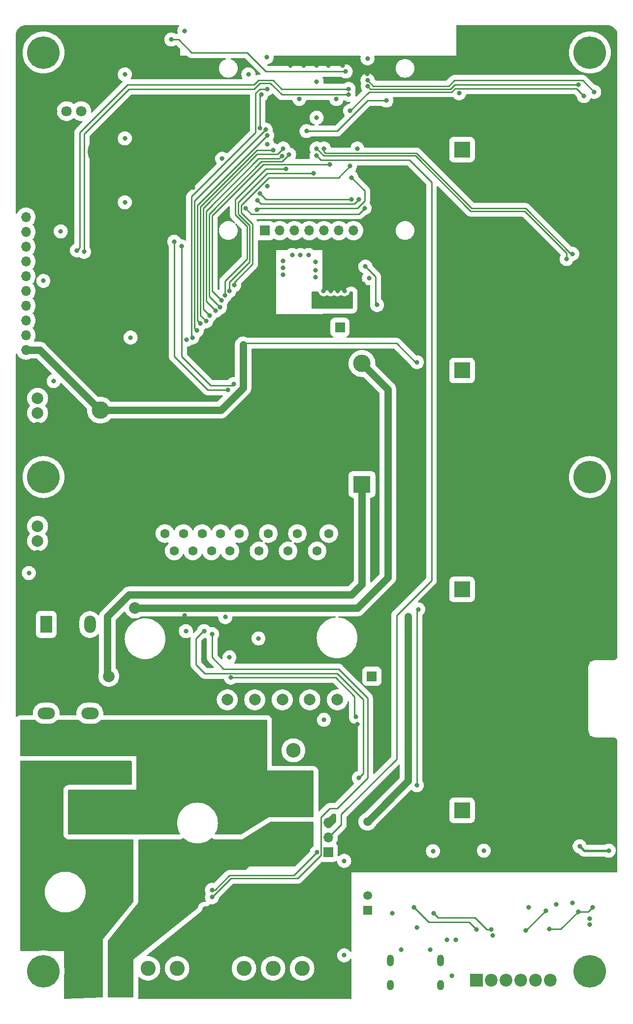
<source format=gbr>
%TF.GenerationSoftware,KiCad,Pcbnew,7.0.8*%
%TF.CreationDate,2023-12-07T19:05:12+01:00*%
%TF.ProjectId,MecProInverter,4d656350-726f-4496-9e76-65727465722e,rev?*%
%TF.SameCoordinates,Original*%
%TF.FileFunction,Copper,L4,Bot*%
%TF.FilePolarity,Positive*%
%FSLAX46Y46*%
G04 Gerber Fmt 4.6, Leading zero omitted, Abs format (unit mm)*
G04 Created by KiCad (PCBNEW 7.0.8) date 2023-12-07 19:05:12*
%MOMM*%
%LPD*%
G01*
G04 APERTURE LIST*
%TA.AperFunction,ComponentPad*%
%ADD10C,2.000000*%
%TD*%
%TA.AperFunction,ComponentPad*%
%ADD11R,1.500000X1.500000*%
%TD*%
%TA.AperFunction,ComponentPad*%
%ADD12C,1.500000*%
%TD*%
%TA.AperFunction,ComponentPad*%
%ADD13R,1.700000X1.700000*%
%TD*%
%TA.AperFunction,ComponentPad*%
%ADD14O,1.700000X1.700000*%
%TD*%
%TA.AperFunction,ComponentPad*%
%ADD15C,3.600000*%
%TD*%
%TA.AperFunction,ConnectorPad*%
%ADD16C,5.600000*%
%TD*%
%TA.AperFunction,ComponentPad*%
%ADD17O,3.000000X2.000000*%
%TD*%
%TA.AperFunction,ComponentPad*%
%ADD18R,2.000000X3.000000*%
%TD*%
%TA.AperFunction,ComponentPad*%
%ADD19O,2.000000X3.000000*%
%TD*%
%TA.AperFunction,ComponentPad*%
%ADD20R,2.600000X2.600000*%
%TD*%
%TA.AperFunction,ComponentPad*%
%ADD21C,2.600000*%
%TD*%
%TA.AperFunction,ComponentPad*%
%ADD22R,2.200000X2.200000*%
%TD*%
%TA.AperFunction,ComponentPad*%
%ADD23C,2.200000*%
%TD*%
%TA.AperFunction,ComponentPad*%
%ADD24O,1.200000X2.000000*%
%TD*%
%TA.AperFunction,ComponentPad*%
%ADD25O,1.200000X1.800000*%
%TD*%
%TA.AperFunction,ComponentPad*%
%ADD26C,1.800000*%
%TD*%
%TA.AperFunction,ComponentPad*%
%ADD27O,2.800000X3.500000*%
%TD*%
%TA.AperFunction,ComponentPad*%
%ADD28C,3.000000*%
%TD*%
%TA.AperFunction,ComponentPad*%
%ADD29R,3.000000X3.000000*%
%TD*%
%TA.AperFunction,ComponentPad*%
%ADD30R,1.800000X1.800000*%
%TD*%
%TA.AperFunction,ComponentPad*%
%ADD31R,2.794000X2.794000*%
%TD*%
%TA.AperFunction,ComponentPad*%
%ADD32C,2.794000*%
%TD*%
%TA.AperFunction,ComponentPad*%
%ADD33C,1.600000*%
%TD*%
%TA.AperFunction,ComponentPad*%
%ADD34C,2.500000*%
%TD*%
%TA.AperFunction,ViaPad*%
%ADD35C,0.800000*%
%TD*%
%TA.AperFunction,ViaPad*%
%ADD36C,0.450000*%
%TD*%
%TA.AperFunction,ViaPad*%
%ADD37C,2.000000*%
%TD*%
%TA.AperFunction,Conductor*%
%ADD38C,1.250000*%
%TD*%
%TA.AperFunction,Conductor*%
%ADD39C,0.250000*%
%TD*%
%TA.AperFunction,Conductor*%
%ADD40C,0.400000*%
%TD*%
G04 APERTURE END LIST*
D10*
%TO.P,Fan1,1*%
%TO.N,GND*%
X98000000Y-122540005D03*
%TO.P,Fan1,2*%
%TO.N,Net-(D5-K)*%
X98000000Y-120000000D03*
%TO.P,Fan1,3*%
%TO.N,Net-(Fan1-Pad3)*%
X98000000Y-117459995D03*
%TD*%
D11*
%TO.P,U12,1,+Vin*%
%TO.N,+5VD*%
X154750000Y-205500000D03*
D12*
%TO.P,U12,2,-Vin*%
%TO.N,GNDD*%
X154750000Y-202960000D03*
%TO.P,U12,5,-Vout*%
%TO.N,GND*%
X154750000Y-195340000D03*
%TO.P,U12,7,+Vout*%
%TO.N,+5V*%
X154750000Y-190260000D03*
%TD*%
D13*
%TO.P,J7,1,Pin_1*%
%TO.N,GND*%
X96000000Y-111700000D03*
D14*
%TO.P,J7,2,Pin_2*%
%TO.N,+15V*%
X96000000Y-109160000D03*
%TO.P,J7,3,Pin_3*%
%TO.N,+3.3V*%
X96000000Y-106620000D03*
%TO.P,J7,4,Pin_4*%
%TO.N,/Control/SPI_CS*%
X96000000Y-104080000D03*
%TO.P,J7,5,Pin_5*%
%TO.N,/Control/SPI_CLK*%
X96000000Y-101540000D03*
%TO.P,J7,6,Pin_6*%
%TO.N,/Control/SPI_MOSI*%
X96000000Y-99000000D03*
%TO.P,J7,7,Pin_7*%
%TO.N,/Control/SPI_MISO*%
X96000000Y-96460000D03*
%TO.P,J7,8,Pin_8*%
%TO.N,/Control/UART_TX*%
X96000000Y-93920000D03*
%TO.P,J7,9,Pin_9*%
%TO.N,/Control/UART_RX*%
X96000000Y-91380000D03*
%TO.P,J7,10,Pin_10*%
%TO.N,Net-(J7-Pin_10)*%
X96000000Y-88840000D03*
%TO.P,J7,11,Pin_11*%
%TO.N,Net-(J7-Pin_11)*%
X96000000Y-86300000D03*
%TD*%
D15*
%TO.P,H1,1,1*%
%TO.N,Earth*%
X99000000Y-216000000D03*
D16*
X99000000Y-216000000D03*
%TD*%
D17*
%TO.P,K2,11*%
%TO.N,Net-(U4-~Phase)*%
X107000000Y-176650000D03*
X99500000Y-176650000D03*
%TO.P,K2,12*%
%TO.N,unconnected-(K2-Pad12)*%
X107000000Y-171610000D03*
X99500000Y-171610000D03*
%TO.P,K2,14*%
%TO.N,/Power/AC_L*%
X107000000Y-181690000D03*
X99500000Y-181690000D03*
D18*
%TO.P,K2,A1*%
%TO.N,Net-(D4-K)*%
X99500000Y-156350000D03*
D19*
%TO.P,K2,A2*%
%TO.N,Net-(D4-A)*%
X107000000Y-156350000D03*
%TD*%
D10*
%TO.P,Fan2,3*%
%TO.N,Net-(Fan2-Pad3)*%
X98000000Y-139459995D03*
%TO.P,Fan2,2*%
%TO.N,Net-(D5-K)*%
X98000000Y-142000000D03*
%TO.P,Fan2,1*%
%TO.N,GND*%
X98000000Y-144540005D03*
%TD*%
D20*
%TO.P,J4,1,Pin_1*%
%TO.N,GND*%
X128500000Y-215500000D03*
D21*
%TO.P,J4,2,Pin_2*%
%TO.N,/Power/W*%
X133500000Y-215500000D03*
%TO.P,J4,3,Pin_3*%
%TO.N,/Power/V*%
X138500000Y-215500000D03*
%TO.P,J4,4,Pin_4*%
%TO.N,/Power/U*%
X143500000Y-215500000D03*
%TD*%
D15*
%TO.P,H6,1,1*%
%TO.N,Earth*%
X193000000Y-58000000D03*
D16*
X193000000Y-58000000D03*
%TD*%
D22*
%TO.P,J3,1,Pin_1*%
%TO.N,Net-(J3-Pin_1)*%
X173460000Y-217500000D03*
D23*
%TO.P,J3,2,Pin_2*%
%TO.N,Net-(J3-Pin_2)*%
X176000000Y-217500000D03*
%TO.P,J3,3,Pin_3*%
%TO.N,Net-(J3-Pin_3)*%
X178540000Y-217500000D03*
%TO.P,J3,4,Pin_4*%
%TO.N,Net-(J3-Pin_4)*%
X181080000Y-217500000D03*
%TO.P,J3,5,Pin_5*%
%TO.N,VSS*%
X183620000Y-217500000D03*
%TO.P,J3,6,Pin_6*%
%TO.N,GNDS*%
X186160000Y-217500000D03*
%TD*%
D15*
%TO.P,H5,1,1*%
%TO.N,Earth*%
X99000000Y-58000000D03*
D16*
X99000000Y-58000000D03*
%TD*%
D24*
%TO.P,U3,13,SHELL*%
%TO.N,GNDD*%
X158675006Y-214174879D03*
D25*
X158675006Y-218375032D03*
D24*
%TO.P,U3,14,SHELL*%
X167324994Y-214174879D03*
D25*
X167324994Y-218375032D03*
%TD*%
D15*
%TO.P,H4,1,1*%
%TO.N,Earth*%
X99000000Y-131000000D03*
D16*
X99000000Y-131000000D03*
%TD*%
D13*
%TO.P,J8,1,Pin_1*%
%TO.N,Net-(J8-Pin_1)*%
X155500000Y-165250000D03*
%TD*%
D15*
%TO.P,H2,1,1*%
%TO.N,Earth*%
X193000000Y-131000000D03*
D16*
X193000000Y-131000000D03*
%TD*%
D13*
%TO.P,J5,1,Pin_1*%
%TO.N,Net-(J5-Pin_1)*%
X137110000Y-88600000D03*
D14*
%TO.P,J5,2,Pin_2*%
%TO.N,Net-(J5-Pin_2)*%
X139650000Y-88600000D03*
%TO.P,J5,3,Pin_3*%
%TO.N,Net-(J5-Pin_3)*%
X142190000Y-88600000D03*
%TO.P,J5,4,Pin_4*%
%TO.N,Net-(J5-Pin_4)*%
X144730000Y-88600000D03*
%TO.P,J5,5,Pin_5*%
%TO.N,Net-(J5-Pin_5)*%
X147270000Y-88600000D03*
%TO.P,J5,6,Pin_6*%
%TO.N,Net-(J5-Pin_6)*%
X149810000Y-88600000D03*
%TO.P,J5,7,Pin_7*%
%TO.N,+3.3V*%
X152350000Y-88600000D03*
%TO.P,J5,8,Pin_8*%
%TO.N,GND*%
X154890000Y-88600000D03*
%TD*%
D13*
%TO.P,J9,1,Pin_1*%
%TO.N,VS*%
X150000000Y-105250000D03*
%TD*%
D15*
%TO.P,H3,1,1*%
%TO.N,Earth*%
X193000000Y-216000000D03*
D16*
X193000000Y-216000000D03*
%TD*%
D26*
%TO.P,U21,1,1*%
%TO.N,+3.3V*%
X105500127Y-68064478D03*
%TO.P,U21,2,2*%
%TO.N,/Control/POT1OUT*%
X103000000Y-68064478D03*
%TO.P,U21,3,3*%
%TO.N,GND*%
X100500127Y-68064478D03*
D27*
%TO.P,U21,4,4*%
X108080010Y-75064478D03*
%TO.P,U21,5,5*%
X97919990Y-75064478D03*
%TD*%
D20*
%TO.P,J10,1,Pin_1*%
%TO.N,/Power/AC_L*%
X107000000Y-215500000D03*
D21*
%TO.P,J10,2,Pin_2*%
%TO.N,/Power/AC_N*%
X112000000Y-215500000D03*
%TO.P,J10,3,Pin_3*%
%TO.N,Earth*%
X117000000Y-215500000D03*
%TO.P,J10,4,Pin_4*%
X122000000Y-215500000D03*
%TD*%
D13*
%TO.P,J6,1,Pin_1*%
%TO.N,+3.3V*%
X148000000Y-195525000D03*
D14*
%TO.P,J6,2,Pin_2*%
%TO.N,/Control/TEMP_HEATSINK*%
X148000000Y-192985000D03*
%TO.P,J6,3,Pin_3*%
%TO.N,GND*%
X148000000Y-190445000D03*
%TD*%
D28*
%TO.P,PS1,4,+Vo*%
%TO.N,+15V*%
X108800000Y-119482500D03*
%TO.P,PS1,3,-Vo*%
%TO.N,GND*%
X108800000Y-111482500D03*
%TO.P,PS1,2,AC/N*%
%TO.N,/Power/AC_N*%
X153800000Y-111482500D03*
D29*
%TO.P,PS1,1,AC/L*%
%TO.N,/Power/AC_L*%
X153800000Y-132282500D03*
%TD*%
D30*
%TO.P,R1,1*%
%TO.N,/Power/AC_L*%
X100250000Y-187375000D03*
D26*
%TO.P,R1,2*%
%TO.N,Net-(U4-~Phase)*%
X105330000Y-187375000D03*
%TD*%
D31*
%TO.P,C2,1*%
%TO.N,Net-(J8-Pin_1)*%
X171000000Y-112666750D03*
D32*
%TO.P,C2,2*%
%TO.N,GND*%
X181000000Y-112666750D03*
%TD*%
D31*
%TO.P,C1,1*%
%TO.N,Net-(J8-Pin_1)*%
X171000000Y-74666750D03*
D32*
%TO.P,C1,2*%
%TO.N,GND*%
X181000000Y-74666750D03*
%TD*%
D31*
%TO.P,C4,1*%
%TO.N,Net-(J8-Pin_1)*%
X171000000Y-188333500D03*
D32*
%TO.P,C4,2*%
%TO.N,GND*%
X181000000Y-188333500D03*
%TD*%
D31*
%TO.P,C3,1*%
%TO.N,Net-(J8-Pin_1)*%
X171000000Y-150333500D03*
D32*
%TO.P,C3,2*%
%TO.N,GND*%
X181000000Y-150333500D03*
%TD*%
D33*
%TO.P,U13,1,VS(U)*%
%TO.N,Net-(U13-VS(U))*%
X148100203Y-140700025D03*
%TO.P,U13,2,VB(U)*%
%TO.N,Net-(U13-VB(U))*%
X146099949Y-143700025D03*
%TO.P,U13,3,VS(V)*%
%TO.N,Net-(U13-VS(V))*%
X142700152Y-140700025D03*
%TO.P,U13,4,VB(V)*%
%TO.N,Net-(U13-VB(V))*%
X141099949Y-143700025D03*
%TO.P,U13,5,VS(W)*%
%TO.N,Net-(U13-VS(W))*%
X137699898Y-140700025D03*
%TO.P,U13,6,VB(W)*%
%TO.N,Net-(U13-VB(W))*%
X136099949Y-143700025D03*
%TO.P,U13,7,HIN(U)*%
%TO.N,Net-(U13-HIN(U))*%
X132699898Y-140700025D03*
%TO.P,U13,8,HIN(V)*%
%TO.N,Net-(U13-HIN(V))*%
X131099949Y-143700025D03*
%TO.P,U13,9,HIN(W)*%
%TO.N,Net-(U13-HIN(W))*%
X129500000Y-140700025D03*
%TO.P,U13,10,LIN(U)*%
%TO.N,Net-(U13-LIN(U))*%
X127900051Y-143700025D03*
%TO.P,U13,11,LIN(V)*%
%TO.N,Net-(U13-LIN(V))*%
X126300102Y-140700025D03*
%TO.P,U13,12,LIN(W)*%
%TO.N,Net-(U13-LIN(W))*%
X124699898Y-143700025D03*
%TO.P,U13,13,VDD*%
%TO.N,+15V*%
X123099949Y-140700025D03*
%TO.P,U13,14,VFO*%
%TO.N,VFO*%
X121500000Y-143700025D03*
%TO.P,U13,15,ITRIP*%
%TO.N,Net-(U13-ITRIP)*%
X119900051Y-140700025D03*
%TO.P,U13,16,VSS*%
%TO.N,GND*%
X117900051Y-143700025D03*
D10*
%TO.P,U13,17,NW*%
X116444882Y-169299975D03*
%TO.P,U13,18,NV*%
X121175133Y-169299975D03*
%TO.P,U13,19,NU*%
X125905131Y-169299975D03*
%TO.P,U13,20,W*%
%TO.N,Net-(U13-W)*%
X130635128Y-169299975D03*
%TO.P,U13,21,V*%
%TO.N,/Power/V*%
X135365126Y-169299975D03*
%TO.P,U13,22,U*%
%TO.N,Net-(U13-U)*%
X140095123Y-169299975D03*
%TO.P,U13,23,P*%
%TO.N,Net-(J8-Pin_1)*%
X144825121Y-169299975D03*
%TO.P,U13,24,NC*%
%TO.N,unconnected-(U13-NC-Pad24)*%
X149555118Y-169299975D03*
%TD*%
D34*
%TO.P,U4,1,VDD*%
%TO.N,Net-(U4-VDD)*%
X142000000Y-178000000D03*
%TO.P,U4,2,~Phase*%
%TO.N,Net-(U4-~Phase)*%
X142000000Y-185500000D03*
%TO.P,U4,3,~Neutral*%
%TO.N,/Power/AC_N*%
X142000000Y-193000000D03*
%TO.P,U4,4,GND*%
%TO.N,GND*%
X142000000Y-203000000D03*
%TD*%
D35*
%TO.N,GND*%
X129974951Y-92500451D03*
%TO.N,Net-(U5-VFB)*%
X154400000Y-94800000D03*
%TO.N,+3.3V*%
X155000000Y-96800000D03*
%TO.N,Net-(U5-VFB)*%
X156400000Y-101400000D03*
%TO.N,+3.3V*%
X145800000Y-96600000D03*
X145800000Y-94000000D03*
X145800000Y-95400000D03*
X144600000Y-92800000D03*
X141800000Y-92800000D03*
X143200000Y-92800000D03*
X140200000Y-95000000D03*
X140200000Y-96200000D03*
X140200000Y-93800000D03*
%TO.N,GND*%
X150800000Y-99000000D03*
X149600000Y-99000000D03*
X148400000Y-99000000D03*
X147200000Y-99000000D03*
X154000000Y-97800000D03*
X153000000Y-97800000D03*
%TO.N,*%
X137400000Y-58800000D03*
X143025146Y-65974854D03*
X146000000Y-63000000D03*
X149400000Y-66000000D03*
X146000000Y-69200000D03*
%TO.N,+3.3V*%
X196250000Y-195250000D03*
%TO.N,*%
X154750000Y-59000000D03*
X153000000Y-74500000D03*
X137500000Y-73750000D03*
%TO.N,+15V*%
X163250000Y-184000000D03*
X96500000Y-147500000D03*
X163500000Y-153750000D03*
X163250000Y-111250000D03*
X133350000Y-108250000D03*
X100750000Y-114500000D03*
D36*
%TO.N,GND*%
X154100000Y-100800000D03*
X154060000Y-100000000D03*
D35*
X124750000Y-81250000D03*
X131500127Y-157500127D03*
X130000000Y-69000000D03*
X133250000Y-159000000D03*
X171000000Y-194000000D03*
X123250000Y-154750000D03*
X149500000Y-218000000D03*
X132750000Y-148750000D03*
D36*
X154100000Y-99200000D03*
D35*
X146000000Y-60250000D03*
X129750000Y-159250000D03*
X175450000Y-65750000D03*
X195000000Y-192500000D03*
X126500000Y-162250000D03*
X141500000Y-160500000D03*
D36*
X154100000Y-101600000D03*
D35*
X99000000Y-102500000D03*
X182000000Y-195500000D03*
X141500000Y-60250000D03*
X148000000Y-60250000D03*
X143750000Y-60250000D03*
X115315088Y-57340088D03*
X105950000Y-145937500D03*
X126750000Y-205250000D03*
X102250000Y-103250000D03*
X124250000Y-148750000D03*
X150500000Y-60250000D03*
X154700000Y-61700000D03*
X99250000Y-93750000D03*
X190500000Y-196000000D03*
X108315088Y-57090088D03*
X177800000Y-196088000D03*
X137250000Y-156500000D03*
X151900000Y-97800000D03*
X153000000Y-173500000D03*
X126250000Y-71250000D03*
%TO.N,+3.3V*%
X99000000Y-97250000D03*
X131000000Y-162000000D03*
X130280959Y-155081361D03*
X113000000Y-61749987D03*
X136000000Y-158750000D03*
X191250000Y-194500000D03*
X166000000Y-195326000D03*
X170500000Y-65000000D03*
X129750000Y-76250000D03*
X150750000Y-213250000D03*
X147250000Y-172750000D03*
X137500000Y-81000000D03*
X134250000Y-61750000D03*
X101975462Y-88750000D03*
X123500000Y-157500000D03*
X128000000Y-202000000D03*
X113000000Y-72750000D03*
X114000000Y-107000000D03*
X113000000Y-83750000D03*
X146025000Y-195525000D03*
X150750000Y-197000000D03*
X174750000Y-195250000D03*
X123600000Y-107400000D03*
X113000000Y-61749987D03*
%TO.N,/Control/RGBLED*%
X158000000Y-66250000D03*
X144250000Y-71500000D03*
D37*
%TO.N,/Power/AC_L*%
X110250000Y-165250000D03*
D35*
%TO.N,Net-(U1-IO0)*%
X123250000Y-54250000D03*
%TO.N,/Control/FAN_CONTROL*%
X136250000Y-71000000D03*
X136500000Y-65250000D03*
%TO.N,/Control/FAN2_PWM_FB*%
X131000000Y-99000000D03*
X145474500Y-78750000D03*
%TO.N,/Control/FAN1_PWM_FB*%
X131800000Y-98000000D03*
X151750000Y-77500000D03*
%TO.N,LINW*%
X125400000Y-105800000D03*
X137250000Y-71250000D03*
%TO.N,LINV*%
X137500000Y-72250000D03*
X126000000Y-104600000D03*
%TO.N,LINU*%
X138500000Y-74750000D03*
X127000000Y-104200000D03*
%TO.N,HINW*%
X140250000Y-74500000D03*
X127600000Y-103201034D03*
%TO.N,HINV*%
X140012299Y-75762299D03*
X128605447Y-102406375D03*
%TO.N,HINU*%
X141274952Y-75524952D03*
X129400000Y-101800000D03*
%TO.N,RELAY*%
X130200000Y-99800000D03*
X140750000Y-78000000D03*
%TO.N,/Control/TEMP_HEATSINK*%
X146000000Y-75750000D03*
%TO.N,/Control/USB_N*%
X146000000Y-74500000D03*
X189000000Y-93500000D03*
%TO.N,/Control/USB_P*%
X147250000Y-74500000D03*
X189994685Y-92606367D03*
%TO.N,/Control/SPI_MISO*%
X133750000Y-84750000D03*
X154250000Y-84750000D03*
%TO.N,/Control/SPI_MOSI*%
X136200000Y-82200000D03*
X152000000Y-83250000D03*
%TO.N,/Control/SPI_CLK*%
X153250000Y-83250000D03*
X135800000Y-83400000D03*
%TO.N,/Control/SPI_CS*%
X152000000Y-79500000D03*
X135750000Y-85000000D03*
%TO.N,/Control/UART_TX*%
X154776915Y-63798448D03*
X151500000Y-65250000D03*
X106000000Y-92250000D03*
X191014452Y-63500000D03*
%TO.N,/Control/UART_RX*%
X193750000Y-64750000D03*
X104762299Y-92012299D03*
X154750000Y-62750000D03*
X151500000Y-64250000D03*
%TO.N,Net-(U1-EN)*%
X151000000Y-61250000D03*
X121000000Y-55750000D03*
%TO.N,Net-(U2-UD-)*%
X173482000Y-208788000D03*
X162750000Y-205000000D03*
%TO.N,Net-(U2-UD+)*%
X176022000Y-208788000D03*
X166116000Y-205994000D03*
D36*
%TO.N,Net-(U5-SW)*%
X145500000Y-100275000D03*
X150930000Y-100230000D03*
X151640000Y-101040000D03*
X145500000Y-100875000D03*
X146100000Y-100875000D03*
X151640000Y-100230000D03*
X146100000Y-100275000D03*
X150920000Y-101040000D03*
D35*
%TO.N,I2C_SDA*%
X130750000Y-116000000D03*
X121500000Y-90525500D03*
%TO.N,I2C_SCL*%
X131750000Y-115000000D03*
X122750000Y-91325402D03*
D37*
%TO.N,/Power/AC_N*%
X114750000Y-153500000D03*
D35*
%TO.N,VFO*%
X137500000Y-64250000D03*
X124600000Y-107000000D03*
%TO.N,ITRIP*%
X148250000Y-77250000D03*
X129600000Y-100600000D03*
%TO.N,+5VD*%
X160500000Y-212250000D03*
X168402000Y-210566000D03*
X165500000Y-212250000D03*
X169250000Y-216750000D03*
X159000000Y-206000000D03*
%TO.N,GNDD*%
X169926000Y-210566000D03*
X163250000Y-208500000D03*
X176276000Y-209804000D03*
%TO.N,/Control/ISO_GPIO_1*%
X191974284Y-65482278D03*
X151750000Y-68000000D03*
%TO.N,VSS*%
X192987701Y-206987701D03*
X187250000Y-204500000D03*
%TO.N,Net-(U15-VIA)*%
X182000000Y-209000000D03*
X185444767Y-205555233D03*
%TO.N,GNDS*%
X182500000Y-205000000D03*
X193000000Y-208000000D03*
X190000000Y-204250000D03*
%TO.N,+5V*%
X161750000Y-155000000D03*
%TO.N,Net-(U16-VIA)*%
X193500000Y-205000000D03*
X191000000Y-205750000D03*
X186000000Y-208750000D03*
%TO.N,Net-(D9-K)*%
X126637299Y-157474564D03*
X153250000Y-182750000D03*
%TO.N,Net-(D10-K)*%
X128000000Y-203250000D03*
X128000000Y-158000000D03*
%TO.N,Net-(D8-A)*%
X152750000Y-172250000D03*
X131250000Y-165500000D03*
%TD*%
D38*
%TO.N,+15V*%
X108732500Y-119482500D02*
X108800000Y-119482500D01*
X96000000Y-109160000D02*
X98410000Y-109160000D01*
X98410000Y-109160000D02*
X108732500Y-119482500D01*
D39*
%TO.N,/Control/UART_TX*%
X140012653Y-65250000D02*
X151500000Y-65250000D01*
X136250000Y-63250000D02*
X138012653Y-63250000D01*
X138012653Y-63250000D02*
X140012653Y-65250000D01*
X113750000Y-64250000D02*
X135250000Y-64250000D01*
X135250000Y-64250000D02*
X136250000Y-63250000D01*
X106000000Y-72000000D02*
X113750000Y-64250000D01*
X106000000Y-92250000D02*
X106000000Y-72000000D01*
%TO.N,Net-(D8-A)*%
X152500000Y-172000000D02*
X152500000Y-168750000D01*
X152750000Y-172250000D02*
X152500000Y-172000000D01*
X152500000Y-168750000D02*
X149250000Y-165500000D01*
X149250000Y-165500000D02*
X131250000Y-165500000D01*
%TO.N,Net-(D10-K)*%
X128000000Y-162000000D02*
X128000000Y-158000000D01*
X130000000Y-164000000D02*
X128000000Y-162000000D01*
X149750000Y-164000000D02*
X130000000Y-164000000D01*
X154750000Y-169000000D02*
X149750000Y-164000000D01*
X148250000Y-188000000D02*
X149500000Y-188000000D01*
X154750000Y-182750000D02*
X154750000Y-169000000D01*
X146750000Y-196000000D02*
X146750000Y-189500000D01*
X146750000Y-189500000D02*
X148250000Y-188000000D01*
X142750000Y-200000000D02*
X146750000Y-196000000D01*
X131250000Y-200000000D02*
X142750000Y-200000000D01*
X149500000Y-188000000D02*
X154750000Y-182750000D01*
X128000000Y-203250000D02*
X131250000Y-200000000D01*
%TO.N,+3.3V*%
X142050000Y-199500000D02*
X146025000Y-195525000D01*
X131000000Y-199500000D02*
X142050000Y-199500000D01*
X128500000Y-202000000D02*
X131000000Y-199500000D01*
X128000000Y-202000000D02*
X128500000Y-202000000D01*
%TO.N,Net-(U5-VFB)*%
X156150500Y-101150500D02*
X156400000Y-101400000D01*
X156150500Y-96550500D02*
X156150500Y-101150500D01*
X154400000Y-94800000D02*
X156150500Y-96550500D01*
X154300000Y-94800000D02*
X154400000Y-94800000D01*
X154300000Y-94800000D02*
X154300000Y-94800000D01*
%TO.N,/Control/SPI_CLK*%
X152500000Y-84000000D02*
X153250000Y-83250000D01*
X136400000Y-84000000D02*
X152500000Y-84000000D01*
X135800000Y-83400000D02*
X136400000Y-84000000D01*
%TO.N,/Control/SPI_MOSI*%
X137250000Y-83250000D02*
X136200000Y-82200000D01*
X152000000Y-83250000D02*
X137250000Y-83250000D01*
%TO.N,HINW*%
X139250000Y-75500000D02*
X140250000Y-74500000D01*
X135750000Y-75500000D02*
X139250000Y-75500000D01*
X126500000Y-84750000D02*
X135750000Y-75500000D01*
X127600000Y-103201034D02*
X126500000Y-102101034D01*
X126500000Y-102101034D02*
X126500000Y-84750000D01*
%TO.N,LINU*%
X126000000Y-103200000D02*
X126000000Y-84500000D01*
X127000000Y-104200000D02*
X126000000Y-103200000D01*
X126000000Y-84500000D02*
X135750000Y-74750000D01*
X135750000Y-74750000D02*
X138500000Y-74750000D01*
%TO.N,LINV*%
X125500000Y-84250000D02*
X137500000Y-72250000D01*
X126000000Y-104600000D02*
X125500000Y-104100000D01*
X125500000Y-104100000D02*
X125500000Y-84250000D01*
%TO.N,LINW*%
X125000000Y-83500000D02*
X137250000Y-71250000D01*
X125400000Y-105800000D02*
X125000000Y-105400000D01*
X125000000Y-105400000D02*
X125000000Y-83500000D01*
%TO.N,VFO*%
X124500000Y-82750000D02*
X135500000Y-71750000D01*
X124500000Y-106900000D02*
X124500000Y-82750000D01*
X135500000Y-71750000D02*
X135500000Y-64987347D01*
X136237347Y-64250000D02*
X137500000Y-64250000D01*
X124600000Y-107000000D02*
X124500000Y-106900000D01*
X135500000Y-64987347D02*
X136237347Y-64250000D01*
%TO.N,HINV*%
X139524598Y-76250000D02*
X140012299Y-75762299D01*
X136000000Y-76250000D02*
X139524598Y-76250000D01*
X127000000Y-85250000D02*
X136000000Y-76250000D01*
X128605447Y-102406375D02*
X127000000Y-100800928D01*
X127000000Y-100800928D02*
X127000000Y-85250000D01*
%TO.N,HINU*%
X140049904Y-76750000D02*
X141274952Y-75524952D01*
X136500000Y-76750000D02*
X140049904Y-76750000D01*
X127500000Y-85750000D02*
X136500000Y-76750000D01*
X129400000Y-101800000D02*
X127500000Y-99900000D01*
X127500000Y-99900000D02*
X127500000Y-85750000D01*
%TO.N,ITRIP*%
X148200000Y-77200000D02*
X148250000Y-77250000D01*
X136800000Y-77200000D02*
X148200000Y-77200000D01*
X128000000Y-86000000D02*
X136800000Y-77200000D01*
X128000000Y-99000000D02*
X128000000Y-86000000D01*
X129600000Y-100600000D02*
X128000000Y-99000000D01*
%TO.N,RELAY*%
X137250000Y-78000000D02*
X140750000Y-78000000D01*
X132000000Y-83250000D02*
X137250000Y-78000000D01*
X134000000Y-87886396D02*
X132000000Y-85886396D01*
X134000000Y-93500000D02*
X134000000Y-87886396D01*
X130200000Y-97300000D02*
X134000000Y-93500000D01*
X130200000Y-99800000D02*
X130200000Y-97300000D01*
X132000000Y-85886396D02*
X132000000Y-83250000D01*
%TO.N,/Control/FAN2_PWM_FB*%
X137500000Y-78750000D02*
X145474500Y-78750000D01*
X132500000Y-83750000D02*
X137500000Y-78750000D01*
X132500000Y-85750000D02*
X132500000Y-83750000D01*
X134500000Y-87750000D02*
X132500000Y-85750000D01*
X134500000Y-94000000D02*
X134500000Y-87750000D01*
X131000000Y-97500000D02*
X134500000Y-94000000D01*
X131000000Y-99000000D02*
X131000000Y-97500000D01*
%TO.N,/Control/FAN1_PWM_FB*%
X149750000Y-79500000D02*
X151750000Y-77500000D01*
X137750000Y-79500000D02*
X149750000Y-79500000D01*
X133000000Y-84250000D02*
X137750000Y-79500000D01*
X133000000Y-85500000D02*
X133000000Y-84250000D01*
X135000000Y-87500000D02*
X133000000Y-85500000D01*
X135000000Y-94362250D02*
X135000000Y-87500000D01*
X131800000Y-97562250D02*
X135000000Y-94362250D01*
X131800000Y-98000000D02*
X131800000Y-97562250D01*
D40*
%TO.N,+3.3V*%
X192000000Y-195250000D02*
X196250000Y-195250000D01*
X191250000Y-194500000D02*
X192000000Y-195250000D01*
D38*
%TO.N,+15V*%
X133350000Y-109750000D02*
X133350000Y-115650000D01*
D39*
X163250000Y-111250000D02*
X163000000Y-111250000D01*
D38*
X133350000Y-108250000D02*
X133350000Y-109750000D01*
D39*
X163250000Y-154000000D02*
X163500000Y-153750000D01*
X163250000Y-184000000D02*
X163250000Y-154000000D01*
X133350000Y-108000000D02*
X133350000Y-109750000D01*
X163000000Y-111250000D02*
X159750000Y-108000000D01*
D38*
X133350000Y-115650000D02*
X129517500Y-119482500D01*
D39*
X159750000Y-108000000D02*
X133350000Y-108000000D01*
D38*
X129517500Y-119482500D02*
X108800000Y-119482500D01*
D39*
%TO.N,/Control/RGBLED*%
X158000000Y-66250000D02*
X154750000Y-66250000D01*
X154750000Y-66250000D02*
X149500000Y-71500000D01*
X149500000Y-71500000D02*
X144250000Y-71500000D01*
D38*
%TO.N,/Power/AC_L*%
X110250000Y-165250000D02*
X110000000Y-165000000D01*
X110000000Y-155000000D02*
X113750000Y-151250000D01*
X153800000Y-149450000D02*
X153800000Y-132282500D01*
X113750000Y-151250000D02*
X152000000Y-151250000D01*
X110000000Y-165000000D02*
X110000000Y-155000000D01*
X152000000Y-151250000D02*
X153800000Y-149450000D01*
D39*
%TO.N,/Control/FAN_CONTROL*%
X136250000Y-71000000D02*
X136250000Y-65500000D01*
X136250000Y-65500000D02*
X136500000Y-65250000D01*
%TO.N,/Control/TEMP_HEATSINK*%
X146000000Y-75750000D02*
X146725500Y-76475500D01*
X150250000Y-190735000D02*
X148000000Y-192985000D01*
X146725500Y-76475500D02*
X161975500Y-76475500D01*
X165750000Y-80250000D02*
X165750000Y-148750000D01*
X159750000Y-179500000D02*
X150250000Y-189000000D01*
X159750000Y-154750000D02*
X159750000Y-179500000D01*
X165750000Y-148750000D02*
X159750000Y-154750000D01*
X150250000Y-189000000D02*
X150250000Y-190735000D01*
X161975500Y-76475500D02*
X165750000Y-80250000D01*
%TO.N,/Control/USB_N*%
X189000000Y-92500000D02*
X181750000Y-85250000D01*
X172500000Y-85250000D02*
X163000000Y-75750000D01*
X163000000Y-75750000D02*
X147250000Y-75750000D01*
X147250000Y-75750000D02*
X146000000Y-74500000D01*
X189000000Y-93500000D02*
X189000000Y-92500000D01*
X181750000Y-85250000D02*
X172500000Y-85250000D01*
%TO.N,/Control/USB_P*%
X189994685Y-92606367D02*
X189742763Y-92606367D01*
X189742763Y-92606367D02*
X181936396Y-84800000D01*
X147250000Y-75000000D02*
X147250000Y-74500000D01*
X172686396Y-84800000D02*
X163136396Y-75250000D01*
X181936396Y-84800000D02*
X172686396Y-84800000D01*
X147500000Y-75250000D02*
X147250000Y-75000000D01*
X163136396Y-75250000D02*
X147500000Y-75250000D01*
%TO.N,/Control/SPI_MISO*%
X153250000Y-85750000D02*
X154250000Y-84750000D01*
X133750000Y-84750000D02*
X134750000Y-85750000D01*
X134750000Y-85750000D02*
X153250000Y-85750000D01*
%TO.N,/Control/SPI_CS*%
X135750000Y-85000000D02*
X136000000Y-84750000D01*
X153000000Y-84750000D02*
X154250000Y-83500000D01*
X154250000Y-83500000D02*
X154250000Y-81750000D01*
X154250000Y-81750000D02*
X152000000Y-79500000D01*
X136000000Y-84750000D02*
X153000000Y-84750000D01*
%TO.N,/Control/UART_TX*%
X169750000Y-63500000D02*
X169000000Y-64250000D01*
X169000000Y-64250000D02*
X155228467Y-64250000D01*
X191014452Y-63500000D02*
X169750000Y-63500000D01*
X155228467Y-64250000D02*
X154776915Y-63798448D01*
%TO.N,/Control/UART_RX*%
X169689555Y-62775000D02*
X168714555Y-63750000D01*
X104762299Y-92012299D02*
X105250000Y-91524598D01*
X136000000Y-62750000D02*
X138500000Y-62750000D01*
X168714555Y-63750000D02*
X155753772Y-63750000D01*
X193750000Y-64750000D02*
X191775000Y-62775000D01*
X155753772Y-63750000D02*
X154753772Y-62750000D01*
X154753772Y-62750000D02*
X154750000Y-62750000D01*
X191775000Y-62775000D02*
X169689555Y-62775000D01*
X105250000Y-91524598D02*
X105250000Y-71750000D01*
X135250000Y-63500000D02*
X136000000Y-62750000D01*
X105250000Y-71750000D02*
X113500000Y-63500000D01*
X138500000Y-62750000D02*
X140000000Y-64250000D01*
X113500000Y-63500000D02*
X135250000Y-63500000D01*
X140000000Y-64250000D02*
X151500000Y-64250000D01*
%TO.N,Net-(U1-EN)*%
X122250000Y-55750000D02*
X124500000Y-58000000D01*
X121000000Y-55750000D02*
X122250000Y-55750000D01*
X137250000Y-61250000D02*
X151000000Y-61250000D01*
X124500000Y-58000000D02*
X134000000Y-58000000D01*
X134000000Y-58000000D02*
X137250000Y-61250000D01*
%TO.N,Net-(U2-UD-)*%
X162750000Y-205000000D02*
X165268000Y-207518000D01*
X167386000Y-207518000D02*
X172212000Y-207518000D01*
X165268000Y-207518000D02*
X167386000Y-207518000D01*
X172212000Y-207518000D02*
X173482000Y-208788000D01*
%TO.N,Net-(U2-UD+)*%
X166878000Y-206756000D02*
X166116000Y-205994000D01*
X176022000Y-208788000D02*
X175260000Y-208788000D01*
X175260000Y-208788000D02*
X173228000Y-206756000D01*
X173228000Y-206756000D02*
X166878000Y-206756000D01*
%TO.N,I2C_SDA*%
X127250000Y-116000000D02*
X130750000Y-116000000D01*
X121500000Y-90525500D02*
X121500000Y-110250000D01*
X121500000Y-110250000D02*
X127250000Y-116000000D01*
%TO.N,I2C_SCL*%
X131500000Y-115250000D02*
X131750000Y-115000000D01*
X127750000Y-115250000D02*
X131500000Y-115250000D01*
X122750000Y-110250000D02*
X127750000Y-115250000D01*
X122750000Y-91325402D02*
X122750000Y-110250000D01*
D38*
%TO.N,/Power/AC_N*%
X158250000Y-148250000D02*
X158250000Y-115932500D01*
X114750000Y-153500000D02*
X153000000Y-153500000D01*
X158250000Y-115932500D02*
X153800000Y-111482500D01*
X153000000Y-153500000D02*
X158250000Y-148250000D01*
D39*
%TO.N,/Control/ISO_GPIO_1*%
X151750000Y-68000000D02*
X155000000Y-64750000D01*
X190717006Y-64225000D02*
X191974284Y-65482278D01*
X169768673Y-64225000D02*
X190717006Y-64225000D01*
X155000000Y-64750000D02*
X169243673Y-64750000D01*
X169243673Y-64750000D02*
X169768673Y-64225000D01*
%TO.N,Net-(U15-VIA)*%
X185444767Y-205555233D02*
X182000000Y-209000000D01*
D38*
%TO.N,+5V*%
X161750000Y-155000000D02*
X161750000Y-183260000D01*
X161750000Y-183260000D02*
X154750000Y-190260000D01*
D39*
%TO.N,Net-(U16-VIA)*%
X192750000Y-205750000D02*
X193500000Y-205000000D01*
X191000000Y-205750000D02*
X192750000Y-205750000D01*
X188000000Y-208750000D02*
X191000000Y-205750000D01*
X186000000Y-208750000D02*
X188000000Y-208750000D01*
%TO.N,Net-(D9-K)*%
X154000000Y-169250000D02*
X149500000Y-164750000D01*
X153250000Y-182750000D02*
X154000000Y-182000000D01*
X149500000Y-164750000D02*
X126750000Y-164750000D01*
X125250000Y-158750000D02*
X126525436Y-157474564D01*
X126525436Y-157474564D02*
X126637299Y-157474564D01*
X154000000Y-182000000D02*
X154000000Y-169250000D01*
X125250000Y-163250000D02*
X125250000Y-158750000D01*
X126750000Y-164750000D02*
X125250000Y-163250000D01*
%TD*%
%TA.AperFunction,Conductor*%
%TO.N,Net-(U4-~Phase)*%
G36*
X97614534Y-172769685D02*
G01*
X97638392Y-172789657D01*
X97668855Y-172822489D01*
X97771910Y-172933557D01*
X97771914Y-172933560D01*
X97771915Y-172933561D01*
X97982898Y-173101815D01*
X98216602Y-173236743D01*
X98467805Y-173335334D01*
X98730897Y-173395383D01*
X98759715Y-173397542D01*
X98932618Y-173410500D01*
X98932624Y-173410500D01*
X100067382Y-173410500D01*
X100218671Y-173399162D01*
X100269103Y-173395383D01*
X100532195Y-173335334D01*
X100783398Y-173236743D01*
X101017102Y-173101815D01*
X101228085Y-172933561D01*
X101361606Y-172789658D01*
X101421634Y-172753904D01*
X101452505Y-172750000D01*
X105047495Y-172750000D01*
X105114534Y-172769685D01*
X105138392Y-172789657D01*
X105168855Y-172822489D01*
X105271910Y-172933557D01*
X105271914Y-172933560D01*
X105271915Y-172933561D01*
X105482898Y-173101815D01*
X105716602Y-173236743D01*
X105967805Y-173335334D01*
X106230897Y-173395383D01*
X106259715Y-173397542D01*
X106432618Y-173410500D01*
X106432624Y-173410500D01*
X107567382Y-173410500D01*
X107718671Y-173399162D01*
X107769103Y-173395383D01*
X108032195Y-173335334D01*
X108283398Y-173236743D01*
X108517102Y-173101815D01*
X108728085Y-172933561D01*
X108861606Y-172789658D01*
X108921634Y-172753904D01*
X108952505Y-172750000D01*
X137376000Y-172750000D01*
X137443039Y-172769685D01*
X137488794Y-172822489D01*
X137500000Y-172874000D01*
X137500000Y-181500000D01*
X145376000Y-181500000D01*
X145443039Y-181519685D01*
X145488794Y-181572489D01*
X145500000Y-181624000D01*
X145500000Y-189376000D01*
X145480315Y-189443039D01*
X145427511Y-189488794D01*
X145376000Y-189500000D01*
X137750000Y-189500000D01*
X133030335Y-192480841D01*
X132964120Y-192500000D01*
X128608202Y-192500000D01*
X128541163Y-192480315D01*
X128495408Y-192427511D01*
X128485464Y-192358353D01*
X128504207Y-192308465D01*
X128539148Y-192254659D01*
X128539151Y-192254655D01*
X128705913Y-191927365D01*
X128837551Y-191584436D01*
X128932622Y-191229626D01*
X128990085Y-190866823D01*
X129009309Y-190500000D01*
X128990085Y-190133177D01*
X128932622Y-189770374D01*
X128837551Y-189415564D01*
X128705913Y-189072635D01*
X128539151Y-188745346D01*
X128339091Y-188437280D01*
X128107925Y-188151814D01*
X127848186Y-187892075D01*
X127834215Y-187880761D01*
X127562715Y-187660904D01*
X127562713Y-187660903D01*
X127254659Y-187460851D01*
X126927368Y-187294088D01*
X126584443Y-187162451D01*
X126584436Y-187162449D01*
X126229626Y-187067378D01*
X126229622Y-187067377D01*
X126229621Y-187067377D01*
X125866824Y-187009915D01*
X125500001Y-186990691D01*
X125499999Y-186990691D01*
X125133175Y-187009915D01*
X124770379Y-187067377D01*
X124770377Y-187067377D01*
X124415556Y-187162451D01*
X124072631Y-187294088D01*
X123745341Y-187460851D01*
X123437281Y-187660907D01*
X123151818Y-187892071D01*
X123151810Y-187892078D01*
X122892078Y-188151810D01*
X122892071Y-188151818D01*
X122660907Y-188437281D01*
X122460851Y-188745341D01*
X122294088Y-189072631D01*
X122162451Y-189415556D01*
X122067377Y-189770377D01*
X122067377Y-189770379D01*
X122009915Y-190133175D01*
X121990691Y-190499999D01*
X121990691Y-190500000D01*
X122009915Y-190866824D01*
X122067377Y-191229620D01*
X122067377Y-191229622D01*
X122162451Y-191584443D01*
X122294088Y-191927368D01*
X122460851Y-192254659D01*
X122495793Y-192308465D01*
X122515797Y-192375410D01*
X122496431Y-192442542D01*
X122443846Y-192488548D01*
X122391798Y-192500000D01*
X103374000Y-192500000D01*
X103306961Y-192480315D01*
X103261206Y-192427511D01*
X103250000Y-192376000D01*
X103250000Y-184874000D01*
X103269685Y-184806961D01*
X103322489Y-184761206D01*
X103374000Y-184750000D01*
X115000000Y-184750000D01*
X115000000Y-179000000D01*
X95124000Y-179000000D01*
X95056961Y-178980315D01*
X95011206Y-178927511D01*
X95000000Y-178876000D01*
X95000000Y-172874000D01*
X95019685Y-172806961D01*
X95072489Y-172761206D01*
X95124000Y-172750000D01*
X97547495Y-172750000D01*
X97614534Y-172769685D01*
G37*
%TD.AperFunction*%
%TD*%
%TA.AperFunction,Conductor*%
%TO.N,/Power/AC_N*%
G36*
X145443039Y-190325185D02*
G01*
X145488794Y-190377989D01*
X145500000Y-190429500D01*
X145500000Y-194369006D01*
X145480315Y-194436045D01*
X145441278Y-194474433D01*
X145298436Y-194562877D01*
X145134020Y-194712761D01*
X144999943Y-194890308D01*
X144999938Y-194890316D01*
X144900775Y-195089461D01*
X144900769Y-195089476D01*
X144839885Y-195303462D01*
X144839885Y-195303464D01*
X144834028Y-195366666D01*
X144808241Y-195431603D01*
X144798238Y-195442905D01*
X142277464Y-197963681D01*
X142216141Y-197997166D01*
X142189783Y-198000000D01*
X134500000Y-198000000D01*
X133815840Y-198547328D01*
X133751194Y-198573836D01*
X133738378Y-198574500D01*
X131082598Y-198574500D01*
X131063200Y-198572973D01*
X131057278Y-198572035D01*
X131048704Y-198570677D01*
X131048703Y-198570677D01*
X130977377Y-198574415D01*
X130974134Y-198574500D01*
X130951496Y-198574500D01*
X130928975Y-198576867D01*
X130925740Y-198577121D01*
X130854425Y-198580858D01*
X130854412Y-198580860D01*
X130840240Y-198584658D01*
X130821116Y-198588203D01*
X130806523Y-198589737D01*
X130806517Y-198589738D01*
X130738587Y-198611808D01*
X130735498Y-198612723D01*
X130709201Y-198619770D01*
X130666503Y-198631211D01*
X130653418Y-198637878D01*
X130635461Y-198645316D01*
X130621492Y-198649856D01*
X130559630Y-198685571D01*
X130556779Y-198687118D01*
X130493158Y-198719536D01*
X130493153Y-198719539D01*
X130481750Y-198728773D01*
X130465730Y-198739783D01*
X130453011Y-198747127D01*
X130453007Y-198747130D01*
X130399919Y-198794929D01*
X130397454Y-198797034D01*
X130379863Y-198811280D01*
X130363849Y-198827294D01*
X130361497Y-198829525D01*
X130308432Y-198877305D01*
X130308428Y-198877309D01*
X130299796Y-198889190D01*
X130287164Y-198903979D01*
X128393700Y-200797443D01*
X128332377Y-200830928D01*
X128283234Y-200831651D01*
X128111243Y-200799500D01*
X127888757Y-200799500D01*
X127670060Y-200840382D01*
X127596736Y-200868788D01*
X127462601Y-200920752D01*
X127462595Y-200920754D01*
X127273439Y-201037874D01*
X127273437Y-201037876D01*
X127109020Y-201187761D01*
X126974943Y-201365308D01*
X126974938Y-201365316D01*
X126875775Y-201564461D01*
X126875769Y-201564476D01*
X126814885Y-201778462D01*
X126814884Y-201778464D01*
X126794357Y-201999999D01*
X126794357Y-202000000D01*
X126814884Y-202221535D01*
X126814885Y-202221537D01*
X126875769Y-202435523D01*
X126875777Y-202435543D01*
X126942594Y-202569729D01*
X126954855Y-202638514D01*
X126942594Y-202680271D01*
X126875777Y-202814456D01*
X126875769Y-202814476D01*
X126814885Y-203028462D01*
X126814884Y-203028464D01*
X126794357Y-203249999D01*
X126794357Y-203250000D01*
X126814884Y-203471535D01*
X126814885Y-203471537D01*
X126875769Y-203685523D01*
X126875775Y-203685538D01*
X126967741Y-203870228D01*
X126980002Y-203939013D01*
X126953129Y-204003508D01*
X126895653Y-204043236D01*
X126856741Y-204049500D01*
X126638757Y-204049500D01*
X126420060Y-204090382D01*
X126315802Y-204130772D01*
X126212601Y-204170752D01*
X126212595Y-204170754D01*
X126023439Y-204287874D01*
X126023437Y-204287876D01*
X125859020Y-204437761D01*
X125724943Y-204615308D01*
X125724938Y-204615316D01*
X125625775Y-204814461D01*
X125625769Y-204814476D01*
X125564885Y-205028462D01*
X125564885Y-205028464D01*
X125557774Y-205105201D01*
X125531988Y-205170138D01*
X125511765Y-205190587D01*
X114500000Y-214000000D01*
X114500000Y-220376000D01*
X114480315Y-220443039D01*
X114427511Y-220488794D01*
X114376000Y-220500000D01*
X110179500Y-220500000D01*
X110112461Y-220480315D01*
X110066706Y-220427511D01*
X110055500Y-220376000D01*
X110055500Y-210828492D01*
X110075185Y-210761453D01*
X110083035Y-210750578D01*
X115105953Y-204531727D01*
X115119200Y-204514385D01*
X115133437Y-204494662D01*
X115133438Y-204494660D01*
X115183307Y-204416447D01*
X115183308Y-204416446D01*
X115253185Y-204250157D01*
X115272870Y-204183118D01*
X115276093Y-204170753D01*
X115285303Y-204135423D01*
X115292912Y-204067896D01*
X115305500Y-203956176D01*
X115305500Y-193429500D01*
X115325185Y-193362461D01*
X115377989Y-193316706D01*
X115429500Y-193305500D01*
X122391796Y-193305500D01*
X122391798Y-193305500D01*
X122564890Y-193286683D01*
X122616938Y-193275231D01*
X122658673Y-193264872D01*
X122826035Y-193197605D01*
X122974233Y-193094782D01*
X122974606Y-193094455D01*
X122974715Y-193094404D01*
X122976980Y-193092638D01*
X122977392Y-193093166D01*
X123038011Y-193065109D01*
X123107219Y-193074700D01*
X123143963Y-193100074D01*
X123151814Y-193107925D01*
X123151818Y-193107928D01*
X123437284Y-193339095D01*
X123437286Y-193339096D01*
X123670324Y-193490432D01*
X123745345Y-193539151D01*
X124072635Y-193705913D01*
X124415564Y-193837551D01*
X124770374Y-193932622D01*
X125133177Y-193990085D01*
X125479711Y-194008245D01*
X125499999Y-194009309D01*
X125500000Y-194009309D01*
X125500001Y-194009309D01*
X125519225Y-194008301D01*
X125866823Y-193990085D01*
X126229626Y-193932622D01*
X126584436Y-193837551D01*
X126927365Y-193705913D01*
X127254655Y-193539151D01*
X127423503Y-193429500D01*
X127562713Y-193339096D01*
X127562715Y-193339095D01*
X127604201Y-193305500D01*
X127848186Y-193107925D01*
X127855054Y-193101057D01*
X127916375Y-193067568D01*
X127986067Y-193072549D01*
X128015010Y-193087971D01*
X128042828Y-193107923D01*
X128147932Y-193183308D01*
X128314221Y-193253185D01*
X128354026Y-193264873D01*
X128381260Y-193272870D01*
X128428954Y-193285303D01*
X128428959Y-193285303D01*
X128428961Y-193285304D01*
X128608197Y-193305499D01*
X128608198Y-193305500D01*
X128608202Y-193305500D01*
X132964120Y-193305500D01*
X133010213Y-193304180D01*
X133188004Y-193273761D01*
X133254219Y-193254602D01*
X133298136Y-193240520D01*
X133460466Y-193161882D01*
X137952736Y-190324659D01*
X138018951Y-190305500D01*
X145376000Y-190305500D01*
X145443039Y-190325185D01*
G37*
%TD.AperFunction*%
%TD*%
%TA.AperFunction,Conductor*%
%TO.N,Net-(U5-SW)*%
G36*
X146257811Y-99094685D02*
G01*
X146303566Y-99147489D01*
X146312960Y-99181896D01*
X146312973Y-99181894D01*
X146313018Y-99182106D01*
X146314093Y-99186043D01*
X146314325Y-99188253D01*
X146372818Y-99368277D01*
X146372821Y-99368284D01*
X146467467Y-99532216D01*
X146594129Y-99672888D01*
X146747265Y-99784148D01*
X146747270Y-99784151D01*
X146920192Y-99861142D01*
X146920197Y-99861144D01*
X147105354Y-99900500D01*
X147105355Y-99900500D01*
X147294644Y-99900500D01*
X147294646Y-99900500D01*
X147479803Y-99861144D01*
X147652730Y-99784151D01*
X147727116Y-99730106D01*
X147792920Y-99706627D01*
X147860974Y-99722452D01*
X147872876Y-99730100D01*
X147947266Y-99784148D01*
X147947270Y-99784151D01*
X148120192Y-99861142D01*
X148120197Y-99861144D01*
X148305354Y-99900500D01*
X148305355Y-99900500D01*
X148494644Y-99900500D01*
X148494646Y-99900500D01*
X148679803Y-99861144D01*
X148852730Y-99784151D01*
X148927116Y-99730106D01*
X148992920Y-99706627D01*
X149060974Y-99722452D01*
X149072876Y-99730100D01*
X149147266Y-99784148D01*
X149147270Y-99784151D01*
X149320192Y-99861142D01*
X149320197Y-99861144D01*
X149505354Y-99900500D01*
X149505355Y-99900500D01*
X149694644Y-99900500D01*
X149694646Y-99900500D01*
X149879803Y-99861144D01*
X150052730Y-99784151D01*
X150127116Y-99730106D01*
X150192920Y-99706627D01*
X150260974Y-99722452D01*
X150272876Y-99730100D01*
X150347266Y-99784148D01*
X150347270Y-99784151D01*
X150520192Y-99861142D01*
X150520197Y-99861144D01*
X150705354Y-99900500D01*
X150705355Y-99900500D01*
X150894644Y-99900500D01*
X150894646Y-99900500D01*
X151079803Y-99861144D01*
X151252730Y-99784151D01*
X151405871Y-99672888D01*
X151532533Y-99532216D01*
X151627179Y-99368284D01*
X151685674Y-99188256D01*
X151685907Y-99186043D01*
X151686399Y-99184846D01*
X151687027Y-99181894D01*
X151687566Y-99182008D01*
X151712489Y-99121427D01*
X151769785Y-99081440D01*
X151809228Y-99075000D01*
X152076000Y-99075000D01*
X152143039Y-99094685D01*
X152188794Y-99147489D01*
X152200000Y-99199000D01*
X152200000Y-101951000D01*
X152180315Y-102018039D01*
X152127511Y-102063794D01*
X152076000Y-102075000D01*
X145224000Y-102075000D01*
X145156961Y-102055315D01*
X145111206Y-102002511D01*
X145100000Y-101951000D01*
X145100000Y-99199000D01*
X145119685Y-99131961D01*
X145172489Y-99086206D01*
X145224000Y-99075000D01*
X146190772Y-99075000D01*
X146257811Y-99094685D01*
G37*
%TD.AperFunction*%
%TD*%
%TA.AperFunction,Conductor*%
%TO.N,/Power/AC_L*%
G36*
X114137539Y-179825185D02*
G01*
X114183294Y-179877989D01*
X114194500Y-179929500D01*
X114194500Y-183820500D01*
X114174815Y-183887539D01*
X114122011Y-183933294D01*
X114070500Y-183944500D01*
X103373991Y-183944500D01*
X103202773Y-183962909D01*
X103151261Y-183974116D01*
X103111370Y-183983864D01*
X103111365Y-183983866D01*
X102943684Y-184050335D01*
X102943683Y-184050335D01*
X102943682Y-184050336D01*
X102794998Y-184152449D01*
X102794994Y-184152453D01*
X102761424Y-184181541D01*
X102742194Y-184198205D01*
X102742193Y-184198206D01*
X102671823Y-184267154D01*
X102566692Y-184413730D01*
X102496814Y-184580020D01*
X102477130Y-184647058D01*
X102464696Y-184694752D01*
X102444500Y-184873995D01*
X102444500Y-192376008D01*
X102462909Y-192547226D01*
X102474116Y-192598739D01*
X102483864Y-192638629D01*
X102483865Y-192638632D01*
X102483866Y-192638635D01*
X102550335Y-192806316D01*
X102652450Y-192955002D01*
X102698205Y-193007806D01*
X102767158Y-193078180D01*
X102913730Y-193183308D01*
X103080019Y-193253185D01*
X103147058Y-193272870D01*
X103194752Y-193285303D01*
X103194757Y-193285303D01*
X103194759Y-193285304D01*
X103373995Y-193305499D01*
X103373996Y-193305500D01*
X114376000Y-193305500D01*
X114443039Y-193325185D01*
X114488794Y-193377989D01*
X114500000Y-193429500D01*
X114500000Y-203956176D01*
X114480315Y-204023215D01*
X114472465Y-204034090D01*
X109250000Y-210500000D01*
X109250000Y-220380507D01*
X109230315Y-220447546D01*
X109177511Y-220493301D01*
X109130589Y-220504422D01*
X102628589Y-220745237D01*
X102560867Y-220728047D01*
X102513189Y-220676973D01*
X102500000Y-220621322D01*
X102500000Y-216865408D01*
X102504225Y-216833315D01*
X102505462Y-216828698D01*
X102526653Y-216749613D01*
X102585690Y-216376871D01*
X102605441Y-216000000D01*
X102585690Y-215623129D01*
X102526653Y-215250387D01*
X102504225Y-215166684D01*
X102500000Y-215134591D01*
X102500000Y-212500000D01*
X99865409Y-212500000D01*
X99833316Y-212495775D01*
X99749614Y-212473347D01*
X99749607Y-212473346D01*
X99376872Y-212414310D01*
X99000001Y-212394559D01*
X98999999Y-212394559D01*
X98623127Y-212414310D01*
X98250392Y-212473346D01*
X98250385Y-212473347D01*
X98166684Y-212495775D01*
X98134591Y-212500000D01*
X95124000Y-212500000D01*
X95056961Y-212480315D01*
X95011206Y-212427511D01*
X95000000Y-212376000D01*
X95000000Y-202375000D01*
X99240691Y-202375000D01*
X99259915Y-202741824D01*
X99317377Y-203104620D01*
X99317377Y-203104622D01*
X99412451Y-203459443D01*
X99544088Y-203802368D01*
X99710851Y-204129659D01*
X99910903Y-204437713D01*
X99910904Y-204437715D01*
X100130761Y-204709215D01*
X100142075Y-204723186D01*
X100401814Y-204982925D01*
X100401818Y-204982928D01*
X100687284Y-205214095D01*
X100687286Y-205214096D01*
X100920324Y-205365432D01*
X100995345Y-205414151D01*
X101322635Y-205580913D01*
X101665564Y-205712551D01*
X102020374Y-205807622D01*
X102383177Y-205865085D01*
X102729711Y-205883245D01*
X102749999Y-205884309D01*
X102750000Y-205884309D01*
X102750001Y-205884309D01*
X102769225Y-205883301D01*
X103116823Y-205865085D01*
X103479626Y-205807622D01*
X103834436Y-205712551D01*
X104177365Y-205580913D01*
X104504655Y-205414151D01*
X104649375Y-205320168D01*
X104812713Y-205214096D01*
X104812715Y-205214095D01*
X104812720Y-205214091D01*
X105098186Y-204982925D01*
X105357925Y-204723186D01*
X105589091Y-204437720D01*
X105589091Y-204437719D01*
X105589095Y-204437715D01*
X105589096Y-204437713D01*
X105789148Y-204129659D01*
X105789151Y-204129655D01*
X105955913Y-203802365D01*
X106087551Y-203459436D01*
X106182622Y-203104626D01*
X106240085Y-202741823D01*
X106259309Y-202375000D01*
X106240085Y-202008177D01*
X106182622Y-201645374D01*
X106087551Y-201290564D01*
X105955913Y-200947635D01*
X105789151Y-200620346D01*
X105589091Y-200312280D01*
X105357925Y-200026814D01*
X105098186Y-199767075D01*
X105084215Y-199755761D01*
X104812715Y-199535904D01*
X104812713Y-199535903D01*
X104504659Y-199335851D01*
X104177368Y-199169088D01*
X103834443Y-199037451D01*
X103834436Y-199037449D01*
X103479626Y-198942378D01*
X103479622Y-198942377D01*
X103479621Y-198942377D01*
X103116824Y-198884915D01*
X102750001Y-198865691D01*
X102749999Y-198865691D01*
X102383175Y-198884915D01*
X102020379Y-198942377D01*
X102020377Y-198942377D01*
X101665556Y-199037451D01*
X101322631Y-199169088D01*
X100995341Y-199335851D01*
X100687281Y-199535907D01*
X100401818Y-199767071D01*
X100401810Y-199767078D01*
X100142078Y-200026810D01*
X100142071Y-200026818D01*
X99910907Y-200312281D01*
X99710851Y-200620341D01*
X99544088Y-200947631D01*
X99412451Y-201290556D01*
X99317377Y-201645377D01*
X99317377Y-201645379D01*
X99259915Y-202008175D01*
X99240691Y-202374999D01*
X99240691Y-202375000D01*
X95000000Y-202375000D01*
X95000000Y-179929500D01*
X95019685Y-179862461D01*
X95072489Y-179816706D01*
X95124000Y-179805500D01*
X114070500Y-179805500D01*
X114137539Y-179825185D01*
G37*
%TD.AperFunction*%
%TD*%
%TA.AperFunction,Conductor*%
%TO.N,GND*%
G36*
X196002207Y-53254658D02*
G01*
X196239568Y-53271635D01*
X196257073Y-53274152D01*
X196483100Y-53323321D01*
X196500065Y-53328302D01*
X196716802Y-53409140D01*
X196732885Y-53416485D01*
X196935905Y-53527343D01*
X196950788Y-53536908D01*
X197135959Y-53675525D01*
X197149330Y-53687111D01*
X197312888Y-53850669D01*
X197324474Y-53864040D01*
X197463091Y-54049211D01*
X197472656Y-54064094D01*
X197583511Y-54267109D01*
X197590861Y-54283203D01*
X197671695Y-54499929D01*
X197676679Y-54516904D01*
X197725846Y-54742923D01*
X197728364Y-54760434D01*
X197745341Y-54997790D01*
X197745499Y-55002214D01*
X197745499Y-161746950D01*
X197745200Y-161753031D01*
X197732371Y-161883287D01*
X197727629Y-161907128D01*
X197692595Y-162022620D01*
X197692297Y-162023602D01*
X197682994Y-162046060D01*
X197625617Y-162153405D01*
X197612112Y-162173617D01*
X197534894Y-162267706D01*
X197517706Y-162284894D01*
X197423617Y-162362112D01*
X197403405Y-162375617D01*
X197296060Y-162432994D01*
X197273605Y-162442295D01*
X197183462Y-162469640D01*
X197157128Y-162477629D01*
X197133287Y-162482371D01*
X197003032Y-162495200D01*
X196996951Y-162495499D01*
X196955123Y-162495499D01*
X193974933Y-162495500D01*
X193901264Y-162495500D01*
X193706236Y-162526389D01*
X193518441Y-162587408D01*
X193342495Y-162677058D01*
X193274694Y-162726318D01*
X193208887Y-162749798D01*
X193201809Y-162750000D01*
X193000000Y-162750000D01*
X193000000Y-162951808D01*
X192980315Y-163018847D01*
X192976319Y-163024692D01*
X192927057Y-163092496D01*
X192837408Y-163268441D01*
X192776389Y-163456236D01*
X192745500Y-163651263D01*
X192745500Y-174598736D01*
X192776389Y-174793763D01*
X192815515Y-174914178D01*
X192837409Y-174981561D01*
X192860637Y-175027148D01*
X192927058Y-175157505D01*
X192976317Y-175225303D01*
X192999798Y-175291109D01*
X193000000Y-175298189D01*
X193000000Y-175500000D01*
X193201809Y-175500000D01*
X193268848Y-175519685D01*
X193274694Y-175523682D01*
X193335652Y-175567969D01*
X193342499Y-175572944D01*
X193518439Y-175662591D01*
X193643637Y-175703270D01*
X193706236Y-175723610D01*
X193901264Y-175754500D01*
X193901269Y-175754500D01*
X193974933Y-175754500D01*
X196955125Y-175754500D01*
X196996951Y-175754500D01*
X197003031Y-175754799D01*
X197054766Y-175759894D01*
X197133291Y-175767628D01*
X197157126Y-175772370D01*
X197273604Y-175807704D01*
X197296060Y-175817005D01*
X197343757Y-175842499D01*
X197403408Y-175874382D01*
X197423619Y-175887887D01*
X197517707Y-175965104D01*
X197534895Y-175982292D01*
X197612112Y-176076380D01*
X197625618Y-176096593D01*
X197682994Y-176203939D01*
X197692295Y-176226395D01*
X197727629Y-176342873D01*
X197732372Y-176366714D01*
X197745201Y-176496967D01*
X197745500Y-176503048D01*
X197745500Y-198876000D01*
X197725815Y-198943039D01*
X197673011Y-198988794D01*
X197621500Y-199000000D01*
X152000000Y-199000000D01*
X152000000Y-212543216D01*
X151980315Y-212610255D01*
X151927511Y-212656010D01*
X151858353Y-212665954D01*
X151794797Y-212636929D01*
X151777046Y-212617943D01*
X151640979Y-212437761D01*
X151476562Y-212287876D01*
X151476560Y-212287874D01*
X151287404Y-212170754D01*
X151287398Y-212170752D01*
X151079940Y-212090382D01*
X150861243Y-212049500D01*
X150638757Y-212049500D01*
X150420060Y-212090382D01*
X150288864Y-212141207D01*
X150212601Y-212170752D01*
X150212595Y-212170754D01*
X150023439Y-212287874D01*
X150023437Y-212287876D01*
X149859020Y-212437761D01*
X149724943Y-212615308D01*
X149724938Y-212615316D01*
X149625775Y-212814461D01*
X149625769Y-212814476D01*
X149564885Y-213028462D01*
X149564884Y-213028464D01*
X149544357Y-213249999D01*
X149544357Y-213250000D01*
X149564884Y-213471535D01*
X149564885Y-213471537D01*
X149625769Y-213685523D01*
X149625775Y-213685538D01*
X149724938Y-213884683D01*
X149724943Y-213884691D01*
X149859020Y-214062238D01*
X150023437Y-214212123D01*
X150023439Y-214212125D01*
X150212595Y-214329245D01*
X150212596Y-214329245D01*
X150212599Y-214329247D01*
X150420060Y-214409618D01*
X150638757Y-214450500D01*
X150638759Y-214450500D01*
X150861241Y-214450500D01*
X150861243Y-214450500D01*
X151079940Y-214409618D01*
X151287401Y-214329247D01*
X151476562Y-214212124D01*
X151640981Y-214062236D01*
X151775058Y-213884689D01*
X151775058Y-213884687D01*
X151777046Y-213882056D01*
X151833155Y-213840420D01*
X151902867Y-213835729D01*
X151964049Y-213869471D01*
X151997276Y-213930934D01*
X152000000Y-213956783D01*
X152000000Y-220621499D01*
X151980315Y-220688538D01*
X151927511Y-220734293D01*
X151876000Y-220745499D01*
X115396177Y-220745499D01*
X115329138Y-220725814D01*
X115283383Y-220673010D01*
X115273439Y-220603852D01*
X115276186Y-220590222D01*
X115279035Y-220579288D01*
X115285304Y-220555241D01*
X115305500Y-220376000D01*
X115305500Y-217077491D01*
X115325185Y-217010452D01*
X115377989Y-216964697D01*
X115447147Y-216954753D01*
X115510703Y-216983778D01*
X115520116Y-216992847D01*
X115536558Y-217010452D01*
X115562950Y-217038711D01*
X115785853Y-217220055D01*
X116031382Y-217369365D01*
X116218237Y-217450526D01*
X116294942Y-217483844D01*
X116571642Y-217561371D01*
X116821920Y-217595771D01*
X116856321Y-217600500D01*
X116856322Y-217600500D01*
X117143679Y-217600500D01*
X117174370Y-217596281D01*
X117428358Y-217561371D01*
X117705058Y-217483844D01*
X117818015Y-217434779D01*
X117968617Y-217369365D01*
X117968620Y-217369363D01*
X117968625Y-217369361D01*
X118214147Y-217220055D01*
X118437053Y-217038708D01*
X118633189Y-216828698D01*
X118798901Y-216593936D01*
X118931104Y-216338797D01*
X119027334Y-216068032D01*
X119085798Y-215786686D01*
X119105408Y-215500000D01*
X119894592Y-215500000D01*
X119914201Y-215786680D01*
X119914201Y-215786684D01*
X119914202Y-215786686D01*
X119923191Y-215829943D01*
X119972666Y-216068034D01*
X119972667Y-216068037D01*
X120068894Y-216338793D01*
X120068893Y-216338793D01*
X120201098Y-216593935D01*
X120366812Y-216828700D01*
X120451923Y-216919831D01*
X120562947Y-217038708D01*
X120743414Y-217185528D01*
X120785853Y-217220055D01*
X121031382Y-217369365D01*
X121218237Y-217450526D01*
X121294942Y-217483844D01*
X121571642Y-217561371D01*
X121821920Y-217595771D01*
X121856321Y-217600500D01*
X121856322Y-217600500D01*
X122143679Y-217600500D01*
X122174370Y-217596281D01*
X122428358Y-217561371D01*
X122705058Y-217483844D01*
X122818015Y-217434779D01*
X122968617Y-217369365D01*
X122968620Y-217369363D01*
X122968625Y-217369361D01*
X123214147Y-217220055D01*
X123437053Y-217038708D01*
X123633189Y-216828698D01*
X123798901Y-216593936D01*
X123931104Y-216338797D01*
X124027334Y-216068032D01*
X124085798Y-215786686D01*
X124105408Y-215500000D01*
X131394592Y-215500000D01*
X131414201Y-215786680D01*
X131414201Y-215786684D01*
X131414202Y-215786686D01*
X131423191Y-215829943D01*
X131472666Y-216068034D01*
X131472667Y-216068037D01*
X131568894Y-216338793D01*
X131568893Y-216338793D01*
X131701098Y-216593935D01*
X131866812Y-216828700D01*
X131951923Y-216919831D01*
X132062947Y-217038708D01*
X132243414Y-217185528D01*
X132285853Y-217220055D01*
X132531382Y-217369365D01*
X132718237Y-217450526D01*
X132794942Y-217483844D01*
X133071642Y-217561371D01*
X133321920Y-217595771D01*
X133356321Y-217600500D01*
X133356322Y-217600500D01*
X133643679Y-217600500D01*
X133674370Y-217596281D01*
X133928358Y-217561371D01*
X134205058Y-217483844D01*
X134318015Y-217434779D01*
X134468617Y-217369365D01*
X134468620Y-217369363D01*
X134468625Y-217369361D01*
X134714147Y-217220055D01*
X134937053Y-217038708D01*
X135133189Y-216828698D01*
X135298901Y-216593936D01*
X135431104Y-216338797D01*
X135527334Y-216068032D01*
X135585798Y-215786686D01*
X135605408Y-215500000D01*
X136394592Y-215500000D01*
X136414201Y-215786680D01*
X136414201Y-215786684D01*
X136414202Y-215786686D01*
X136423191Y-215829943D01*
X136472666Y-216068034D01*
X136472667Y-216068037D01*
X136568894Y-216338793D01*
X136568893Y-216338793D01*
X136701098Y-216593935D01*
X136866812Y-216828700D01*
X136951923Y-216919831D01*
X137062947Y-217038708D01*
X137243414Y-217185528D01*
X137285853Y-217220055D01*
X137531382Y-217369365D01*
X137718237Y-217450526D01*
X137794942Y-217483844D01*
X138071642Y-217561371D01*
X138321920Y-217595771D01*
X138356321Y-217600500D01*
X138356322Y-217600500D01*
X138643679Y-217600500D01*
X138674370Y-217596281D01*
X138928358Y-217561371D01*
X139205058Y-217483844D01*
X139318015Y-217434779D01*
X139468617Y-217369365D01*
X139468620Y-217369363D01*
X139468625Y-217369361D01*
X139714147Y-217220055D01*
X139937053Y-217038708D01*
X140133189Y-216828698D01*
X140298901Y-216593936D01*
X140431104Y-216338797D01*
X140527334Y-216068032D01*
X140585798Y-215786686D01*
X140605408Y-215500000D01*
X141394592Y-215500000D01*
X141414201Y-215786680D01*
X141414201Y-215786684D01*
X141414202Y-215786686D01*
X141423191Y-215829943D01*
X141472666Y-216068034D01*
X141472667Y-216068037D01*
X141568894Y-216338793D01*
X141568893Y-216338793D01*
X141701098Y-216593935D01*
X141866812Y-216828700D01*
X141951923Y-216919831D01*
X142062947Y-217038708D01*
X142243414Y-217185528D01*
X142285853Y-217220055D01*
X142531382Y-217369365D01*
X142718237Y-217450526D01*
X142794942Y-217483844D01*
X143071642Y-217561371D01*
X143321920Y-217595771D01*
X143356321Y-217600500D01*
X143356322Y-217600500D01*
X143643679Y-217600500D01*
X143674370Y-217596281D01*
X143928358Y-217561371D01*
X144205058Y-217483844D01*
X144318015Y-217434779D01*
X144468617Y-217369365D01*
X144468620Y-217369363D01*
X144468625Y-217369361D01*
X144714147Y-217220055D01*
X144937053Y-217038708D01*
X145133189Y-216828698D01*
X145298901Y-216593936D01*
X145431104Y-216338797D01*
X145527334Y-216068032D01*
X145585798Y-215786686D01*
X145605408Y-215500000D01*
X145585798Y-215213314D01*
X145527334Y-214931968D01*
X145499226Y-214852881D01*
X145431105Y-214661206D01*
X145431106Y-214661206D01*
X145298901Y-214406064D01*
X145133187Y-214171299D01*
X145031328Y-214062236D01*
X144937053Y-213961292D01*
X144714147Y-213779945D01*
X144714146Y-213779944D01*
X144468617Y-213630634D01*
X144205063Y-213516158D01*
X144205061Y-213516157D01*
X144205058Y-213516156D01*
X144075578Y-213479877D01*
X143928364Y-213438630D01*
X143928359Y-213438629D01*
X143928358Y-213438629D01*
X143717291Y-213409618D01*
X143643679Y-213399500D01*
X143643678Y-213399500D01*
X143356322Y-213399500D01*
X143356321Y-213399500D01*
X143071642Y-213438629D01*
X143071635Y-213438630D01*
X142863861Y-213496845D01*
X142794942Y-213516156D01*
X142794939Y-213516156D01*
X142794936Y-213516158D01*
X142794935Y-213516158D01*
X142531382Y-213630634D01*
X142285853Y-213779944D01*
X142062950Y-213961289D01*
X141866812Y-214171299D01*
X141701098Y-214406064D01*
X141568894Y-214661206D01*
X141472667Y-214931962D01*
X141472666Y-214931965D01*
X141414201Y-215213319D01*
X141394592Y-215500000D01*
X140605408Y-215500000D01*
X140585798Y-215213314D01*
X140527334Y-214931968D01*
X140499226Y-214852881D01*
X140431105Y-214661206D01*
X140431106Y-214661206D01*
X140298901Y-214406064D01*
X140133187Y-214171299D01*
X140031328Y-214062236D01*
X139937053Y-213961292D01*
X139714147Y-213779945D01*
X139714146Y-213779944D01*
X139468617Y-213630634D01*
X139205063Y-213516158D01*
X139205061Y-213516157D01*
X139205058Y-213516156D01*
X139075578Y-213479877D01*
X138928364Y-213438630D01*
X138928359Y-213438629D01*
X138928358Y-213438629D01*
X138717291Y-213409618D01*
X138643679Y-213399500D01*
X138643678Y-213399500D01*
X138356322Y-213399500D01*
X138356321Y-213399500D01*
X138071642Y-213438629D01*
X138071635Y-213438630D01*
X137863861Y-213496845D01*
X137794942Y-213516156D01*
X137794939Y-213516156D01*
X137794936Y-213516158D01*
X137794935Y-213516158D01*
X137531382Y-213630634D01*
X137285853Y-213779944D01*
X137062950Y-213961289D01*
X136866812Y-214171299D01*
X136701098Y-214406064D01*
X136568894Y-214661206D01*
X136472667Y-214931962D01*
X136472666Y-214931965D01*
X136414201Y-215213319D01*
X136394592Y-215500000D01*
X135605408Y-215500000D01*
X135585798Y-215213314D01*
X135527334Y-214931968D01*
X135499226Y-214852881D01*
X135431105Y-214661206D01*
X135431106Y-214661206D01*
X135298901Y-214406064D01*
X135133187Y-214171299D01*
X135031328Y-214062236D01*
X134937053Y-213961292D01*
X134714147Y-213779945D01*
X134714146Y-213779944D01*
X134468617Y-213630634D01*
X134205063Y-213516158D01*
X134205061Y-213516157D01*
X134205058Y-213516156D01*
X134075578Y-213479877D01*
X133928364Y-213438630D01*
X133928359Y-213438629D01*
X133928358Y-213438629D01*
X133717291Y-213409618D01*
X133643679Y-213399500D01*
X133643678Y-213399500D01*
X133356322Y-213399500D01*
X133356321Y-213399500D01*
X133071642Y-213438629D01*
X133071635Y-213438630D01*
X132863861Y-213496845D01*
X132794942Y-213516156D01*
X132794939Y-213516156D01*
X132794936Y-213516158D01*
X132794935Y-213516158D01*
X132531382Y-213630634D01*
X132285853Y-213779944D01*
X132062950Y-213961289D01*
X131866812Y-214171299D01*
X131701098Y-214406064D01*
X131568894Y-214661206D01*
X131472667Y-214931962D01*
X131472666Y-214931965D01*
X131414201Y-215213319D01*
X131394592Y-215500000D01*
X124105408Y-215500000D01*
X124085798Y-215213314D01*
X124027334Y-214931968D01*
X123999226Y-214852881D01*
X123931105Y-214661206D01*
X123931106Y-214661206D01*
X123798901Y-214406064D01*
X123633187Y-214171299D01*
X123531328Y-214062236D01*
X123437053Y-213961292D01*
X123214147Y-213779945D01*
X123214146Y-213779944D01*
X122968617Y-213630634D01*
X122705063Y-213516158D01*
X122705061Y-213516157D01*
X122705058Y-213516156D01*
X122575578Y-213479877D01*
X122428364Y-213438630D01*
X122428359Y-213438629D01*
X122428358Y-213438629D01*
X122217291Y-213409618D01*
X122143679Y-213399500D01*
X122143678Y-213399500D01*
X121856322Y-213399500D01*
X121856321Y-213399500D01*
X121571642Y-213438629D01*
X121571635Y-213438630D01*
X121363861Y-213496845D01*
X121294942Y-213516156D01*
X121294939Y-213516156D01*
X121294936Y-213516158D01*
X121294935Y-213516158D01*
X121031382Y-213630634D01*
X120785853Y-213779944D01*
X120562950Y-213961289D01*
X120366812Y-214171299D01*
X120201098Y-214406064D01*
X120068894Y-214661206D01*
X119972667Y-214931962D01*
X119972666Y-214931965D01*
X119914201Y-215213319D01*
X119894592Y-215500000D01*
X119105408Y-215500000D01*
X119085798Y-215213314D01*
X119027334Y-214931968D01*
X118999226Y-214852881D01*
X118931105Y-214661206D01*
X118931106Y-214661206D01*
X118798901Y-214406064D01*
X118633187Y-214171299D01*
X118531328Y-214062236D01*
X118437053Y-213961292D01*
X118214147Y-213779945D01*
X118214146Y-213779944D01*
X117968617Y-213630634D01*
X117705063Y-213516158D01*
X117705061Y-213516157D01*
X117705058Y-213516156D01*
X117575578Y-213479877D01*
X117428364Y-213438630D01*
X117428359Y-213438629D01*
X117428358Y-213438629D01*
X117217291Y-213409618D01*
X117143679Y-213399500D01*
X117143678Y-213399500D01*
X116893549Y-213399500D01*
X116826510Y-213379815D01*
X116780755Y-213327011D01*
X116770811Y-213257853D01*
X116799836Y-213194297D01*
X116816087Y-213178672D01*
X117003847Y-213028464D01*
X126033236Y-205804953D01*
X126068035Y-205773632D01*
X126087277Y-205754174D01*
X126104716Y-205736543D01*
X126104714Y-205736544D01*
X126104719Y-205736539D01*
X126195704Y-205626550D01*
X126280624Y-205467416D01*
X126306410Y-205402479D01*
X126323189Y-205356138D01*
X126323190Y-205356132D01*
X126323192Y-205356126D01*
X126360635Y-205175687D01*
X126361708Y-205171317D01*
X126376951Y-205117741D01*
X126385208Y-205096426D01*
X126407609Y-205051439D01*
X126419638Y-205032011D01*
X126449926Y-204991905D01*
X126465326Y-204975012D01*
X126502450Y-204941169D01*
X126520700Y-204927387D01*
X126563409Y-204900943D01*
X126583883Y-204890749D01*
X126630723Y-204872603D01*
X126652729Y-204866341D01*
X126679375Y-204861360D01*
X126702110Y-204857111D01*
X126724893Y-204855000D01*
X126856746Y-204855000D01*
X126984761Y-204844762D01*
X126984762Y-204844762D01*
X126991482Y-204843679D01*
X127023673Y-204838498D01*
X127194731Y-204791155D01*
X127353660Y-204705852D01*
X127411136Y-204666124D01*
X127488613Y-204605245D01*
X127569266Y-204515373D01*
X127613738Y-204465819D01*
X127614711Y-204466692D01*
X127663829Y-204428084D01*
X127732672Y-204421322D01*
X127888757Y-204450500D01*
X127888760Y-204450500D01*
X128111241Y-204450500D01*
X128111243Y-204450500D01*
X128329940Y-204409618D01*
X128537401Y-204329247D01*
X128726562Y-204212124D01*
X128890981Y-204062236D01*
X129025058Y-203884689D01*
X129124229Y-203685528D01*
X129185115Y-203471536D01*
X129190971Y-203408332D01*
X129216756Y-203343395D01*
X129226753Y-203332100D01*
X131597036Y-200961819D01*
X131658359Y-200928334D01*
X131684717Y-200925500D01*
X142667402Y-200925500D01*
X142686799Y-200927026D01*
X142701297Y-200929323D01*
X142772622Y-200925584D01*
X142775866Y-200925500D01*
X142798499Y-200925500D01*
X142798504Y-200925500D01*
X142821065Y-200923127D01*
X142824218Y-200922879D01*
X142895578Y-200919141D01*
X142909763Y-200915339D01*
X142928882Y-200911795D01*
X142943482Y-200910262D01*
X143011428Y-200888184D01*
X143014469Y-200887283D01*
X143083497Y-200868788D01*
X143096574Y-200862125D01*
X143114549Y-200854679D01*
X143128508Y-200850144D01*
X143190386Y-200814418D01*
X143193205Y-200812888D01*
X143256840Y-200780465D01*
X143268243Y-200771230D01*
X143284283Y-200760207D01*
X143296992Y-200752870D01*
X143350077Y-200705070D01*
X143352535Y-200702972D01*
X143370130Y-200688725D01*
X143386163Y-200672690D01*
X143388483Y-200670489D01*
X143441569Y-200622692D01*
X143450200Y-200610811D01*
X143462829Y-200596024D01*
X146863579Y-197195274D01*
X146924900Y-197161791D01*
X146965142Y-197159737D01*
X147022429Y-197166191D01*
X147105042Y-197175499D01*
X147105043Y-197175500D01*
X147105046Y-197175500D01*
X148894957Y-197175500D01*
X148894958Y-197175499D01*
X148962104Y-197167934D01*
X149029249Y-197160369D01*
X149029252Y-197160368D01*
X149029255Y-197160368D01*
X149199522Y-197100789D01*
X149352262Y-197004816D01*
X149352262Y-197004815D01*
X149358158Y-197001111D01*
X149358866Y-197002239D01*
X149416630Y-196978646D01*
X149485328Y-196991390D01*
X149536230Y-197039252D01*
X149552748Y-197090558D01*
X149564884Y-197221535D01*
X149564885Y-197221537D01*
X149625769Y-197435523D01*
X149625775Y-197435538D01*
X149724938Y-197634683D01*
X149724943Y-197634691D01*
X149859020Y-197812238D01*
X150023437Y-197962123D01*
X150023439Y-197962125D01*
X150212595Y-198079245D01*
X150212596Y-198079245D01*
X150212599Y-198079247D01*
X150420060Y-198159618D01*
X150638757Y-198200500D01*
X150638759Y-198200500D01*
X150861241Y-198200500D01*
X150861243Y-198200500D01*
X151079940Y-198159618D01*
X151287401Y-198079247D01*
X151476562Y-197962124D01*
X151640981Y-197812236D01*
X151775058Y-197634689D01*
X151874229Y-197435528D01*
X151935115Y-197221536D01*
X151955643Y-197000000D01*
X151935115Y-196778464D01*
X151874229Y-196564472D01*
X151874224Y-196564461D01*
X151775061Y-196365316D01*
X151775056Y-196365308D01*
X151640979Y-196187761D01*
X151476562Y-196037876D01*
X151476560Y-196037874D01*
X151287404Y-195920754D01*
X151287398Y-195920752D01*
X151079940Y-195840382D01*
X150861243Y-195799500D01*
X150638757Y-195799500D01*
X150420060Y-195840382D01*
X150305706Y-195884683D01*
X150212601Y-195920752D01*
X150212595Y-195920754D01*
X150023439Y-196037874D01*
X150023437Y-196037876D01*
X149858038Y-196188657D01*
X149795234Y-196219274D01*
X149725847Y-196211076D01*
X149671907Y-196166666D01*
X149650539Y-196100144D01*
X149650500Y-196097020D01*
X149650500Y-195326000D01*
X164794357Y-195326000D01*
X164814884Y-195547535D01*
X164814885Y-195547537D01*
X164875769Y-195761523D01*
X164875775Y-195761538D01*
X164974938Y-195960683D01*
X164974943Y-195960691D01*
X165109020Y-196138238D01*
X165273437Y-196288123D01*
X165273439Y-196288125D01*
X165462595Y-196405245D01*
X165462596Y-196405245D01*
X165462599Y-196405247D01*
X165670060Y-196485618D01*
X165888757Y-196526500D01*
X165888759Y-196526500D01*
X166111241Y-196526500D01*
X166111243Y-196526500D01*
X166329940Y-196485618D01*
X166537401Y-196405247D01*
X166726562Y-196288124D01*
X166890981Y-196138236D01*
X167025058Y-195960689D01*
X167124229Y-195761528D01*
X167185115Y-195547536D01*
X167205643Y-195326000D01*
X167198601Y-195250000D01*
X173544357Y-195250000D01*
X173564884Y-195471535D01*
X173564885Y-195471537D01*
X173625769Y-195685523D01*
X173625775Y-195685538D01*
X173724938Y-195884683D01*
X173724943Y-195884691D01*
X173859020Y-196062238D01*
X174005739Y-196195989D01*
X174020603Y-196209540D01*
X174023437Y-196212123D01*
X174023439Y-196212125D01*
X174212595Y-196329245D01*
X174212596Y-196329245D01*
X174212599Y-196329247D01*
X174420060Y-196409618D01*
X174638757Y-196450500D01*
X174638759Y-196450500D01*
X174861241Y-196450500D01*
X174861243Y-196450500D01*
X175079940Y-196409618D01*
X175287401Y-196329247D01*
X175476562Y-196212124D01*
X175640981Y-196062236D01*
X175775058Y-195884689D01*
X175874229Y-195685528D01*
X175935115Y-195471536D01*
X175955643Y-195250000D01*
X175944957Y-195134683D01*
X175935115Y-195028464D01*
X175935114Y-195028462D01*
X175874230Y-194814476D01*
X175874229Y-194814472D01*
X175827953Y-194721537D01*
X175775061Y-194615316D01*
X175775056Y-194615308D01*
X175687980Y-194500000D01*
X190044357Y-194500000D01*
X190064884Y-194721535D01*
X190064885Y-194721537D01*
X190125769Y-194935523D01*
X190125775Y-194935538D01*
X190224938Y-195134683D01*
X190224943Y-195134691D01*
X190359020Y-195312238D01*
X190523437Y-195462123D01*
X190523439Y-195462125D01*
X190712595Y-195579245D01*
X190712596Y-195579245D01*
X190712599Y-195579247D01*
X190920060Y-195659618D01*
X190974115Y-195669722D01*
X191036394Y-195701391D01*
X191039009Y-195703930D01*
X191283548Y-195948468D01*
X191344941Y-196013053D01*
X191344944Y-196013055D01*
X191344947Y-196013058D01*
X191379053Y-196036795D01*
X191395303Y-196048106D01*
X191399044Y-196050926D01*
X191446593Y-196089698D01*
X191477045Y-196105604D01*
X191483756Y-196109671D01*
X191511951Y-196129295D01*
X191568332Y-196153490D01*
X191572567Y-196155501D01*
X191626951Y-196183909D01*
X191659973Y-196193356D01*
X191667365Y-196195989D01*
X191698940Y-196209539D01*
X191698941Y-196209540D01*
X191711512Y-196212123D01*
X191759055Y-196221892D01*
X191763595Y-196223006D01*
X191822582Y-196239886D01*
X191856841Y-196242494D01*
X191864609Y-196243585D01*
X191898255Y-196250500D01*
X191898259Y-196250500D01*
X191959601Y-196250500D01*
X191964308Y-196250678D01*
X192000651Y-196253446D01*
X192025475Y-196255337D01*
X192025475Y-196255336D01*
X192025476Y-196255337D01*
X192059559Y-196250996D01*
X192067389Y-196250500D01*
X195550137Y-196250500D01*
X195615414Y-196269073D01*
X195712595Y-196329245D01*
X195712596Y-196329245D01*
X195712599Y-196329247D01*
X195920060Y-196409618D01*
X196138757Y-196450500D01*
X196138759Y-196450500D01*
X196361241Y-196450500D01*
X196361243Y-196450500D01*
X196579940Y-196409618D01*
X196787401Y-196329247D01*
X196976562Y-196212124D01*
X197140981Y-196062236D01*
X197275058Y-195884689D01*
X197374229Y-195685528D01*
X197435115Y-195471536D01*
X197455643Y-195250000D01*
X197444957Y-195134683D01*
X197435115Y-195028464D01*
X197435114Y-195028462D01*
X197374230Y-194814476D01*
X197374229Y-194814472D01*
X197327953Y-194721537D01*
X197275061Y-194615316D01*
X197275056Y-194615308D01*
X197140979Y-194437761D01*
X196976562Y-194287876D01*
X196976560Y-194287874D01*
X196787404Y-194170754D01*
X196787398Y-194170752D01*
X196758183Y-194159434D01*
X196579940Y-194090382D01*
X196361243Y-194049500D01*
X196138757Y-194049500D01*
X195920060Y-194090382D01*
X195788864Y-194141207D01*
X195712601Y-194170752D01*
X195712595Y-194170754D01*
X195615414Y-194230927D01*
X195550137Y-194249500D01*
X192520514Y-194249500D01*
X192453475Y-194229815D01*
X192407720Y-194177011D01*
X192401248Y-194159434D01*
X192374230Y-194064476D01*
X192374229Y-194064472D01*
X192321282Y-193958140D01*
X192275061Y-193865316D01*
X192275056Y-193865308D01*
X192140979Y-193687761D01*
X191976562Y-193537876D01*
X191976560Y-193537874D01*
X191787404Y-193420754D01*
X191787398Y-193420752D01*
X191579940Y-193340382D01*
X191361243Y-193299500D01*
X191138757Y-193299500D01*
X190920060Y-193340382D01*
X190788864Y-193391207D01*
X190712601Y-193420752D01*
X190712595Y-193420754D01*
X190523439Y-193537874D01*
X190523437Y-193537876D01*
X190359020Y-193687761D01*
X190224943Y-193865308D01*
X190224938Y-193865316D01*
X190125775Y-194064461D01*
X190125769Y-194064476D01*
X190064885Y-194278462D01*
X190064884Y-194278464D01*
X190044357Y-194499999D01*
X190044357Y-194500000D01*
X175687980Y-194500000D01*
X175640979Y-194437761D01*
X175476562Y-194287876D01*
X175476560Y-194287874D01*
X175287404Y-194170754D01*
X175287398Y-194170752D01*
X175258183Y-194159434D01*
X175079940Y-194090382D01*
X174861243Y-194049500D01*
X174638757Y-194049500D01*
X174420060Y-194090382D01*
X174288864Y-194141207D01*
X174212601Y-194170752D01*
X174212595Y-194170754D01*
X174023439Y-194287874D01*
X174023437Y-194287876D01*
X173859020Y-194437761D01*
X173724943Y-194615308D01*
X173724938Y-194615316D01*
X173625775Y-194814461D01*
X173625769Y-194814476D01*
X173564885Y-195028462D01*
X173564884Y-195028464D01*
X173544357Y-195249999D01*
X173544357Y-195250000D01*
X167198601Y-195250000D01*
X167185115Y-195104464D01*
X167124229Y-194890472D01*
X167124224Y-194890461D01*
X167025061Y-194691316D01*
X167025056Y-194691308D01*
X166890979Y-194513761D01*
X166726562Y-194363876D01*
X166726560Y-194363874D01*
X166537404Y-194246754D01*
X166537398Y-194246752D01*
X166496549Y-194230927D01*
X166329940Y-194166382D01*
X166111243Y-194125500D01*
X165888757Y-194125500D01*
X165670060Y-194166382D01*
X165538864Y-194217207D01*
X165462601Y-194246752D01*
X165462595Y-194246754D01*
X165273439Y-194363874D01*
X165273437Y-194363876D01*
X165109020Y-194513761D01*
X164974943Y-194691308D01*
X164974938Y-194691316D01*
X164875775Y-194890461D01*
X164875769Y-194890476D01*
X164814885Y-195104462D01*
X164814884Y-195104464D01*
X164794357Y-195325999D01*
X164794357Y-195326000D01*
X149650500Y-195326000D01*
X149650500Y-194630043D01*
X149650499Y-194630039D01*
X149635369Y-194495750D01*
X149635368Y-194495745D01*
X149575789Y-194325478D01*
X149479816Y-194172738D01*
X149380343Y-194073265D01*
X149346858Y-194011942D01*
X149351842Y-193942250D01*
X149362294Y-193920798D01*
X149475154Y-193736628D01*
X149574573Y-193496610D01*
X149635221Y-193243994D01*
X149655604Y-192985000D01*
X149635221Y-192726006D01*
X149635219Y-192726001D01*
X149634838Y-192721149D01*
X149637115Y-192720969D01*
X149644799Y-192661063D01*
X149670681Y-192623171D01*
X150846022Y-191447830D01*
X150860805Y-191435204D01*
X150872692Y-191426569D01*
X150920498Y-191373473D01*
X150922700Y-191371152D01*
X150938725Y-191355129D01*
X150952981Y-191337522D01*
X150955055Y-191335093D01*
X151002870Y-191281992D01*
X151010207Y-191269282D01*
X151021230Y-191253242D01*
X151030465Y-191241840D01*
X151062891Y-191178199D01*
X151064431Y-191175363D01*
X151065118Y-191174173D01*
X151100144Y-191113508D01*
X151104676Y-191099555D01*
X151112122Y-191081579D01*
X151118789Y-191068497D01*
X151137279Y-190999489D01*
X151138193Y-190996402D01*
X151160262Y-190928482D01*
X151161795Y-190913895D01*
X151165340Y-190894764D01*
X151169142Y-190880577D01*
X151172880Y-190809231D01*
X151173134Y-190806014D01*
X151173460Y-190802908D01*
X151175500Y-190783504D01*
X151175500Y-190760870D01*
X151175585Y-190757625D01*
X151176476Y-190740619D01*
X151179323Y-190686296D01*
X151177026Y-190671798D01*
X151175500Y-190652401D01*
X151175500Y-189434717D01*
X151195185Y-189367678D01*
X151211819Y-189347036D01*
X160112819Y-180446036D01*
X160174142Y-180412551D01*
X160243834Y-180417535D01*
X160299767Y-180459407D01*
X160324184Y-180524871D01*
X160324500Y-180533717D01*
X160324500Y-182618175D01*
X160304815Y-182685214D01*
X160288181Y-182705856D01*
X154190927Y-188803109D01*
X154150699Y-188829989D01*
X154043910Y-188874222D01*
X153835826Y-189001737D01*
X153835823Y-189001738D01*
X153650241Y-189160241D01*
X153491738Y-189345823D01*
X153491737Y-189345826D01*
X153364222Y-189553910D01*
X153270830Y-189779380D01*
X153213853Y-190016702D01*
X153194706Y-190260000D01*
X153213853Y-190503297D01*
X153213853Y-190503300D01*
X153213854Y-190503302D01*
X153257787Y-190686295D01*
X153270830Y-190740619D01*
X153364222Y-190966089D01*
X153491737Y-191174173D01*
X153491738Y-191174176D01*
X153531551Y-191220791D01*
X153650241Y-191359759D01*
X153728461Y-191426565D01*
X153835823Y-191518261D01*
X153835826Y-191518262D01*
X154043910Y-191645777D01*
X154269381Y-191739169D01*
X154269378Y-191739169D01*
X154269384Y-191739170D01*
X154269388Y-191739172D01*
X154506698Y-191796146D01*
X154750000Y-191815294D01*
X154993302Y-191796146D01*
X155230612Y-191739172D01*
X155456089Y-191645777D01*
X155664179Y-191518259D01*
X155849759Y-191359759D01*
X156008259Y-191174179D01*
X156135777Y-190966089D01*
X156180010Y-190859296D01*
X156206886Y-190819074D01*
X157250500Y-189775460D01*
X168802500Y-189775460D01*
X168817630Y-189909749D01*
X168817631Y-189909754D01*
X168877211Y-190080023D01*
X168963590Y-190217493D01*
X168973184Y-190232762D01*
X169100738Y-190360316D01*
X169253478Y-190456289D01*
X169423745Y-190515868D01*
X169423750Y-190515869D01*
X169514246Y-190526065D01*
X169558040Y-190530999D01*
X169558043Y-190531000D01*
X169558046Y-190531000D01*
X172441957Y-190531000D01*
X172441958Y-190530999D01*
X172509104Y-190523434D01*
X172576249Y-190515869D01*
X172576252Y-190515868D01*
X172576255Y-190515868D01*
X172746522Y-190456289D01*
X172899262Y-190360316D01*
X173026816Y-190232762D01*
X173122789Y-190080022D01*
X173182368Y-189909755D01*
X173197500Y-189775454D01*
X173197500Y-186891546D01*
X173182368Y-186757245D01*
X173122789Y-186586978D01*
X173026816Y-186434238D01*
X172899262Y-186306684D01*
X172746523Y-186210711D01*
X172576254Y-186151131D01*
X172576249Y-186151130D01*
X172441960Y-186136000D01*
X172441954Y-186136000D01*
X169558046Y-186136000D01*
X169558039Y-186136000D01*
X169423750Y-186151130D01*
X169423745Y-186151131D01*
X169253476Y-186210711D01*
X169100737Y-186306684D01*
X168973184Y-186434237D01*
X168877211Y-186586976D01*
X168817631Y-186757245D01*
X168817630Y-186757250D01*
X168802500Y-186891539D01*
X168802500Y-189775460D01*
X157250500Y-189775460D01*
X162199294Y-184826666D01*
X162260615Y-184793183D01*
X162330307Y-184798167D01*
X162370507Y-184822709D01*
X162523438Y-184962124D01*
X162523440Y-184962125D01*
X162523441Y-184962126D01*
X162712595Y-185079245D01*
X162712596Y-185079245D01*
X162712599Y-185079247D01*
X162920060Y-185159618D01*
X163138757Y-185200500D01*
X163138759Y-185200500D01*
X163361241Y-185200500D01*
X163361243Y-185200500D01*
X163579940Y-185159618D01*
X163787401Y-185079247D01*
X163976562Y-184962124D01*
X164125150Y-184826668D01*
X164140979Y-184812238D01*
X164275056Y-184634691D01*
X164275058Y-184634689D01*
X164374229Y-184435528D01*
X164435115Y-184221536D01*
X164455643Y-184000000D01*
X164435115Y-183778464D01*
X164374229Y-183564472D01*
X164373116Y-183562236D01*
X164275061Y-183365316D01*
X164275056Y-183365308D01*
X164200546Y-183266641D01*
X164175854Y-183201279D01*
X164175500Y-183191914D01*
X164175500Y-154812429D01*
X164195185Y-154745390D01*
X164222385Y-154716050D01*
X164222326Y-154715986D01*
X164223094Y-154715285D01*
X164224772Y-154713476D01*
X164226554Y-154712128D01*
X164226562Y-154712124D01*
X164390981Y-154562236D01*
X164525058Y-154384689D01*
X164624229Y-154185528D01*
X164685115Y-153971536D01*
X164705643Y-153750000D01*
X164685115Y-153528464D01*
X164624229Y-153314472D01*
X164624224Y-153314461D01*
X164525061Y-153115316D01*
X164525056Y-153115308D01*
X164390979Y-152937761D01*
X164226562Y-152787876D01*
X164226560Y-152787874D01*
X164037404Y-152670754D01*
X164037398Y-152670752D01*
X163829940Y-152590382D01*
X163611243Y-152549500D01*
X163558716Y-152549500D01*
X163491677Y-152529815D01*
X163445922Y-152477011D01*
X163435978Y-152407853D01*
X163465003Y-152344297D01*
X163471035Y-152337819D01*
X164033394Y-151775460D01*
X168802500Y-151775460D01*
X168817630Y-151909749D01*
X168817631Y-151909754D01*
X168877211Y-152080023D01*
X168973184Y-152232762D01*
X169100738Y-152360316D01*
X169253478Y-152456289D01*
X169423745Y-152515868D01*
X169423750Y-152515869D01*
X169514246Y-152526065D01*
X169558040Y-152530999D01*
X169558043Y-152531000D01*
X169558046Y-152531000D01*
X172441957Y-152531000D01*
X172441958Y-152530999D01*
X172509104Y-152523434D01*
X172576249Y-152515869D01*
X172576252Y-152515868D01*
X172576255Y-152515868D01*
X172746522Y-152456289D01*
X172899262Y-152360316D01*
X173026816Y-152232762D01*
X173122789Y-152080022D01*
X173182368Y-151909755D01*
X173197500Y-151775454D01*
X173197500Y-148891546D01*
X173184466Y-148775866D01*
X173182369Y-148757250D01*
X173182368Y-148757245D01*
X173162512Y-148700500D01*
X173122789Y-148586978D01*
X173117931Y-148579247D01*
X173071781Y-148505799D01*
X173026816Y-148434238D01*
X172899262Y-148306684D01*
X172746523Y-148210711D01*
X172576254Y-148151131D01*
X172576249Y-148151130D01*
X172441960Y-148136000D01*
X172441954Y-148136000D01*
X169558046Y-148136000D01*
X169558039Y-148136000D01*
X169423750Y-148151130D01*
X169423745Y-148151131D01*
X169253476Y-148210711D01*
X169100737Y-148306684D01*
X168973184Y-148434237D01*
X168877211Y-148586976D01*
X168817631Y-148757245D01*
X168817630Y-148757250D01*
X168802500Y-148891539D01*
X168802500Y-151775460D01*
X164033394Y-151775460D01*
X164033400Y-151775454D01*
X166346024Y-149462829D01*
X166360811Y-149450200D01*
X166372692Y-149441569D01*
X166420489Y-149388483D01*
X166422690Y-149386163D01*
X166438725Y-149370130D01*
X166452974Y-149352532D01*
X166455070Y-149350077D01*
X166502870Y-149296992D01*
X166510208Y-149284281D01*
X166521230Y-149268243D01*
X166530465Y-149256840D01*
X166562888Y-149193205D01*
X166564418Y-149190386D01*
X166600144Y-149128508D01*
X166604679Y-149114549D01*
X166612125Y-149096574D01*
X166613538Y-149093798D01*
X166618788Y-149083497D01*
X166637283Y-149014469D01*
X166638184Y-149011428D01*
X166660262Y-148943482D01*
X166661795Y-148928882D01*
X166665339Y-148909763D01*
X166669141Y-148895578D01*
X166672879Y-148824218D01*
X166673127Y-148821065D01*
X166675500Y-148798504D01*
X166675500Y-148775866D01*
X166675585Y-148772620D01*
X166679323Y-148701297D01*
X166677026Y-148686799D01*
X166675500Y-148667402D01*
X166675500Y-131000000D01*
X189394559Y-131000000D01*
X189414310Y-131376872D01*
X189473346Y-131749607D01*
X189473347Y-131749614D01*
X189571023Y-132114147D01*
X189706267Y-132466468D01*
X189877599Y-132802725D01*
X190083135Y-133119223D01*
X190083137Y-133119225D01*
X190320635Y-133412511D01*
X190587489Y-133679365D01*
X190587493Y-133679368D01*
X190880776Y-133916864D01*
X191197274Y-134122400D01*
X191197279Y-134122403D01*
X191533535Y-134293734D01*
X191885857Y-134428978D01*
X192250387Y-134526653D01*
X192623129Y-134585690D01*
X192979155Y-134604348D01*
X192999999Y-134605441D01*
X193000000Y-134605441D01*
X193000001Y-134605441D01*
X193019752Y-134604405D01*
X193376871Y-134585690D01*
X193749613Y-134526653D01*
X194114143Y-134428978D01*
X194466465Y-134293734D01*
X194802721Y-134122403D01*
X195119225Y-133916863D01*
X195412511Y-133679365D01*
X195679365Y-133412511D01*
X195916863Y-133119225D01*
X196122403Y-132802721D01*
X196293734Y-132466465D01*
X196428978Y-132114143D01*
X196526653Y-131749613D01*
X196585690Y-131376871D01*
X196605441Y-131000000D01*
X196585690Y-130623129D01*
X196526653Y-130250387D01*
X196428978Y-129885857D01*
X196293734Y-129533535D01*
X196122403Y-129197280D01*
X195916863Y-128880775D01*
X195679365Y-128587489D01*
X195412511Y-128320635D01*
X195119225Y-128083137D01*
X195119223Y-128083135D01*
X194802725Y-127877599D01*
X194466468Y-127706267D01*
X194114147Y-127571023D01*
X193749614Y-127473347D01*
X193749607Y-127473346D01*
X193376872Y-127414310D01*
X193000001Y-127394559D01*
X192999999Y-127394559D01*
X192623127Y-127414310D01*
X192250392Y-127473346D01*
X192250385Y-127473347D01*
X191885852Y-127571023D01*
X191533531Y-127706267D01*
X191197275Y-127877599D01*
X190880776Y-128083135D01*
X190587493Y-128320631D01*
X190587485Y-128320638D01*
X190320638Y-128587485D01*
X190320631Y-128587493D01*
X190083135Y-128880776D01*
X189877599Y-129197275D01*
X189706267Y-129533531D01*
X189571023Y-129885852D01*
X189473347Y-130250385D01*
X189473346Y-130250392D01*
X189414310Y-130623127D01*
X189394559Y-130999999D01*
X189394559Y-131000000D01*
X166675500Y-131000000D01*
X166675500Y-114108710D01*
X168802500Y-114108710D01*
X168817630Y-114242999D01*
X168817631Y-114243004D01*
X168877211Y-114413273D01*
X168931705Y-114499999D01*
X168973184Y-114566012D01*
X169100738Y-114693566D01*
X169253478Y-114789539D01*
X169340265Y-114819907D01*
X169423745Y-114849118D01*
X169423750Y-114849119D01*
X169507439Y-114858548D01*
X169558040Y-114864249D01*
X169558043Y-114864250D01*
X169558046Y-114864250D01*
X172441957Y-114864250D01*
X172441958Y-114864249D01*
X172509104Y-114856684D01*
X172576249Y-114849119D01*
X172576252Y-114849118D01*
X172576255Y-114849118D01*
X172746522Y-114789539D01*
X172899262Y-114693566D01*
X173026816Y-114566012D01*
X173122789Y-114413272D01*
X173182368Y-114243005D01*
X173188593Y-114187761D01*
X173197499Y-114108710D01*
X173197500Y-114108706D01*
X173197500Y-111224793D01*
X173197499Y-111224789D01*
X173182369Y-111090500D01*
X173182368Y-111090495D01*
X173133275Y-110950196D01*
X173122789Y-110920228D01*
X173102091Y-110887288D01*
X173057049Y-110815603D01*
X173026816Y-110767488D01*
X172899262Y-110639934D01*
X172858851Y-110614542D01*
X172746523Y-110543961D01*
X172576254Y-110484381D01*
X172576249Y-110484380D01*
X172441960Y-110469250D01*
X172441954Y-110469250D01*
X169558046Y-110469250D01*
X169558039Y-110469250D01*
X169423750Y-110484380D01*
X169423745Y-110484381D01*
X169253476Y-110543961D01*
X169100737Y-110639934D01*
X168973184Y-110767487D01*
X168877211Y-110920226D01*
X168817631Y-111090495D01*
X168817630Y-111090500D01*
X168802500Y-111224789D01*
X168802500Y-114108710D01*
X166675500Y-114108710D01*
X166675500Y-81033717D01*
X166695185Y-80966678D01*
X166747989Y-80920923D01*
X166817147Y-80910979D01*
X166880703Y-80940004D01*
X166887181Y-80946036D01*
X171787166Y-85846021D01*
X171799799Y-85860811D01*
X171808431Y-85872692D01*
X171808432Y-85872693D01*
X171861507Y-85920482D01*
X171863862Y-85922717D01*
X171879866Y-85938721D01*
X171879876Y-85938730D01*
X171897469Y-85952977D01*
X171899937Y-85955085D01*
X171921260Y-85974283D01*
X171953008Y-86002870D01*
X171961137Y-86007563D01*
X171965719Y-86010209D01*
X171981752Y-86021228D01*
X171991184Y-86028865D01*
X171993160Y-86030465D01*
X172036494Y-86052545D01*
X172056791Y-86062887D01*
X172059637Y-86064432D01*
X172121492Y-86100144D01*
X172135451Y-86104679D01*
X172153428Y-86112126D01*
X172166500Y-86118787D01*
X172166502Y-86118787D01*
X172166503Y-86118788D01*
X172235500Y-86137276D01*
X172238585Y-86138189D01*
X172306518Y-86160262D01*
X172321116Y-86161795D01*
X172340240Y-86165340D01*
X172354422Y-86169141D01*
X172425783Y-86172880D01*
X172428930Y-86173127D01*
X172451496Y-86175500D01*
X172474135Y-86175500D01*
X172477378Y-86175584D01*
X172548704Y-86179323D01*
X172563201Y-86177026D01*
X172582599Y-86175500D01*
X181315283Y-86175500D01*
X181382322Y-86195185D01*
X181402964Y-86211819D01*
X187938951Y-92747806D01*
X187972436Y-92809129D01*
X187967452Y-92878821D01*
X187962270Y-92890759D01*
X187875775Y-93064461D01*
X187875769Y-93064476D01*
X187814885Y-93278462D01*
X187814884Y-93278464D01*
X187794357Y-93499999D01*
X187794357Y-93500000D01*
X187814884Y-93721535D01*
X187814885Y-93721537D01*
X187875769Y-93935523D01*
X187875775Y-93935538D01*
X187974938Y-94134683D01*
X187974943Y-94134691D01*
X188109020Y-94312238D01*
X188273437Y-94462123D01*
X188273439Y-94462125D01*
X188462595Y-94579245D01*
X188462596Y-94579245D01*
X188462599Y-94579247D01*
X188670060Y-94659618D01*
X188888757Y-94700500D01*
X188888759Y-94700500D01*
X189111241Y-94700500D01*
X189111243Y-94700500D01*
X189329940Y-94659618D01*
X189537401Y-94579247D01*
X189726562Y-94462124D01*
X189890981Y-94312236D01*
X190025058Y-94134689D01*
X190124229Y-93935528D01*
X190142909Y-93869872D01*
X190180188Y-93810779D01*
X190239389Y-93781918D01*
X190324625Y-93765985D01*
X190532086Y-93685614D01*
X190721247Y-93568491D01*
X190885666Y-93418603D01*
X191019743Y-93241056D01*
X191118914Y-93041895D01*
X191179800Y-92827903D01*
X191200328Y-92606367D01*
X191197742Y-92578464D01*
X191179800Y-92384831D01*
X191179799Y-92384829D01*
X191136837Y-92233834D01*
X191118914Y-92170839D01*
X191118909Y-92170828D01*
X191019746Y-91971683D01*
X191019741Y-91971675D01*
X190885664Y-91794128D01*
X190721247Y-91644243D01*
X190721245Y-91644241D01*
X190532089Y-91527121D01*
X190532083Y-91527119D01*
X190324625Y-91446749D01*
X190105928Y-91405867D01*
X189902480Y-91405867D01*
X189835441Y-91386182D01*
X189814799Y-91369548D01*
X182649229Y-84203978D01*
X182636592Y-84189182D01*
X182627965Y-84177308D01*
X182620676Y-84170745D01*
X182574871Y-84129502D01*
X182572532Y-84127281D01*
X182556529Y-84111278D01*
X182556521Y-84111271D01*
X182538936Y-84097031D01*
X182536468Y-84094923D01*
X182511750Y-84072668D01*
X182483388Y-84047130D01*
X182470674Y-84039789D01*
X182454644Y-84028772D01*
X182443245Y-84019542D01*
X182443242Y-84019540D01*
X182443236Y-84019535D01*
X182379596Y-83987108D01*
X182376763Y-83985570D01*
X182314904Y-83949856D01*
X182314900Y-83949854D01*
X182314899Y-83949854D01*
X182300938Y-83945317D01*
X182282973Y-83937876D01*
X182269892Y-83931211D01*
X182231075Y-83920810D01*
X182200886Y-83912721D01*
X182197806Y-83911808D01*
X182129878Y-83889738D01*
X182129873Y-83889737D01*
X182129871Y-83889737D01*
X182115280Y-83888203D01*
X182096154Y-83884658D01*
X182081977Y-83880859D01*
X182081972Y-83880858D01*
X182010656Y-83877121D01*
X182007421Y-83876867D01*
X181996758Y-83875746D01*
X181984900Y-83874500D01*
X181984899Y-83874500D01*
X181962262Y-83874500D01*
X181959018Y-83874415D01*
X181887693Y-83870677D01*
X181887692Y-83870677D01*
X181887691Y-83870677D01*
X181876917Y-83872383D01*
X181873195Y-83872973D01*
X181853798Y-83874500D01*
X173121112Y-83874500D01*
X173054073Y-83854815D01*
X173033431Y-83838181D01*
X165303961Y-76108710D01*
X168802500Y-76108710D01*
X168817630Y-76242999D01*
X168817631Y-76243004D01*
X168877211Y-76413273D01*
X168913821Y-76471537D01*
X168973184Y-76566012D01*
X169100738Y-76693566D01*
X169253478Y-76789539D01*
X169423745Y-76849118D01*
X169423750Y-76849119D01*
X169514246Y-76859315D01*
X169558040Y-76864249D01*
X169558043Y-76864250D01*
X169558046Y-76864250D01*
X172441957Y-76864250D01*
X172441958Y-76864249D01*
X172509104Y-76856684D01*
X172576249Y-76849119D01*
X172576252Y-76849118D01*
X172576255Y-76849118D01*
X172746522Y-76789539D01*
X172899262Y-76693566D01*
X173026816Y-76566012D01*
X173122789Y-76413272D01*
X173182368Y-76243005D01*
X173197500Y-76108704D01*
X173197500Y-73224796D01*
X173182368Y-73090495D01*
X173122789Y-72920228D01*
X173026816Y-72767488D01*
X172899262Y-72639934D01*
X172746523Y-72543961D01*
X172576254Y-72484381D01*
X172576249Y-72484380D01*
X172441960Y-72469250D01*
X172441954Y-72469250D01*
X169558046Y-72469250D01*
X169558039Y-72469250D01*
X169423750Y-72484380D01*
X169423745Y-72484381D01*
X169253476Y-72543961D01*
X169100737Y-72639934D01*
X168973184Y-72767487D01*
X168877211Y-72920226D01*
X168817631Y-73090495D01*
X168817630Y-73090500D01*
X168802500Y-73224789D01*
X168802500Y-76108710D01*
X165303961Y-76108710D01*
X163849229Y-74653978D01*
X163836592Y-74639182D01*
X163827965Y-74627308D01*
X163774871Y-74579502D01*
X163772532Y-74577281D01*
X163756529Y-74561278D01*
X163756521Y-74561271D01*
X163738936Y-74547031D01*
X163736468Y-74544923D01*
X163686574Y-74499999D01*
X163683388Y-74497130D01*
X163670674Y-74489789D01*
X163654644Y-74478772D01*
X163643245Y-74469542D01*
X163643242Y-74469540D01*
X163643236Y-74469535D01*
X163579596Y-74437108D01*
X163576763Y-74435570D01*
X163514904Y-74399856D01*
X163514900Y-74399854D01*
X163514899Y-74399854D01*
X163500938Y-74395317D01*
X163482973Y-74387876D01*
X163469892Y-74381211D01*
X163431075Y-74370810D01*
X163400886Y-74362721D01*
X163397806Y-74361808D01*
X163329878Y-74339738D01*
X163329873Y-74339737D01*
X163329871Y-74339737D01*
X163315280Y-74338203D01*
X163296154Y-74334658D01*
X163281977Y-74330859D01*
X163281972Y-74330858D01*
X163210656Y-74327121D01*
X163207421Y-74326867D01*
X163196758Y-74325746D01*
X163184900Y-74324500D01*
X163184899Y-74324500D01*
X163162262Y-74324500D01*
X163159018Y-74324415D01*
X163087693Y-74320677D01*
X163087692Y-74320677D01*
X163087691Y-74320677D01*
X163076917Y-74322383D01*
X163073195Y-74322973D01*
X163053798Y-74324500D01*
X154291853Y-74324500D01*
X154224814Y-74304815D01*
X154179059Y-74252011D01*
X154172587Y-74234434D01*
X154124230Y-74064476D01*
X154124229Y-74064472D01*
X154124224Y-74064461D01*
X154025061Y-73865316D01*
X154025056Y-73865308D01*
X153890979Y-73687761D01*
X153726562Y-73537876D01*
X153726560Y-73537874D01*
X153537404Y-73420754D01*
X153537398Y-73420752D01*
X153329940Y-73340382D01*
X153111243Y-73299500D01*
X152888757Y-73299500D01*
X152670060Y-73340382D01*
X152555706Y-73384683D01*
X152462601Y-73420752D01*
X152462595Y-73420754D01*
X152273439Y-73537874D01*
X152273437Y-73537876D01*
X152109020Y-73687761D01*
X151974943Y-73865308D01*
X151974938Y-73865316D01*
X151875775Y-74064461D01*
X151875769Y-74064476D01*
X151827413Y-74234434D01*
X151790134Y-74293527D01*
X151726825Y-74323085D01*
X151708147Y-74324500D01*
X148541853Y-74324500D01*
X148474814Y-74304815D01*
X148429059Y-74252011D01*
X148422587Y-74234434D01*
X148374230Y-74064476D01*
X148374229Y-74064472D01*
X148374224Y-74064461D01*
X148275061Y-73865316D01*
X148275056Y-73865308D01*
X148140979Y-73687761D01*
X147976562Y-73537876D01*
X147976560Y-73537874D01*
X147787404Y-73420754D01*
X147787398Y-73420752D01*
X147579940Y-73340382D01*
X147361243Y-73299500D01*
X147138757Y-73299500D01*
X146920060Y-73340382D01*
X146805706Y-73384683D01*
X146712601Y-73420752D01*
X146712600Y-73420752D01*
X146690275Y-73434575D01*
X146622913Y-73453128D01*
X146559725Y-73434575D01*
X146550130Y-73428634D01*
X146537401Y-73420753D01*
X146537399Y-73420752D01*
X146503725Y-73407706D01*
X146329940Y-73340382D01*
X146111243Y-73299500D01*
X145888757Y-73299500D01*
X145670060Y-73340382D01*
X145555706Y-73384683D01*
X145462601Y-73420752D01*
X145462595Y-73420754D01*
X145273439Y-73537874D01*
X145273437Y-73537876D01*
X145109020Y-73687761D01*
X144974943Y-73865308D01*
X144974938Y-73865316D01*
X144875775Y-74064461D01*
X144875769Y-74064476D01*
X144814885Y-74278462D01*
X144814884Y-74278464D01*
X144794357Y-74499999D01*
X144794357Y-74500000D01*
X144814884Y-74721535D01*
X144814885Y-74721537D01*
X144875769Y-74935523D01*
X144875777Y-74935543D01*
X144942594Y-75069729D01*
X144954855Y-75138514D01*
X144942594Y-75180271D01*
X144875777Y-75314456D01*
X144875769Y-75314476D01*
X144814885Y-75528462D01*
X144814884Y-75528464D01*
X144794357Y-75749999D01*
X144794357Y-75750000D01*
X144814884Y-75971535D01*
X144831082Y-76028462D01*
X144856149Y-76116567D01*
X144855564Y-76186433D01*
X144817297Y-76244891D01*
X144753500Y-76273382D01*
X144736884Y-76274500D01*
X142443085Y-76274500D01*
X142376046Y-76254815D01*
X142330291Y-76202011D01*
X142320347Y-76132853D01*
X142332085Y-76095228D01*
X142399176Y-75960490D01*
X142399175Y-75960490D01*
X142399181Y-75960480D01*
X142460067Y-75746488D01*
X142480595Y-75524952D01*
X142466435Y-75372144D01*
X142460067Y-75303416D01*
X142460066Y-75303414D01*
X142456926Y-75292379D01*
X142399181Y-75089424D01*
X142389374Y-75069729D01*
X142300013Y-74890268D01*
X142300008Y-74890260D01*
X142165931Y-74712713D01*
X142001514Y-74562828D01*
X142001512Y-74562826D01*
X141812356Y-74445706D01*
X141812350Y-74445704D01*
X141604892Y-74365334D01*
X141604887Y-74365333D01*
X141604883Y-74365332D01*
X141527150Y-74350800D01*
X141464870Y-74319131D01*
X141430671Y-74262846D01*
X141374230Y-74064476D01*
X141374229Y-74064472D01*
X141374224Y-74064461D01*
X141275061Y-73865316D01*
X141275056Y-73865308D01*
X141140979Y-73687761D01*
X140976562Y-73537876D01*
X140976560Y-73537874D01*
X140787404Y-73420754D01*
X140787398Y-73420752D01*
X140579940Y-73340382D01*
X140361243Y-73299500D01*
X140138757Y-73299500D01*
X139920060Y-73340382D01*
X139805706Y-73384683D01*
X139712601Y-73420752D01*
X139712595Y-73420754D01*
X139523439Y-73537874D01*
X139523437Y-73537876D01*
X139359019Y-73687762D01*
X139359019Y-73687763D01*
X139333424Y-73721656D01*
X139277315Y-73763291D01*
X139207603Y-73767982D01*
X139169194Y-73752355D01*
X139037404Y-73670754D01*
X139037398Y-73670752D01*
X138829940Y-73590382D01*
X138829935Y-73590381D01*
X138829931Y-73590380D01*
X138771054Y-73579373D01*
X138708774Y-73547704D01*
X138674575Y-73491419D01*
X138624230Y-73314476D01*
X138624229Y-73314472D01*
X138616774Y-73299500D01*
X138525061Y-73115316D01*
X138525056Y-73115308D01*
X138511259Y-73097039D01*
X138494409Y-73074726D01*
X138469718Y-73009366D01*
X138484283Y-72941032D01*
X138494410Y-72925273D01*
X138498220Y-72920228D01*
X138525058Y-72884689D01*
X138624229Y-72685528D01*
X138685115Y-72471536D01*
X138705643Y-72250000D01*
X138694957Y-72134683D01*
X138685115Y-72028464D01*
X138685114Y-72028462D01*
X138659308Y-71937764D01*
X138624229Y-71814472D01*
X138580861Y-71727377D01*
X138525061Y-71615316D01*
X138525052Y-71615302D01*
X138462028Y-71531844D01*
X138437336Y-71466483D01*
X138437511Y-71445677D01*
X138455643Y-71250000D01*
X138455643Y-71249999D01*
X138435115Y-71028464D01*
X138435114Y-71028462D01*
X138374230Y-70814476D01*
X138374229Y-70814472D01*
X138311136Y-70687764D01*
X138275061Y-70615316D01*
X138275056Y-70615308D01*
X138140979Y-70437761D01*
X137976562Y-70287876D01*
X137976560Y-70287874D01*
X137787404Y-70170754D01*
X137787398Y-70170752D01*
X137579940Y-70090382D01*
X137361243Y-70049500D01*
X137361241Y-70049500D01*
X137299500Y-70049500D01*
X137232461Y-70029815D01*
X137186706Y-69977011D01*
X137175500Y-69925500D01*
X137175500Y-66312429D01*
X137195185Y-66245390D01*
X137222385Y-66216050D01*
X137222326Y-66215986D01*
X137223094Y-66215285D01*
X137224772Y-66213476D01*
X137226554Y-66212128D01*
X137226562Y-66212124D01*
X137390981Y-66062236D01*
X137525058Y-65884689D01*
X137624229Y-65685528D01*
X137674576Y-65508574D01*
X137711852Y-65449486D01*
X137771053Y-65420625D01*
X137829940Y-65409618D01*
X138037401Y-65329247D01*
X138226562Y-65212124D01*
X138368902Y-65082363D01*
X138431703Y-65051748D01*
X138501091Y-65059945D01*
X138540119Y-65086321D01*
X139299819Y-65846021D01*
X139312452Y-65860811D01*
X139313759Y-65862610D01*
X139321085Y-65872693D01*
X139374160Y-65920482D01*
X139376515Y-65922717D01*
X139392519Y-65938721D01*
X139392529Y-65938730D01*
X139410122Y-65952977D01*
X139412590Y-65955085D01*
X139420407Y-65962123D01*
X139465661Y-66002870D01*
X139473790Y-66007563D01*
X139478372Y-66010209D01*
X139494405Y-66021228D01*
X139503339Y-66028462D01*
X139505813Y-66030465D01*
X139549147Y-66052545D01*
X139569444Y-66062887D01*
X139572290Y-66064432D01*
X139634145Y-66100144D01*
X139648104Y-66104679D01*
X139666081Y-66112126D01*
X139679153Y-66118787D01*
X139679155Y-66118787D01*
X139679156Y-66118788D01*
X139748153Y-66137276D01*
X139751238Y-66138189D01*
X139819171Y-66160262D01*
X139833769Y-66161795D01*
X139852893Y-66165340D01*
X139867075Y-66169141D01*
X139938436Y-66172880D01*
X139941583Y-66173127D01*
X139964149Y-66175500D01*
X139986787Y-66175500D01*
X139990030Y-66175584D01*
X140061356Y-66179323D01*
X140075853Y-66177026D01*
X140095251Y-66175500D01*
X141740447Y-66175500D01*
X141807486Y-66195185D01*
X141853241Y-66247989D01*
X141859713Y-66265565D01*
X141900916Y-66410379D01*
X141900921Y-66410392D01*
X142000084Y-66609537D01*
X142000089Y-66609545D01*
X142134166Y-66787092D01*
X142298583Y-66936977D01*
X142298585Y-66936979D01*
X142487741Y-67054099D01*
X142487742Y-67054099D01*
X142487745Y-67054101D01*
X142695206Y-67134472D01*
X142913903Y-67175354D01*
X142913905Y-67175354D01*
X143136387Y-67175354D01*
X143136389Y-67175354D01*
X143355086Y-67134472D01*
X143562547Y-67054101D01*
X143751708Y-66936978D01*
X143916127Y-66787090D01*
X144050204Y-66609543D01*
X144149375Y-66410382D01*
X144190579Y-66265564D01*
X144227858Y-66206472D01*
X144291168Y-66176915D01*
X144309845Y-66175500D01*
X148108147Y-66175500D01*
X148175186Y-66195185D01*
X148220941Y-66247989D01*
X148227411Y-66265561D01*
X148235649Y-66294514D01*
X148275769Y-66435523D01*
X148275775Y-66435538D01*
X148374938Y-66634683D01*
X148374943Y-66634691D01*
X148509020Y-66812238D01*
X148673437Y-66962123D01*
X148673439Y-66962125D01*
X148862595Y-67079245D01*
X148862596Y-67079245D01*
X148862599Y-67079247D01*
X149070060Y-67159618D01*
X149288757Y-67200500D01*
X149288759Y-67200500D01*
X149511241Y-67200500D01*
X149511243Y-67200500D01*
X149729940Y-67159618D01*
X149937401Y-67079247D01*
X150126562Y-66962124D01*
X150290981Y-66812236D01*
X150425058Y-66634689D01*
X150524229Y-66435528D01*
X150571222Y-66270361D01*
X150608501Y-66211270D01*
X150671810Y-66181712D01*
X150741050Y-66191074D01*
X150768548Y-66209075D01*
X150768858Y-66208666D01*
X150773434Y-66212121D01*
X150773436Y-66212122D01*
X150773438Y-66212124D01*
X150834609Y-66249999D01*
X150962595Y-66329245D01*
X150962596Y-66329245D01*
X150962599Y-66329247D01*
X151170060Y-66409618D01*
X151388757Y-66450500D01*
X151388759Y-66450500D01*
X151611242Y-66450500D01*
X151611243Y-66450500D01*
X151684257Y-66436851D01*
X151753772Y-66443881D01*
X151808451Y-66487378D01*
X151830934Y-66553531D01*
X151814082Y-66621338D01*
X151794724Y-66646420D01*
X151669460Y-66771684D01*
X151608137Y-66805169D01*
X151604573Y-66805890D01*
X151420060Y-66840382D01*
X151305706Y-66884683D01*
X151212601Y-66920752D01*
X151212595Y-66920754D01*
X151023439Y-67037874D01*
X151023437Y-67037876D01*
X150859020Y-67187761D01*
X150724943Y-67365308D01*
X150724938Y-67365316D01*
X150625775Y-67564461D01*
X150625769Y-67564476D01*
X150564885Y-67778462D01*
X150564884Y-67778464D01*
X150544357Y-67999999D01*
X150544357Y-68000000D01*
X150564884Y-68221535D01*
X150564885Y-68221537D01*
X150625769Y-68435523D01*
X150625775Y-68435538D01*
X150724938Y-68634683D01*
X150724943Y-68634691D01*
X150802550Y-68737459D01*
X150827242Y-68802821D01*
X150812677Y-68871155D01*
X150791277Y-68899867D01*
X149152964Y-70538181D01*
X149091641Y-70571666D01*
X149065283Y-70574500D01*
X146438606Y-70574500D01*
X146371567Y-70554815D01*
X146325812Y-70502011D01*
X146315868Y-70432853D01*
X146344893Y-70369297D01*
X146393811Y-70334873D01*
X146537401Y-70279247D01*
X146726562Y-70162124D01*
X146890981Y-70012236D01*
X147025058Y-69834689D01*
X147124229Y-69635528D01*
X147185115Y-69421536D01*
X147205643Y-69200000D01*
X147185115Y-68978464D01*
X147124229Y-68764472D01*
X147124224Y-68764461D01*
X147025061Y-68565316D01*
X147025056Y-68565308D01*
X146890979Y-68387761D01*
X146726562Y-68237876D01*
X146726560Y-68237874D01*
X146537404Y-68120754D01*
X146537398Y-68120752D01*
X146329940Y-68040382D01*
X146111243Y-67999500D01*
X145888757Y-67999500D01*
X145670060Y-68040382D01*
X145607851Y-68064482D01*
X145462601Y-68120752D01*
X145462595Y-68120754D01*
X145273439Y-68237874D01*
X145273437Y-68237876D01*
X145109020Y-68387761D01*
X144974943Y-68565308D01*
X144974938Y-68565316D01*
X144875775Y-68764461D01*
X144875769Y-68764476D01*
X144814885Y-68978462D01*
X144814884Y-68978464D01*
X144794357Y-69199999D01*
X144794357Y-69200000D01*
X144814884Y-69421535D01*
X144814885Y-69421537D01*
X144875769Y-69635523D01*
X144875775Y-69635538D01*
X144974938Y-69834683D01*
X144974943Y-69834691D01*
X145109020Y-70012238D01*
X145273437Y-70162123D01*
X145273439Y-70162125D01*
X145462595Y-70279245D01*
X145462597Y-70279246D01*
X145462599Y-70279247D01*
X145606188Y-70334873D01*
X145661589Y-70377446D01*
X145685180Y-70443212D01*
X145669469Y-70511293D01*
X145619445Y-70560072D01*
X145561394Y-70574500D01*
X145064775Y-70574500D01*
X144997736Y-70554815D01*
X144981239Y-70542139D01*
X144976564Y-70537877D01*
X144787404Y-70420754D01*
X144787398Y-70420752D01*
X144579940Y-70340382D01*
X144361243Y-70299500D01*
X144138757Y-70299500D01*
X143920060Y-70340382D01*
X143845422Y-70369297D01*
X143712601Y-70420752D01*
X143712595Y-70420754D01*
X143523439Y-70537874D01*
X143523437Y-70537876D01*
X143359020Y-70687761D01*
X143224943Y-70865308D01*
X143224938Y-70865316D01*
X143125775Y-71064461D01*
X143125769Y-71064476D01*
X143064885Y-71278462D01*
X143064884Y-71278464D01*
X143044357Y-71499999D01*
X143044357Y-71500000D01*
X143064884Y-71721535D01*
X143064885Y-71721537D01*
X143125769Y-71935523D01*
X143125775Y-71935538D01*
X143224938Y-72134683D01*
X143224943Y-72134691D01*
X143359020Y-72312238D01*
X143523437Y-72462123D01*
X143523439Y-72462125D01*
X143712595Y-72579245D01*
X143712596Y-72579245D01*
X143712599Y-72579247D01*
X143920060Y-72659618D01*
X144138757Y-72700500D01*
X144138759Y-72700500D01*
X144361241Y-72700500D01*
X144361243Y-72700500D01*
X144579940Y-72659618D01*
X144787401Y-72579247D01*
X144976562Y-72462124D01*
X144977617Y-72461162D01*
X144981239Y-72457861D01*
X145044044Y-72427245D01*
X145064775Y-72425500D01*
X149417402Y-72425500D01*
X149436799Y-72427026D01*
X149451297Y-72429323D01*
X149522622Y-72425584D01*
X149525866Y-72425500D01*
X149548499Y-72425500D01*
X149548504Y-72425500D01*
X149571065Y-72423127D01*
X149574218Y-72422879D01*
X149645578Y-72419141D01*
X149659763Y-72415339D01*
X149678882Y-72411795D01*
X149693482Y-72410262D01*
X149761428Y-72388184D01*
X149764469Y-72387283D01*
X149833497Y-72368788D01*
X149846574Y-72362125D01*
X149864549Y-72354679D01*
X149878508Y-72350144D01*
X149940386Y-72314418D01*
X149943205Y-72312888D01*
X150006840Y-72280465D01*
X150018243Y-72271230D01*
X150034283Y-72260207D01*
X150046992Y-72252870D01*
X150100077Y-72205070D01*
X150102535Y-72202972D01*
X150120130Y-72188725D01*
X150136163Y-72172690D01*
X150138483Y-72170489D01*
X150191569Y-72122692D01*
X150200200Y-72110811D01*
X150212829Y-72096024D01*
X155097036Y-67211819D01*
X155158359Y-67178334D01*
X155184717Y-67175500D01*
X157185225Y-67175500D01*
X157252264Y-67195185D01*
X157268761Y-67207861D01*
X157273435Y-67212122D01*
X157462595Y-67329245D01*
X157462596Y-67329245D01*
X157462599Y-67329247D01*
X157670060Y-67409618D01*
X157888757Y-67450500D01*
X157888759Y-67450500D01*
X158111241Y-67450500D01*
X158111243Y-67450500D01*
X158329940Y-67409618D01*
X158537401Y-67329247D01*
X158726562Y-67212124D01*
X158890981Y-67062236D01*
X159025058Y-66884689D01*
X159124229Y-66685528D01*
X159185115Y-66471536D01*
X159205643Y-66250000D01*
X159203005Y-66221536D01*
X159185115Y-66028464D01*
X159185114Y-66028462D01*
X159177832Y-66002870D01*
X159129624Y-65833433D01*
X159130210Y-65763567D01*
X159168477Y-65705108D01*
X159232274Y-65676618D01*
X159248890Y-65675500D01*
X169161075Y-65675500D01*
X169180472Y-65677026D01*
X169194970Y-65679323D01*
X169266295Y-65675584D01*
X169269539Y-65675500D01*
X169292172Y-65675500D01*
X169292177Y-65675500D01*
X169314738Y-65673127D01*
X169317891Y-65672879D01*
X169389251Y-65669141D01*
X169401452Y-65665871D01*
X169471299Y-65667528D01*
X169529165Y-65706685D01*
X169532484Y-65710887D01*
X169572266Y-65763567D01*
X169609020Y-65812238D01*
X169773437Y-65962123D01*
X169773439Y-65962125D01*
X169962595Y-66079245D01*
X169962596Y-66079245D01*
X169962599Y-66079247D01*
X170170060Y-66159618D01*
X170388757Y-66200500D01*
X170388759Y-66200500D01*
X170611241Y-66200500D01*
X170611243Y-66200500D01*
X170829940Y-66159618D01*
X171037401Y-66079247D01*
X171226562Y-65962124D01*
X171390981Y-65812236D01*
X171525058Y-65634689D01*
X171624229Y-65435528D01*
X171677017Y-65249999D01*
X171679701Y-65240565D01*
X171716980Y-65181472D01*
X171780290Y-65151915D01*
X171798967Y-65150500D01*
X190282289Y-65150500D01*
X190349328Y-65170185D01*
X190369970Y-65186819D01*
X190747522Y-65564371D01*
X190781007Y-65625694D01*
X190783312Y-65640610D01*
X190787474Y-65685528D01*
X190789169Y-65703813D01*
X190789169Y-65703815D01*
X190850053Y-65917801D01*
X190850059Y-65917816D01*
X190949222Y-66116961D01*
X190949227Y-66116969D01*
X191083304Y-66294516D01*
X191210404Y-66410382D01*
X191247150Y-66443881D01*
X191247721Y-66444401D01*
X191247723Y-66444403D01*
X191436879Y-66561523D01*
X191436880Y-66561523D01*
X191436883Y-66561525D01*
X191644344Y-66641896D01*
X191863041Y-66682778D01*
X191863043Y-66682778D01*
X192085525Y-66682778D01*
X192085527Y-66682778D01*
X192304224Y-66641896D01*
X192511685Y-66561525D01*
X192700846Y-66444402D01*
X192865265Y-66294514D01*
X192999342Y-66116967D01*
X193007719Y-66100144D01*
X193101069Y-65912674D01*
X193102130Y-65913202D01*
X193140995Y-65862610D01*
X193206758Y-65839009D01*
X193258854Y-65847166D01*
X193420060Y-65909618D01*
X193638757Y-65950500D01*
X193638759Y-65950500D01*
X193861241Y-65950500D01*
X193861243Y-65950500D01*
X194079940Y-65909618D01*
X194287401Y-65829247D01*
X194476562Y-65712124D01*
X194640981Y-65562236D01*
X194775058Y-65384689D01*
X194874229Y-65185528D01*
X194935115Y-64971536D01*
X194955643Y-64750000D01*
X194935115Y-64528464D01*
X194874229Y-64314472D01*
X194842126Y-64250000D01*
X194775061Y-64115316D01*
X194775056Y-64115308D01*
X194640979Y-63937761D01*
X194476562Y-63787876D01*
X194476560Y-63787874D01*
X194287404Y-63670754D01*
X194287398Y-63670752D01*
X194079940Y-63590382D01*
X193895433Y-63555891D01*
X193833154Y-63524224D01*
X193830539Y-63521684D01*
X192487833Y-62178978D01*
X192475196Y-62164182D01*
X192466569Y-62152308D01*
X192466566Y-62152305D01*
X192413475Y-62104502D01*
X192411136Y-62102281D01*
X192395133Y-62086278D01*
X192395125Y-62086271D01*
X192377540Y-62072031D01*
X192375072Y-62069923D01*
X192350354Y-62047668D01*
X192321992Y-62022130D01*
X192309278Y-62014789D01*
X192293248Y-62003772D01*
X192281849Y-61994542D01*
X192281845Y-61994539D01*
X192281840Y-61994535D01*
X192218200Y-61962108D01*
X192215367Y-61960570D01*
X192153508Y-61924856D01*
X192153504Y-61924854D01*
X192153503Y-61924854D01*
X192139542Y-61920317D01*
X192121577Y-61912876D01*
X192108496Y-61906211D01*
X192067849Y-61895320D01*
X192039490Y-61887721D01*
X192036410Y-61886808D01*
X191968482Y-61864738D01*
X191968477Y-61864737D01*
X191968475Y-61864737D01*
X191953884Y-61863203D01*
X191934758Y-61859658D01*
X191920581Y-61855859D01*
X191920576Y-61855858D01*
X191849260Y-61852121D01*
X191846025Y-61851867D01*
X191835362Y-61850746D01*
X191823504Y-61849500D01*
X191823503Y-61849500D01*
X191800866Y-61849500D01*
X191797622Y-61849415D01*
X191726297Y-61845677D01*
X191726296Y-61845677D01*
X191726295Y-61845677D01*
X191715521Y-61847383D01*
X191711799Y-61847973D01*
X191692402Y-61849500D01*
X169772153Y-61849500D01*
X169752755Y-61847973D01*
X169746833Y-61847035D01*
X169738259Y-61845677D01*
X169738258Y-61845677D01*
X169666932Y-61849415D01*
X169663689Y-61849500D01*
X169641051Y-61849500D01*
X169618530Y-61851867D01*
X169615295Y-61852121D01*
X169543980Y-61855858D01*
X169543967Y-61855860D01*
X169529795Y-61859658D01*
X169510671Y-61863203D01*
X169496078Y-61864737D01*
X169496072Y-61864738D01*
X169428142Y-61886808D01*
X169425053Y-61887723D01*
X169398756Y-61894770D01*
X169356058Y-61906211D01*
X169342973Y-61912878D01*
X169325016Y-61920316D01*
X169311053Y-61924854D01*
X169311047Y-61924856D01*
X169249185Y-61960571D01*
X169246334Y-61962118D01*
X169182713Y-61994536D01*
X169182708Y-61994539D01*
X169171305Y-62003773D01*
X169155285Y-62014783D01*
X169142566Y-62022127D01*
X169142562Y-62022130D01*
X169089474Y-62069929D01*
X169087009Y-62072034D01*
X169069418Y-62086280D01*
X169053404Y-62102294D01*
X169051052Y-62104525D01*
X168997987Y-62152305D01*
X168997983Y-62152309D01*
X168989351Y-62164190D01*
X168976719Y-62178979D01*
X168367519Y-62788181D01*
X168306196Y-62821666D01*
X168279838Y-62824500D01*
X156188489Y-62824500D01*
X156121450Y-62804815D01*
X156100808Y-62788181D01*
X155976376Y-62663749D01*
X155942891Y-62602426D01*
X155940586Y-62587509D01*
X155935115Y-62528464D01*
X155874229Y-62314472D01*
X155871734Y-62309461D01*
X155775061Y-62115316D01*
X155775056Y-62115308D01*
X155640979Y-61937761D01*
X155476562Y-61787876D01*
X155476560Y-61787874D01*
X155287404Y-61670754D01*
X155287398Y-61670752D01*
X155079940Y-61590382D01*
X154861243Y-61549500D01*
X154638757Y-61549500D01*
X154420060Y-61590382D01*
X154362144Y-61612819D01*
X154212601Y-61670752D01*
X154212595Y-61670754D01*
X154023439Y-61787874D01*
X154023437Y-61787876D01*
X153859020Y-61937761D01*
X153724943Y-62115308D01*
X153724938Y-62115316D01*
X153625775Y-62314461D01*
X153625769Y-62314476D01*
X153564885Y-62528462D01*
X153564884Y-62528464D01*
X153544357Y-62749999D01*
X153544357Y-62750000D01*
X153564884Y-62971535D01*
X153564885Y-62971537D01*
X153625769Y-63185523D01*
X153625775Y-63185538D01*
X153655871Y-63245977D01*
X153668132Y-63314762D01*
X153655874Y-63356515D01*
X153652687Y-63362915D01*
X153652683Y-63362924D01*
X153591800Y-63576909D01*
X153591799Y-63576912D01*
X153571272Y-63798447D01*
X153571272Y-63798448D01*
X153591799Y-64019983D01*
X153591800Y-64019985D01*
X153652684Y-64233971D01*
X153652690Y-64233986D01*
X153751853Y-64433131D01*
X153751855Y-64433133D01*
X153751857Y-64433137D01*
X153797041Y-64492971D01*
X153821732Y-64558329D01*
X153807167Y-64626663D01*
X153785767Y-64655376D01*
X152898899Y-65542244D01*
X152837576Y-65575729D01*
X152767884Y-65570745D01*
X152711951Y-65528873D01*
X152687534Y-65463409D01*
X152687746Y-65443133D01*
X152705643Y-65250000D01*
X152703005Y-65221536D01*
X152685115Y-65028464D01*
X152685114Y-65028462D01*
X152668917Y-64971536D01*
X152624229Y-64814472D01*
X152619649Y-64805275D01*
X152607385Y-64736493D01*
X152619648Y-64694726D01*
X152624229Y-64685528D01*
X152685115Y-64471536D01*
X152705643Y-64250000D01*
X152685115Y-64028464D01*
X152624229Y-63814472D01*
X152616250Y-63798448D01*
X152525061Y-63615316D01*
X152525056Y-63615308D01*
X152390979Y-63437761D01*
X152226562Y-63287876D01*
X152226560Y-63287874D01*
X152037404Y-63170754D01*
X152037398Y-63170752D01*
X151829940Y-63090382D01*
X151611243Y-63049500D01*
X151388757Y-63049500D01*
X151170060Y-63090382D01*
X151038864Y-63141207D01*
X150962601Y-63170752D01*
X150962595Y-63170754D01*
X150773435Y-63287877D01*
X150768761Y-63292139D01*
X150705956Y-63322755D01*
X150685225Y-63324500D01*
X147311595Y-63324500D01*
X147244556Y-63304815D01*
X147198801Y-63252011D01*
X147188124Y-63189059D01*
X147188451Y-63185538D01*
X147205643Y-63000000D01*
X147203005Y-62971536D01*
X147185115Y-62778464D01*
X147185114Y-62778462D01*
X147166235Y-62712110D01*
X147124229Y-62564472D01*
X147124065Y-62564143D01*
X147025058Y-62365311D01*
X147024729Y-62364779D01*
X147024649Y-62364488D01*
X147022503Y-62360179D01*
X147023346Y-62359759D01*
X147006172Y-62297419D01*
X147026979Y-62230719D01*
X147080544Y-62185857D01*
X147130155Y-62175500D01*
X150185225Y-62175500D01*
X150252264Y-62195185D01*
X150268761Y-62207861D01*
X150273435Y-62212122D01*
X150462595Y-62329245D01*
X150462596Y-62329245D01*
X150462599Y-62329247D01*
X150670060Y-62409618D01*
X150888757Y-62450500D01*
X150888759Y-62450500D01*
X151111241Y-62450500D01*
X151111243Y-62450500D01*
X151329940Y-62409618D01*
X151537401Y-62329247D01*
X151726562Y-62212124D01*
X151880233Y-62072034D01*
X151890979Y-62062238D01*
X151921268Y-62022130D01*
X152025058Y-61884689D01*
X152124229Y-61685528D01*
X152185115Y-61471536D01*
X152205643Y-61250000D01*
X152200764Y-61197351D01*
X152185115Y-61028464D01*
X152185114Y-61028462D01*
X152163293Y-60951770D01*
X152124229Y-60814472D01*
X152110985Y-60787874D01*
X152067229Y-60700000D01*
X159590539Y-60700000D01*
X159610353Y-60951770D01*
X159610353Y-60951773D01*
X159610354Y-60951775D01*
X159669312Y-61197351D01*
X159669313Y-61197355D01*
X159765957Y-61430676D01*
X159765959Y-61430679D01*
X159897917Y-61646014D01*
X159897920Y-61646019D01*
X159927499Y-61680651D01*
X160061939Y-61838061D01*
X160178677Y-61937764D01*
X160253980Y-62002079D01*
X160253982Y-62002080D01*
X160253983Y-62002081D01*
X160368131Y-62072031D01*
X160469320Y-62134040D01*
X160469323Y-62134042D01*
X160702644Y-62230686D01*
X160702649Y-62230688D01*
X160948225Y-62289646D01*
X161200000Y-62309461D01*
X161451775Y-62289646D01*
X161697351Y-62230688D01*
X161838851Y-62172077D01*
X161930676Y-62134042D01*
X161930677Y-62134041D01*
X161930680Y-62134040D01*
X162146017Y-62002081D01*
X162338061Y-61838061D01*
X162502081Y-61646017D01*
X162634040Y-61430680D01*
X162730688Y-61197351D01*
X162789646Y-60951775D01*
X162809461Y-60700000D01*
X162789646Y-60448225D01*
X162730688Y-60202649D01*
X162684186Y-60090382D01*
X162634042Y-59969323D01*
X162634040Y-59969320D01*
X162537780Y-59812238D01*
X162502081Y-59753983D01*
X162502080Y-59753982D01*
X162502079Y-59753980D01*
X162443050Y-59684866D01*
X162338061Y-59561939D01*
X162226275Y-59466465D01*
X162146019Y-59397920D01*
X162146014Y-59397917D01*
X161930679Y-59265959D01*
X161930676Y-59265957D01*
X161697355Y-59169313D01*
X161683310Y-59165941D01*
X161451775Y-59110354D01*
X161451773Y-59110353D01*
X161451770Y-59110353D01*
X161200000Y-59090539D01*
X160948229Y-59110353D01*
X160702644Y-59169313D01*
X160469323Y-59265957D01*
X160469320Y-59265959D01*
X160253985Y-59397917D01*
X160253980Y-59397920D01*
X160061939Y-59561939D01*
X159897920Y-59753980D01*
X159897917Y-59753985D01*
X159765959Y-59969320D01*
X159765957Y-59969323D01*
X159669313Y-60202644D01*
X159610353Y-60448229D01*
X159590539Y-60700000D01*
X152067229Y-60700000D01*
X152025061Y-60615316D01*
X152025056Y-60615308D01*
X151890979Y-60437761D01*
X151726562Y-60287876D01*
X151726560Y-60287874D01*
X151537404Y-60170754D01*
X151537398Y-60170752D01*
X151508658Y-60159618D01*
X151329940Y-60090382D01*
X151111243Y-60049500D01*
X150888757Y-60049500D01*
X150670060Y-60090382D01*
X150595613Y-60119223D01*
X150462601Y-60170752D01*
X150462595Y-60170754D01*
X150273435Y-60287877D01*
X150268761Y-60292139D01*
X150205956Y-60322755D01*
X150185225Y-60324500D01*
X137684717Y-60324500D01*
X137617678Y-60304815D01*
X137597036Y-60288181D01*
X137507494Y-60198639D01*
X137474009Y-60137316D01*
X137478993Y-60067624D01*
X137520865Y-60011691D01*
X137572387Y-59989069D01*
X137729940Y-59959618D01*
X137937401Y-59879247D01*
X138126562Y-59762124D01*
X138290981Y-59612236D01*
X138425058Y-59434689D01*
X138524229Y-59235528D01*
X138585115Y-59021536D01*
X138605643Y-58800000D01*
X138603648Y-58778468D01*
X138590395Y-58635441D01*
X138603810Y-58566871D01*
X138652167Y-58516439D01*
X138713866Y-58500000D01*
X153479912Y-58500000D01*
X153546951Y-58519685D01*
X153592706Y-58572489D01*
X153602650Y-58641647D01*
X153599179Y-58657930D01*
X153590418Y-58688725D01*
X153564884Y-58778468D01*
X153544357Y-58999999D01*
X153544357Y-59000000D01*
X153564884Y-59221535D01*
X153564885Y-59221537D01*
X153625769Y-59435523D01*
X153625775Y-59435538D01*
X153724938Y-59634683D01*
X153724943Y-59634691D01*
X153859020Y-59812238D01*
X154023437Y-59962123D01*
X154023439Y-59962125D01*
X154212595Y-60079245D01*
X154212596Y-60079245D01*
X154212599Y-60079247D01*
X154420060Y-60159618D01*
X154638757Y-60200500D01*
X154638759Y-60200500D01*
X154861241Y-60200500D01*
X154861243Y-60200500D01*
X155079940Y-60159618D01*
X155287401Y-60079247D01*
X155476562Y-59962124D01*
X155640981Y-59812236D01*
X155775058Y-59634689D01*
X155874229Y-59435528D01*
X155935115Y-59221536D01*
X155955643Y-59000000D01*
X155935115Y-58778464D01*
X155900821Y-58657933D01*
X155901409Y-58588066D01*
X155939676Y-58529608D01*
X156003473Y-58501118D01*
X156020088Y-58500000D01*
X170000000Y-58500000D01*
X170000000Y-58000000D01*
X189394559Y-58000000D01*
X189414310Y-58376872D01*
X189473346Y-58749607D01*
X189473347Y-58749614D01*
X189571023Y-59114147D01*
X189706267Y-59466468D01*
X189877599Y-59802725D01*
X190083135Y-60119223D01*
X190219955Y-60288181D01*
X190320635Y-60412511D01*
X190587489Y-60679365D01*
X190587493Y-60679368D01*
X190880776Y-60916864D01*
X191186358Y-61115311D01*
X191197279Y-61122403D01*
X191533535Y-61293734D01*
X191885857Y-61428978D01*
X192250387Y-61526653D01*
X192623129Y-61585690D01*
X192979155Y-61604348D01*
X192999999Y-61605441D01*
X193000000Y-61605441D01*
X193000001Y-61605441D01*
X193019752Y-61604405D01*
X193376871Y-61585690D01*
X193749613Y-61526653D01*
X194114143Y-61428978D01*
X194466465Y-61293734D01*
X194802721Y-61122403D01*
X195119225Y-60916863D01*
X195412511Y-60679365D01*
X195679365Y-60412511D01*
X195916863Y-60119225D01*
X196122403Y-59802721D01*
X196293734Y-59466465D01*
X196428978Y-59114143D01*
X196526653Y-58749613D01*
X196585690Y-58376871D01*
X196605441Y-58000000D01*
X196585690Y-57623129D01*
X196526653Y-57250387D01*
X196428978Y-56885857D01*
X196293734Y-56533535D01*
X196122403Y-56197280D01*
X196114768Y-56185523D01*
X195916864Y-55880776D01*
X195679368Y-55587493D01*
X195679365Y-55587489D01*
X195412511Y-55320635D01*
X195119225Y-55083137D01*
X195119223Y-55083135D01*
X194802725Y-54877599D01*
X194466468Y-54706267D01*
X194114147Y-54571023D01*
X193749614Y-54473347D01*
X193749607Y-54473346D01*
X193376872Y-54414310D01*
X193000001Y-54394559D01*
X192999999Y-54394559D01*
X192623127Y-54414310D01*
X192250392Y-54473346D01*
X192250385Y-54473347D01*
X191885852Y-54571023D01*
X191533531Y-54706267D01*
X191197275Y-54877599D01*
X190880776Y-55083135D01*
X190587493Y-55320631D01*
X190587485Y-55320638D01*
X190320638Y-55587485D01*
X190320631Y-55587493D01*
X190083135Y-55880776D01*
X189877599Y-56197275D01*
X189706267Y-56533531D01*
X189571023Y-56885852D01*
X189473347Y-57250385D01*
X189473346Y-57250392D01*
X189414310Y-57623127D01*
X189394559Y-57999999D01*
X189394559Y-58000000D01*
X170000000Y-58000000D01*
X170000000Y-53378501D01*
X170019685Y-53311462D01*
X170072489Y-53265707D01*
X170124000Y-53254501D01*
X195955124Y-53254501D01*
X195997785Y-53254501D01*
X196002207Y-53254658D01*
G37*
%TD.AperFunction*%
%TA.AperFunction,Conductor*%
G36*
X149263588Y-188945185D02*
G01*
X149309343Y-188997989D01*
X149320379Y-189043015D01*
X149320676Y-189048702D01*
X149322973Y-189063198D01*
X149324500Y-189082598D01*
X149324500Y-190300283D01*
X149304815Y-190367322D01*
X149288181Y-190387964D01*
X148361830Y-191314314D01*
X148300507Y-191347799D01*
X148263954Y-191348846D01*
X148263851Y-191350161D01*
X148063340Y-191334380D01*
X148000000Y-191329396D01*
X147999999Y-191329396D01*
X147809228Y-191344409D01*
X147740851Y-191330044D01*
X147691094Y-191280993D01*
X147675500Y-191220791D01*
X147675500Y-189934717D01*
X147695185Y-189867678D01*
X147711819Y-189847036D01*
X148597036Y-188961819D01*
X148658359Y-188928334D01*
X148684717Y-188925500D01*
X149196549Y-188925500D01*
X149263588Y-188945185D01*
G37*
%TD.AperFunction*%
%TA.AperFunction,Conductor*%
G36*
X161607822Y-77420685D02*
G01*
X161628464Y-77437319D01*
X164788181Y-80597036D01*
X164821666Y-80658359D01*
X164824500Y-80684717D01*
X164824500Y-148315282D01*
X164804815Y-148382321D01*
X164788181Y-148402963D01*
X159153979Y-154037164D01*
X159139190Y-154049796D01*
X159127309Y-154058428D01*
X159127305Y-154058432D01*
X159079525Y-154111497D01*
X159077294Y-154113849D01*
X159061280Y-154129863D01*
X159047034Y-154147454D01*
X159044929Y-154149919D01*
X158997130Y-154203007D01*
X158997127Y-154203011D01*
X158989783Y-154215730D01*
X158978773Y-154231750D01*
X158969539Y-154243153D01*
X158969536Y-154243158D01*
X158937118Y-154306779D01*
X158935572Y-154309626D01*
X158899856Y-154371492D01*
X158895316Y-154385461D01*
X158887878Y-154403418D01*
X158881211Y-154416503D01*
X158873523Y-154445197D01*
X158862723Y-154485498D01*
X158861808Y-154488587D01*
X158839738Y-154556517D01*
X158839737Y-154556523D01*
X158838203Y-154571116D01*
X158834658Y-154590240D01*
X158830860Y-154604412D01*
X158830858Y-154604425D01*
X158827121Y-154675740D01*
X158826867Y-154678975D01*
X158824500Y-154701496D01*
X158824500Y-154724132D01*
X158824415Y-154727377D01*
X158820677Y-154798703D01*
X158822973Y-154813198D01*
X158824500Y-154832598D01*
X158824500Y-179065283D01*
X158804815Y-179132322D01*
X158788181Y-179152964D01*
X155887181Y-182053964D01*
X155825858Y-182087449D01*
X155756166Y-182082465D01*
X155700233Y-182040593D01*
X155675816Y-181975129D01*
X155675500Y-181966283D01*
X155675500Y-169082599D01*
X155677027Y-169063199D01*
X155679323Y-169048704D01*
X155675585Y-168977378D01*
X155675500Y-168974133D01*
X155675500Y-168951500D01*
X155675500Y-168951496D01*
X155673127Y-168928930D01*
X155672880Y-168925783D01*
X155669141Y-168854422D01*
X155665340Y-168840240D01*
X155661795Y-168821116D01*
X155660262Y-168806518D01*
X155638189Y-168738585D01*
X155637274Y-168735494D01*
X155618787Y-168666500D01*
X155612126Y-168653428D01*
X155604678Y-168635447D01*
X155600145Y-168621496D01*
X155600144Y-168621492D01*
X155564432Y-168559637D01*
X155562887Y-168556791D01*
X155542397Y-168516578D01*
X155530465Y-168493160D01*
X155528865Y-168491184D01*
X155521228Y-168481752D01*
X155510209Y-168465719D01*
X155507563Y-168461137D01*
X155502870Y-168453008D01*
X155474283Y-168421260D01*
X155455085Y-168399937D01*
X155452977Y-168397469D01*
X155438730Y-168379876D01*
X155438721Y-168379866D01*
X155422717Y-168363862D01*
X155420482Y-168361507D01*
X155372693Y-168308432D01*
X155372692Y-168308431D01*
X155360811Y-168299799D01*
X155346021Y-168287166D01*
X153203815Y-166144960D01*
X153849500Y-166144960D01*
X153864630Y-166279249D01*
X153864631Y-166279254D01*
X153924211Y-166449523D01*
X154005721Y-166579245D01*
X154020184Y-166602262D01*
X154147738Y-166729816D01*
X154238080Y-166786582D01*
X154281163Y-166813653D01*
X154300478Y-166825789D01*
X154470745Y-166885368D01*
X154470750Y-166885369D01*
X154561246Y-166895565D01*
X154605040Y-166900499D01*
X154605043Y-166900500D01*
X154605046Y-166900500D01*
X156394957Y-166900500D01*
X156394958Y-166900499D01*
X156462104Y-166892934D01*
X156529249Y-166885369D01*
X156529252Y-166885368D01*
X156529255Y-166885368D01*
X156699522Y-166825789D01*
X156852262Y-166729816D01*
X156979816Y-166602262D01*
X157075789Y-166449522D01*
X157135368Y-166279255D01*
X157136738Y-166267102D01*
X157150499Y-166144960D01*
X157150500Y-166144956D01*
X157150500Y-164355043D01*
X157150499Y-164355039D01*
X157135369Y-164220750D01*
X157135368Y-164220745D01*
X157075788Y-164050476D01*
X157016382Y-163955932D01*
X156979816Y-163897738D01*
X156852262Y-163770184D01*
X156849181Y-163768248D01*
X156699523Y-163674211D01*
X156529254Y-163614631D01*
X156529249Y-163614630D01*
X156394960Y-163599500D01*
X156394954Y-163599500D01*
X154605046Y-163599500D01*
X154605039Y-163599500D01*
X154470750Y-163614630D01*
X154470745Y-163614631D01*
X154300476Y-163674211D01*
X154147737Y-163770184D01*
X154020184Y-163897737D01*
X153924211Y-164050476D01*
X153864631Y-164220745D01*
X153864630Y-164220750D01*
X153849500Y-164355039D01*
X153849500Y-166144960D01*
X153203815Y-166144960D01*
X150462833Y-163403978D01*
X150450196Y-163389182D01*
X150441569Y-163377308D01*
X150395494Y-163335822D01*
X150388475Y-163329502D01*
X150386136Y-163327281D01*
X150370133Y-163311278D01*
X150370125Y-163311271D01*
X150352540Y-163297031D01*
X150350072Y-163294923D01*
X150320658Y-163268439D01*
X150296992Y-163247130D01*
X150284278Y-163239789D01*
X150268248Y-163228772D01*
X150256849Y-163219542D01*
X150256846Y-163219540D01*
X150256840Y-163219535D01*
X150193200Y-163187108D01*
X150190367Y-163185570D01*
X150128508Y-163149856D01*
X150128504Y-163149854D01*
X150128503Y-163149854D01*
X150114542Y-163145317D01*
X150096577Y-163137876D01*
X150083496Y-163131211D01*
X150044679Y-163120810D01*
X150014490Y-163112721D01*
X150011410Y-163111808D01*
X149943482Y-163089738D01*
X149943477Y-163089737D01*
X149943475Y-163089737D01*
X149928884Y-163088203D01*
X149909758Y-163084658D01*
X149895581Y-163080859D01*
X149895576Y-163080858D01*
X149824260Y-163077121D01*
X149821025Y-163076867D01*
X149810362Y-163075746D01*
X149798504Y-163074500D01*
X149798503Y-163074500D01*
X149775866Y-163074500D01*
X149772622Y-163074415D01*
X149701297Y-163070677D01*
X149701296Y-163070677D01*
X149701295Y-163070677D01*
X149690521Y-163072383D01*
X149686799Y-163072973D01*
X149667402Y-163074500D01*
X131923372Y-163074500D01*
X131856333Y-163054815D01*
X131810578Y-163002011D01*
X131800634Y-162932853D01*
X131829659Y-162869297D01*
X131839834Y-162858863D01*
X131890979Y-162812238D01*
X131905416Y-162793121D01*
X132025058Y-162634689D01*
X132124229Y-162435528D01*
X132185115Y-162221536D01*
X132205643Y-162000000D01*
X132185115Y-161778464D01*
X132124229Y-161564472D01*
X132124224Y-161564461D01*
X132025061Y-161365316D01*
X132025056Y-161365308D01*
X131890979Y-161187761D01*
X131726562Y-161037876D01*
X131726560Y-161037874D01*
X131537404Y-160920754D01*
X131537398Y-160920752D01*
X131329940Y-160840382D01*
X131111243Y-160799500D01*
X130888757Y-160799500D01*
X130670060Y-160840382D01*
X130538864Y-160891207D01*
X130462601Y-160920752D01*
X130462595Y-160920754D01*
X130273439Y-161037874D01*
X130273437Y-161037876D01*
X130109020Y-161187761D01*
X129974943Y-161365308D01*
X129974938Y-161365316D01*
X129875775Y-161564461D01*
X129875769Y-161564476D01*
X129814885Y-161778462D01*
X129814884Y-161778464D01*
X129794357Y-161999999D01*
X129794357Y-162000000D01*
X129812252Y-162193122D01*
X129798837Y-162261692D01*
X129750480Y-162312123D01*
X129682534Y-162328406D01*
X129616571Y-162305369D01*
X129601100Y-162292244D01*
X128961819Y-161652963D01*
X128928334Y-161591640D01*
X128925500Y-161565282D01*
X128925500Y-158808085D01*
X128942556Y-158750000D01*
X134794357Y-158750000D01*
X134814884Y-158971535D01*
X134814885Y-158971537D01*
X134875769Y-159185523D01*
X134875775Y-159185538D01*
X134974938Y-159384683D01*
X134974943Y-159384691D01*
X135109020Y-159562238D01*
X135273437Y-159712123D01*
X135273439Y-159712125D01*
X135462595Y-159829245D01*
X135462596Y-159829245D01*
X135462599Y-159829247D01*
X135670060Y-159909618D01*
X135888757Y-159950500D01*
X135888759Y-159950500D01*
X136111241Y-159950500D01*
X136111243Y-159950500D01*
X136329940Y-159909618D01*
X136537401Y-159829247D01*
X136726562Y-159712124D01*
X136890981Y-159562236D01*
X137025058Y-159384689D01*
X137124229Y-159185528D01*
X137185115Y-158971536D01*
X137205643Y-158750000D01*
X137203396Y-158725756D01*
X137185115Y-158528464D01*
X137185114Y-158528462D01*
X137181391Y-158515378D01*
X137124229Y-158314472D01*
X137121122Y-158308232D01*
X137025061Y-158115316D01*
X137025056Y-158115308D01*
X136890979Y-157937761D01*
X136726562Y-157787876D01*
X136726560Y-157787874D01*
X136537404Y-157670754D01*
X136537398Y-157670752D01*
X136329940Y-157590382D01*
X136111243Y-157549500D01*
X135888757Y-157549500D01*
X135670060Y-157590382D01*
X135559028Y-157633396D01*
X135462601Y-157670752D01*
X135462595Y-157670754D01*
X135273439Y-157787874D01*
X135273437Y-157787876D01*
X135109020Y-157937761D01*
X134974943Y-158115308D01*
X134974938Y-158115316D01*
X134875775Y-158314461D01*
X134875769Y-158314476D01*
X134814885Y-158528462D01*
X134814884Y-158528464D01*
X134794357Y-158749999D01*
X134794357Y-158750000D01*
X128942556Y-158750000D01*
X128945185Y-158741046D01*
X128950539Y-158733367D01*
X129025058Y-158634689D01*
X129124229Y-158435528D01*
X129185115Y-158221536D01*
X129205643Y-158000000D01*
X129185115Y-157778464D01*
X129124229Y-157564472D01*
X129092126Y-157500000D01*
X129025061Y-157365316D01*
X129025056Y-157365308D01*
X128890979Y-157187761D01*
X128726562Y-157037876D01*
X128726560Y-157037874D01*
X128537404Y-156920754D01*
X128537398Y-156920752D01*
X128528699Y-156917382D01*
X128329940Y-156840382D01*
X128111243Y-156799500D01*
X127888757Y-156799500D01*
X127798009Y-156816463D01*
X127739115Y-156827473D01*
X127669600Y-156820442D01*
X127617376Y-156780310D01*
X127528281Y-156662329D01*
X127528279Y-156662326D01*
X127363861Y-156512440D01*
X127363859Y-156512438D01*
X127174703Y-156395318D01*
X127174697Y-156395316D01*
X126967239Y-156314946D01*
X126748542Y-156274064D01*
X126526056Y-156274064D01*
X126307359Y-156314946D01*
X126176163Y-156365771D01*
X126099900Y-156395316D01*
X126099894Y-156395318D01*
X125910738Y-156512438D01*
X125910736Y-156512440D01*
X125746319Y-156662325D01*
X125612242Y-156839872D01*
X125612235Y-156839884D01*
X125513073Y-157039029D01*
X125513069Y-157039038D01*
X125466591Y-157202391D01*
X125435006Y-157256137D01*
X124898899Y-157792244D01*
X124837576Y-157825729D01*
X124767884Y-157820745D01*
X124711951Y-157778873D01*
X124687534Y-157713409D01*
X124687746Y-157693133D01*
X124705643Y-157500000D01*
X124702457Y-157465622D01*
X124685115Y-157278464D01*
X124685114Y-157278462D01*
X124673779Y-157238624D01*
X124624229Y-157064472D01*
X124619685Y-157055346D01*
X124525061Y-156865316D01*
X124525056Y-156865308D01*
X124390979Y-156687761D01*
X124226562Y-156537876D01*
X124226560Y-156537874D01*
X124037404Y-156420754D01*
X124037398Y-156420752D01*
X123829940Y-156340382D01*
X123611243Y-156299500D01*
X123388757Y-156299500D01*
X123170060Y-156340382D01*
X123038864Y-156391207D01*
X122962601Y-156420752D01*
X122962595Y-156420754D01*
X122773439Y-156537874D01*
X122773437Y-156537876D01*
X122609020Y-156687761D01*
X122474943Y-156865308D01*
X122474938Y-156865316D01*
X122375775Y-157064461D01*
X122375769Y-157064476D01*
X122314885Y-157278462D01*
X122314884Y-157278464D01*
X122294357Y-157499999D01*
X122294357Y-157500000D01*
X122314884Y-157721535D01*
X122314885Y-157721537D01*
X122375769Y-157935523D01*
X122375775Y-157935538D01*
X122474938Y-158134683D01*
X122474943Y-158134691D01*
X122609020Y-158312238D01*
X122773437Y-158462123D01*
X122773439Y-158462125D01*
X122962595Y-158579245D01*
X122962596Y-158579245D01*
X122962599Y-158579247D01*
X123170060Y-158659618D01*
X123388757Y-158700500D01*
X123388759Y-158700500D01*
X123611241Y-158700500D01*
X123611243Y-158700500D01*
X123829940Y-158659618D01*
X124037401Y-158579247D01*
X124140554Y-158515377D01*
X124207913Y-158496822D01*
X124274612Y-158517630D01*
X124319474Y-158571196D01*
X124329660Y-158627295D01*
X124327121Y-158675740D01*
X124326867Y-158678975D01*
X124324500Y-158701496D01*
X124324500Y-158724132D01*
X124324415Y-158727377D01*
X124320677Y-158798703D01*
X124322973Y-158813198D01*
X124324500Y-158832598D01*
X124324500Y-163167402D01*
X124322973Y-163186801D01*
X124320677Y-163201295D01*
X124324415Y-163272620D01*
X124324500Y-163275866D01*
X124324500Y-163298503D01*
X124326867Y-163321025D01*
X124327121Y-163324260D01*
X124330858Y-163395576D01*
X124330859Y-163395581D01*
X124334658Y-163409758D01*
X124338203Y-163428884D01*
X124339737Y-163443475D01*
X124339738Y-163443482D01*
X124339740Y-163443488D01*
X124361805Y-163511399D01*
X124362721Y-163514490D01*
X124370810Y-163544679D01*
X124381211Y-163583496D01*
X124387876Y-163596577D01*
X124395317Y-163614542D01*
X124399854Y-163628503D01*
X124399856Y-163628508D01*
X124435570Y-163690367D01*
X124437108Y-163693200D01*
X124469535Y-163756840D01*
X124469540Y-163756846D01*
X124469542Y-163756849D01*
X124478772Y-163768248D01*
X124489789Y-163784278D01*
X124497130Y-163796992D01*
X124499629Y-163799767D01*
X124544923Y-163850072D01*
X124547031Y-163852540D01*
X124561271Y-163870125D01*
X124561278Y-163870133D01*
X124577281Y-163886136D01*
X124579502Y-163888475D01*
X124609086Y-163921331D01*
X124627308Y-163941569D01*
X124639182Y-163950196D01*
X124653978Y-163962833D01*
X126037166Y-165346021D01*
X126049799Y-165360811D01*
X126058431Y-165372692D01*
X126058432Y-165372693D01*
X126111507Y-165420482D01*
X126113862Y-165422717D01*
X126129866Y-165438721D01*
X126129876Y-165438730D01*
X126147469Y-165452977D01*
X126149937Y-165455085D01*
X126171260Y-165474283D01*
X126203008Y-165502870D01*
X126211137Y-165507563D01*
X126215719Y-165510209D01*
X126231752Y-165521228D01*
X126241184Y-165528865D01*
X126243160Y-165530465D01*
X126286494Y-165552545D01*
X126306791Y-165562887D01*
X126309637Y-165564432D01*
X126371492Y-165600144D01*
X126385451Y-165604679D01*
X126403428Y-165612126D01*
X126416500Y-165618787D01*
X126416502Y-165618787D01*
X126416503Y-165618788D01*
X126485500Y-165637276D01*
X126488585Y-165638189D01*
X126556518Y-165660262D01*
X126571116Y-165661795D01*
X126590240Y-165665340D01*
X126604422Y-165669141D01*
X126675783Y-165672880D01*
X126678930Y-165673127D01*
X126701496Y-165675500D01*
X126724134Y-165675500D01*
X126727377Y-165675584D01*
X126798703Y-165679323D01*
X126813200Y-165677026D01*
X126832598Y-165675500D01*
X129958147Y-165675500D01*
X130025186Y-165695185D01*
X130070941Y-165747989D01*
X130077413Y-165765566D01*
X130125769Y-165935523D01*
X130125775Y-165935538D01*
X130224938Y-166134683D01*
X130224943Y-166134691D01*
X130359020Y-166312238D01*
X130504857Y-166445185D01*
X130523103Y-166461819D01*
X130523437Y-166462123D01*
X130523439Y-166462125D01*
X130712595Y-166579245D01*
X130712596Y-166579245D01*
X130712599Y-166579247D01*
X130920060Y-166659618D01*
X131138757Y-166700500D01*
X131138759Y-166700500D01*
X131361241Y-166700500D01*
X131361243Y-166700500D01*
X131579940Y-166659618D01*
X131787401Y-166579247D01*
X131976562Y-166462124D01*
X131977617Y-166461162D01*
X131981239Y-166457861D01*
X132044044Y-166427245D01*
X132064775Y-166425500D01*
X148815283Y-166425500D01*
X148882322Y-166445185D01*
X148902964Y-166461819D01*
X149728939Y-167287794D01*
X149762424Y-167349117D01*
X149757440Y-167418809D01*
X149715568Y-167474742D01*
X149650104Y-167499159D01*
X149641258Y-167499475D01*
X149420181Y-167499475D01*
X149153350Y-167539693D01*
X149153344Y-167539695D01*
X148895476Y-167619237D01*
X148652348Y-167736321D01*
X148429376Y-167888340D01*
X148231560Y-168071885D01*
X148063303Y-168282873D01*
X147928376Y-168516574D01*
X147928374Y-168516578D01*
X147829784Y-168767779D01*
X147829782Y-168767786D01*
X147769734Y-169030873D01*
X147749569Y-169299970D01*
X147749569Y-169299979D01*
X147769734Y-169569076D01*
X147829782Y-169832163D01*
X147829784Y-169832170D01*
X147889081Y-169983256D01*
X147928375Y-170083373D01*
X148063303Y-170317077D01*
X148196626Y-170484258D01*
X148231560Y-170528064D01*
X148418301Y-170701333D01*
X148429377Y-170711610D01*
X148652344Y-170863626D01*
X148895477Y-170980713D01*
X149153346Y-171060255D01*
X149153347Y-171060255D01*
X149153350Y-171060256D01*
X149420181Y-171100474D01*
X149420186Y-171100474D01*
X149420189Y-171100475D01*
X149420190Y-171100475D01*
X149690046Y-171100475D01*
X149690047Y-171100475D01*
X149690054Y-171100474D01*
X149956885Y-171060256D01*
X149956886Y-171060255D01*
X149956890Y-171060255D01*
X150214759Y-170980713D01*
X150457893Y-170863626D01*
X150680859Y-170711610D01*
X150878679Y-170528060D01*
X151046933Y-170317077D01*
X151181861Y-170083373D01*
X151280452Y-169832170D01*
X151329609Y-169616800D01*
X151363718Y-169555822D01*
X151425379Y-169522964D01*
X151495016Y-169528659D01*
X151550520Y-169571099D01*
X151574268Y-169636809D01*
X151574500Y-169644393D01*
X151574500Y-171917402D01*
X151572973Y-171936801D01*
X151570676Y-171951296D01*
X151570677Y-171951297D01*
X151572111Y-171978681D01*
X151567550Y-172019093D01*
X151564885Y-172028460D01*
X151544357Y-172249999D01*
X151544357Y-172250000D01*
X151564884Y-172471535D01*
X151564885Y-172471537D01*
X151625769Y-172685523D01*
X151625775Y-172685538D01*
X151724938Y-172884683D01*
X151724943Y-172884691D01*
X151859020Y-173062238D01*
X152023437Y-173212123D01*
X152023439Y-173212125D01*
X152212595Y-173329245D01*
X152212596Y-173329245D01*
X152212599Y-173329247D01*
X152420060Y-173409618D01*
X152638757Y-173450500D01*
X152638759Y-173450500D01*
X152861242Y-173450500D01*
X152861243Y-173450500D01*
X152927714Y-173438074D01*
X152997229Y-173445104D01*
X153051908Y-173488601D01*
X153074391Y-173554754D01*
X153074500Y-173559962D01*
X153074500Y-181458543D01*
X153054815Y-181525582D01*
X153002011Y-181571337D01*
X152973287Y-181580431D01*
X152920068Y-181590380D01*
X152920060Y-181590382D01*
X152712601Y-181670751D01*
X152712595Y-181670754D01*
X152523439Y-181787874D01*
X152523437Y-181787876D01*
X152359020Y-181937761D01*
X152224943Y-182115308D01*
X152224938Y-182115316D01*
X152125775Y-182314461D01*
X152125769Y-182314476D01*
X152064885Y-182528462D01*
X152064884Y-182528464D01*
X152044357Y-182749999D01*
X152044357Y-182750000D01*
X152064884Y-182971535D01*
X152064885Y-182971537D01*
X152125769Y-183185523D01*
X152125775Y-183185538D01*
X152224938Y-183384683D01*
X152224943Y-183384691D01*
X152359021Y-183562238D01*
X152359025Y-183562242D01*
X152404230Y-183603452D01*
X152440512Y-183663163D01*
X152438751Y-183733011D01*
X152408373Y-183782770D01*
X149152964Y-187038181D01*
X149091641Y-187071666D01*
X149065283Y-187074500D01*
X148332598Y-187074500D01*
X148313200Y-187072973D01*
X148307278Y-187072035D01*
X148298704Y-187070677D01*
X148298703Y-187070677D01*
X148227377Y-187074415D01*
X148224134Y-187074500D01*
X148201496Y-187074500D01*
X148178975Y-187076867D01*
X148175740Y-187077121D01*
X148104425Y-187080858D01*
X148104412Y-187080860D01*
X148090240Y-187084658D01*
X148071116Y-187088203D01*
X148056523Y-187089737D01*
X148056517Y-187089738D01*
X147988587Y-187111808D01*
X147985498Y-187112723D01*
X147959201Y-187119770D01*
X147916503Y-187131211D01*
X147903418Y-187137878D01*
X147885461Y-187145316D01*
X147871492Y-187149856D01*
X147809630Y-187185571D01*
X147806779Y-187187118D01*
X147743158Y-187219536D01*
X147743153Y-187219539D01*
X147731750Y-187228773D01*
X147715730Y-187239783D01*
X147703011Y-187247127D01*
X147703007Y-187247130D01*
X147649919Y-187294929D01*
X147647454Y-187297034D01*
X147629863Y-187311280D01*
X147613849Y-187327294D01*
X147611497Y-187329525D01*
X147558432Y-187377305D01*
X147558428Y-187377309D01*
X147549796Y-187389190D01*
X147537164Y-187403979D01*
X146517181Y-188423963D01*
X146455858Y-188457448D01*
X146386166Y-188452464D01*
X146330233Y-188410592D01*
X146305816Y-188345128D01*
X146305500Y-188336282D01*
X146305500Y-181624008D01*
X146305499Y-181623991D01*
X146287090Y-181452773D01*
X146275884Y-181401261D01*
X146266135Y-181361370D01*
X146266134Y-181361365D01*
X146199665Y-181193684D01*
X146097550Y-181044998D01*
X146051795Y-180992194D01*
X146051794Y-180992193D01*
X145982845Y-180921823D01*
X145982844Y-180921822D01*
X145982842Y-180921820D01*
X145836270Y-180816692D01*
X145669981Y-180746815D01*
X145669982Y-180746815D01*
X145669979Y-180746814D01*
X145602942Y-180727130D01*
X145555247Y-180714696D01*
X145376004Y-180694500D01*
X145376000Y-180694500D01*
X138429500Y-180694500D01*
X138362461Y-180674815D01*
X138316706Y-180622011D01*
X138305500Y-180570500D01*
X138305500Y-178000000D01*
X139944709Y-178000000D01*
X139963851Y-178279862D01*
X139963852Y-178279864D01*
X140020921Y-178554499D01*
X140020926Y-178554516D01*
X140114863Y-178818828D01*
X140114864Y-178818830D01*
X140243919Y-179067896D01*
X140405688Y-179297069D01*
X140405692Y-179297073D01*
X140405692Y-179297074D01*
X140566474Y-179469230D01*
X140597155Y-179502081D01*
X140814754Y-179679111D01*
X140814756Y-179679112D01*
X140814757Y-179679113D01*
X141054433Y-179824863D01*
X141263257Y-179915567D01*
X141311725Y-179936620D01*
X141581839Y-180012303D01*
X141826159Y-180045884D01*
X141859741Y-180050500D01*
X141859742Y-180050500D01*
X142140259Y-180050500D01*
X142170219Y-180046381D01*
X142418161Y-180012303D01*
X142688275Y-179936620D01*
X142945568Y-179824862D01*
X143185246Y-179679111D01*
X143402845Y-179502081D01*
X143594312Y-179297069D01*
X143756081Y-179067896D01*
X143885136Y-178818830D01*
X143979075Y-178554511D01*
X143979076Y-178554504D01*
X143979078Y-178554499D01*
X144005571Y-178427005D01*
X144036148Y-178279862D01*
X144055291Y-178000000D01*
X144036148Y-177720138D01*
X144016443Y-177625315D01*
X143979078Y-177445500D01*
X143979073Y-177445483D01*
X143885136Y-177181171D01*
X143885136Y-177181170D01*
X143756081Y-176932104D01*
X143594312Y-176702931D01*
X143594307Y-176702925D01*
X143402845Y-176497919D01*
X143185242Y-176320886D01*
X142945566Y-176175136D01*
X142688276Y-176063380D01*
X142418166Y-175987698D01*
X142418162Y-175987697D01*
X142418161Y-175987697D01*
X142253785Y-175965104D01*
X142140259Y-175949500D01*
X142140258Y-175949500D01*
X141859742Y-175949500D01*
X141859741Y-175949500D01*
X141581839Y-175987697D01*
X141581833Y-175987698D01*
X141311723Y-176063380D01*
X141054433Y-176175136D01*
X140814757Y-176320886D01*
X140597154Y-176497919D01*
X140405692Y-176702925D01*
X140405692Y-176702926D01*
X140243919Y-176932103D01*
X140114863Y-177181171D01*
X140020926Y-177445483D01*
X140020921Y-177445500D01*
X139963852Y-177720135D01*
X139963851Y-177720137D01*
X139944709Y-178000000D01*
X138305500Y-178000000D01*
X138305500Y-172874008D01*
X138305499Y-172873991D01*
X138292168Y-172750000D01*
X146044357Y-172750000D01*
X146064884Y-172971535D01*
X146064885Y-172971537D01*
X146125769Y-173185523D01*
X146125775Y-173185538D01*
X146224938Y-173384683D01*
X146224943Y-173384691D01*
X146359020Y-173562238D01*
X146523437Y-173712123D01*
X146523439Y-173712125D01*
X146712595Y-173829245D01*
X146712596Y-173829245D01*
X146712599Y-173829247D01*
X146920060Y-173909618D01*
X147138757Y-173950500D01*
X147138759Y-173950500D01*
X147361241Y-173950500D01*
X147361243Y-173950500D01*
X147579940Y-173909618D01*
X147787401Y-173829247D01*
X147976562Y-173712124D01*
X148140981Y-173562236D01*
X148275058Y-173384689D01*
X148374229Y-173185528D01*
X148435115Y-172971536D01*
X148455643Y-172750000D01*
X148435115Y-172528464D01*
X148374229Y-172314472D01*
X148374224Y-172314461D01*
X148275061Y-172115316D01*
X148275056Y-172115308D01*
X148140979Y-171937761D01*
X147976562Y-171787876D01*
X147976560Y-171787874D01*
X147787404Y-171670754D01*
X147787398Y-171670752D01*
X147579940Y-171590382D01*
X147361243Y-171549500D01*
X147138757Y-171549500D01*
X146920060Y-171590382D01*
X146788864Y-171641207D01*
X146712601Y-171670752D01*
X146712595Y-171670754D01*
X146523439Y-171787874D01*
X146523437Y-171787876D01*
X146359020Y-171937761D01*
X146224943Y-172115308D01*
X146224938Y-172115316D01*
X146125775Y-172314461D01*
X146125769Y-172314476D01*
X146064885Y-172528462D01*
X146064884Y-172528464D01*
X146044357Y-172749999D01*
X146044357Y-172750000D01*
X138292168Y-172750000D01*
X138287090Y-172702773D01*
X138283338Y-172685528D01*
X138275884Y-172651261D01*
X138266134Y-172611365D01*
X138199665Y-172443684D01*
X138097550Y-172294998D01*
X138051795Y-172242194D01*
X138051794Y-172242193D01*
X137982845Y-172171823D01*
X137982844Y-172171822D01*
X137982842Y-172171820D01*
X137836270Y-172066692D01*
X137715746Y-172016046D01*
X137669979Y-171996814D01*
X137602942Y-171977130D01*
X137555247Y-171964696D01*
X137376004Y-171944500D01*
X137376000Y-171944500D01*
X109414511Y-171944500D01*
X109347472Y-171924815D01*
X109301717Y-171872011D01*
X109291773Y-171802853D01*
X109291896Y-171802020D01*
X109300499Y-171744938D01*
X109300500Y-171744927D01*
X109300500Y-171475072D01*
X109300499Y-171475063D01*
X109260281Y-171208232D01*
X109260279Y-171208226D01*
X109180738Y-170950359D01*
X109063651Y-170707226D01*
X108911635Y-170484259D01*
X108901358Y-170473183D01*
X108728089Y-170286442D01*
X108687509Y-170254080D01*
X108517102Y-170118185D01*
X108283398Y-169983257D01*
X108283396Y-169983256D01*
X108032195Y-169884666D01*
X108032188Y-169884664D01*
X107769101Y-169824616D01*
X107567382Y-169809500D01*
X107567376Y-169809500D01*
X106432624Y-169809500D01*
X106432618Y-169809500D01*
X106230898Y-169824616D01*
X105967811Y-169884664D01*
X105967804Y-169884666D01*
X105716603Y-169983256D01*
X105716599Y-169983258D01*
X105482898Y-170118185D01*
X105271910Y-170286442D01*
X105088365Y-170484258D01*
X104936345Y-170707231D01*
X104936344Y-170707232D01*
X104819263Y-170950355D01*
X104739720Y-171208226D01*
X104739718Y-171208232D01*
X104699500Y-171475063D01*
X104699500Y-171744938D01*
X104708104Y-171802020D01*
X104698631Y-171871244D01*
X104653235Y-171924358D01*
X104586331Y-171944497D01*
X104585489Y-171944500D01*
X101914511Y-171944500D01*
X101847472Y-171924815D01*
X101801717Y-171872011D01*
X101791773Y-171802853D01*
X101791896Y-171802020D01*
X101800499Y-171744938D01*
X101800500Y-171744927D01*
X101800500Y-171475072D01*
X101800499Y-171475063D01*
X101760281Y-171208232D01*
X101760279Y-171208226D01*
X101680738Y-170950359D01*
X101563651Y-170707226D01*
X101411635Y-170484259D01*
X101401358Y-170473183D01*
X101228089Y-170286442D01*
X101187509Y-170254080D01*
X101017102Y-170118185D01*
X100783398Y-169983257D01*
X100783396Y-169983256D01*
X100532195Y-169884666D01*
X100532188Y-169884664D01*
X100269101Y-169824616D01*
X100067382Y-169809500D01*
X100067376Y-169809500D01*
X98932624Y-169809500D01*
X98932618Y-169809500D01*
X98730898Y-169824616D01*
X98467811Y-169884664D01*
X98467804Y-169884666D01*
X98216603Y-169983256D01*
X98216599Y-169983258D01*
X97982898Y-170118185D01*
X97771910Y-170286442D01*
X97588365Y-170484258D01*
X97436345Y-170707231D01*
X97436344Y-170707232D01*
X97319263Y-170950355D01*
X97239720Y-171208226D01*
X97239718Y-171208232D01*
X97199500Y-171475063D01*
X97199500Y-171744938D01*
X97208104Y-171802020D01*
X97198631Y-171871244D01*
X97153235Y-171924358D01*
X97086331Y-171944497D01*
X97085489Y-171944500D01*
X95123991Y-171944500D01*
X94952773Y-171962909D01*
X94901261Y-171974116D01*
X94861370Y-171983864D01*
X94861365Y-171983866D01*
X94693684Y-172050335D01*
X94693683Y-172050335D01*
X94693682Y-172050336D01*
X94544998Y-172152449D01*
X94544994Y-172152453D01*
X94522644Y-172171820D01*
X94492194Y-172198205D01*
X94492193Y-172198206D01*
X94465283Y-172224572D01*
X94403621Y-172257430D01*
X94333984Y-172251735D01*
X94278481Y-172209295D01*
X94254733Y-172143585D01*
X94254501Y-172136001D01*
X94254501Y-169299979D01*
X128829579Y-169299979D01*
X128849744Y-169569076D01*
X128909792Y-169832163D01*
X128909794Y-169832170D01*
X128969091Y-169983256D01*
X129008385Y-170083373D01*
X129143313Y-170317077D01*
X129276636Y-170484258D01*
X129311570Y-170528064D01*
X129498311Y-170701333D01*
X129509387Y-170711610D01*
X129732354Y-170863626D01*
X129975487Y-170980713D01*
X130233356Y-171060255D01*
X130233357Y-171060255D01*
X130233360Y-171060256D01*
X130500191Y-171100474D01*
X130500196Y-171100474D01*
X130500199Y-171100475D01*
X130500200Y-171100475D01*
X130770056Y-171100475D01*
X130770057Y-171100475D01*
X130770064Y-171100474D01*
X131036895Y-171060256D01*
X131036896Y-171060255D01*
X131036900Y-171060255D01*
X131294769Y-170980713D01*
X131537903Y-170863626D01*
X131760869Y-170711610D01*
X131958689Y-170528060D01*
X132126943Y-170317077D01*
X132261871Y-170083373D01*
X132360462Y-169832170D01*
X132420511Y-169569078D01*
X132440677Y-169299979D01*
X133559577Y-169299979D01*
X133579742Y-169569076D01*
X133639790Y-169832163D01*
X133639792Y-169832170D01*
X133699089Y-169983256D01*
X133738383Y-170083373D01*
X133873311Y-170317077D01*
X134006634Y-170484258D01*
X134041568Y-170528064D01*
X134228309Y-170701333D01*
X134239385Y-170711610D01*
X134462352Y-170863626D01*
X134705485Y-170980713D01*
X134963354Y-171060255D01*
X134963355Y-171060255D01*
X134963358Y-171060256D01*
X135230189Y-171100474D01*
X135230194Y-171100474D01*
X135230197Y-171100475D01*
X135230198Y-171100475D01*
X135500054Y-171100475D01*
X135500055Y-171100475D01*
X135500062Y-171100474D01*
X135766893Y-171060256D01*
X135766894Y-171060255D01*
X135766898Y-171060255D01*
X136024767Y-170980713D01*
X136267901Y-170863626D01*
X136490867Y-170711610D01*
X136688687Y-170528060D01*
X136856941Y-170317077D01*
X136991869Y-170083373D01*
X137090460Y-169832170D01*
X137150509Y-169569078D01*
X137170675Y-169299979D01*
X138289574Y-169299979D01*
X138309739Y-169569076D01*
X138369787Y-169832163D01*
X138369789Y-169832170D01*
X138429086Y-169983256D01*
X138468380Y-170083373D01*
X138603308Y-170317077D01*
X138736631Y-170484258D01*
X138771565Y-170528064D01*
X138958306Y-170701333D01*
X138969382Y-170711610D01*
X139192349Y-170863626D01*
X139435482Y-170980713D01*
X139693351Y-171060255D01*
X139693352Y-171060255D01*
X139693355Y-171060256D01*
X139960186Y-171100474D01*
X139960191Y-171100474D01*
X139960194Y-171100475D01*
X139960195Y-171100475D01*
X140230051Y-171100475D01*
X140230052Y-171100475D01*
X140230059Y-171100474D01*
X140496890Y-171060256D01*
X140496891Y-171060255D01*
X140496895Y-171060255D01*
X140754764Y-170980713D01*
X140997898Y-170863626D01*
X141220864Y-170711610D01*
X141418684Y-170528060D01*
X141586938Y-170317077D01*
X141721866Y-170083373D01*
X141820457Y-169832170D01*
X141880506Y-169569078D01*
X141900672Y-169299979D01*
X143019572Y-169299979D01*
X143039737Y-169569076D01*
X143099785Y-169832163D01*
X143099787Y-169832170D01*
X143159084Y-169983256D01*
X143198378Y-170083373D01*
X143333306Y-170317077D01*
X143466629Y-170484258D01*
X143501563Y-170528064D01*
X143688304Y-170701333D01*
X143699380Y-170711610D01*
X143922347Y-170863626D01*
X144165480Y-170980713D01*
X144423349Y-171060255D01*
X144423350Y-171060255D01*
X144423353Y-171060256D01*
X144690184Y-171100474D01*
X144690189Y-171100474D01*
X144690192Y-171100475D01*
X144690193Y-171100475D01*
X144960049Y-171100475D01*
X144960050Y-171100475D01*
X144960057Y-171100474D01*
X145226888Y-171060256D01*
X145226889Y-171060255D01*
X145226893Y-171060255D01*
X145484762Y-170980713D01*
X145727896Y-170863626D01*
X145950862Y-170711610D01*
X146148682Y-170528060D01*
X146316936Y-170317077D01*
X146451864Y-170083373D01*
X146550455Y-169832170D01*
X146610504Y-169569078D01*
X146630670Y-169299975D01*
X146610504Y-169030872D01*
X146550455Y-168767780D01*
X146451864Y-168516577D01*
X146316936Y-168282873D01*
X146148682Y-168071890D01*
X146148681Y-168071889D01*
X146148678Y-168071885D01*
X145950862Y-167888340D01*
X145727896Y-167736324D01*
X145727890Y-167736321D01*
X145727889Y-167736320D01*
X145727888Y-167736319D01*
X145484764Y-167619238D01*
X145484766Y-167619238D01*
X145226894Y-167539695D01*
X145226888Y-167539693D01*
X144960057Y-167499475D01*
X144960050Y-167499475D01*
X144690192Y-167499475D01*
X144690184Y-167499475D01*
X144423353Y-167539693D01*
X144423347Y-167539695D01*
X144165479Y-167619237D01*
X143922351Y-167736321D01*
X143699379Y-167888340D01*
X143501563Y-168071885D01*
X143333306Y-168282873D01*
X143198379Y-168516574D01*
X143198377Y-168516578D01*
X143099787Y-168767779D01*
X143099785Y-168767786D01*
X143039737Y-169030873D01*
X143019572Y-169299970D01*
X143019572Y-169299979D01*
X141900672Y-169299979D01*
X141900672Y-169299975D01*
X141880506Y-169030872D01*
X141820457Y-168767780D01*
X141721866Y-168516577D01*
X141586938Y-168282873D01*
X141418684Y-168071890D01*
X141418683Y-168071889D01*
X141418680Y-168071885D01*
X141220864Y-167888340D01*
X140997898Y-167736324D01*
X140997892Y-167736321D01*
X140997891Y-167736320D01*
X140997890Y-167736319D01*
X140754766Y-167619238D01*
X140754768Y-167619238D01*
X140496896Y-167539695D01*
X140496890Y-167539693D01*
X140230059Y-167499475D01*
X140230052Y-167499475D01*
X139960194Y-167499475D01*
X139960186Y-167499475D01*
X139693355Y-167539693D01*
X139693349Y-167539695D01*
X139435481Y-167619237D01*
X139192353Y-167736321D01*
X138969381Y-167888340D01*
X138771565Y-168071885D01*
X138603308Y-168282873D01*
X138468381Y-168516574D01*
X138468379Y-168516578D01*
X138369789Y-168767779D01*
X138369787Y-168767786D01*
X138309739Y-169030873D01*
X138289574Y-169299970D01*
X138289574Y-169299979D01*
X137170675Y-169299979D01*
X137170675Y-169299975D01*
X137150509Y-169030872D01*
X137090460Y-168767780D01*
X136991869Y-168516577D01*
X136856941Y-168282873D01*
X136688687Y-168071890D01*
X136688686Y-168071889D01*
X136688683Y-168071885D01*
X136490867Y-167888340D01*
X136267901Y-167736324D01*
X136267895Y-167736321D01*
X136267894Y-167736320D01*
X136267893Y-167736319D01*
X136024769Y-167619238D01*
X136024771Y-167619238D01*
X135766899Y-167539695D01*
X135766893Y-167539693D01*
X135500062Y-167499475D01*
X135500055Y-167499475D01*
X135230197Y-167499475D01*
X135230189Y-167499475D01*
X134963358Y-167539693D01*
X134963352Y-167539695D01*
X134705484Y-167619237D01*
X134462356Y-167736321D01*
X134239384Y-167888340D01*
X134041568Y-168071885D01*
X133873311Y-168282873D01*
X133738384Y-168516574D01*
X133738382Y-168516578D01*
X133639792Y-168767779D01*
X133639790Y-168767786D01*
X133579742Y-169030873D01*
X133559577Y-169299970D01*
X133559577Y-169299979D01*
X132440677Y-169299979D01*
X132440677Y-169299975D01*
X132420511Y-169030872D01*
X132360462Y-168767780D01*
X132261871Y-168516577D01*
X132126943Y-168282873D01*
X131958689Y-168071890D01*
X131958688Y-168071889D01*
X131958685Y-168071885D01*
X131760869Y-167888340D01*
X131537903Y-167736324D01*
X131537897Y-167736321D01*
X131537896Y-167736320D01*
X131537895Y-167736319D01*
X131294771Y-167619238D01*
X131294773Y-167619238D01*
X131036901Y-167539695D01*
X131036895Y-167539693D01*
X130770064Y-167499475D01*
X130770057Y-167499475D01*
X130500199Y-167499475D01*
X130500191Y-167499475D01*
X130233360Y-167539693D01*
X130233354Y-167539695D01*
X129975486Y-167619237D01*
X129732358Y-167736321D01*
X129509386Y-167888340D01*
X129311570Y-168071885D01*
X129143313Y-168282873D01*
X129008386Y-168516574D01*
X129008384Y-168516578D01*
X128909794Y-168767779D01*
X128909792Y-168767786D01*
X128849744Y-169030873D01*
X128829579Y-169299970D01*
X128829579Y-169299979D01*
X94254501Y-169299979D01*
X94254501Y-157894960D01*
X97699500Y-157894960D01*
X97714630Y-158029249D01*
X97714631Y-158029254D01*
X97774211Y-158199523D01*
X97842518Y-158308232D01*
X97870184Y-158352262D01*
X97997738Y-158479816D01*
X98150478Y-158575789D01*
X98297674Y-158627295D01*
X98320745Y-158635368D01*
X98320750Y-158635369D01*
X98411246Y-158645565D01*
X98455040Y-158650499D01*
X98455043Y-158650500D01*
X98455046Y-158650500D01*
X100544957Y-158650500D01*
X100544958Y-158650499D01*
X100612104Y-158642934D01*
X100679249Y-158635369D01*
X100679252Y-158635368D01*
X100679255Y-158635368D01*
X100849522Y-158575789D01*
X101002262Y-158479816D01*
X101129816Y-158352262D01*
X101225789Y-158199522D01*
X101285368Y-158029255D01*
X101288627Y-158000335D01*
X101300499Y-157894960D01*
X101300500Y-157894956D01*
X101300500Y-156917382D01*
X105199500Y-156917382D01*
X105214616Y-157119101D01*
X105274664Y-157382188D01*
X105274666Y-157382195D01*
X105320901Y-157500000D01*
X105373257Y-157633398D01*
X105508185Y-157867102D01*
X105614167Y-157999999D01*
X105676442Y-158078089D01*
X105833883Y-158224172D01*
X105874259Y-158261635D01*
X106097225Y-158413651D01*
X106097230Y-158413653D01*
X106097231Y-158413654D01*
X106097232Y-158413655D01*
X106226359Y-158475838D01*
X106340355Y-158530736D01*
X106340356Y-158530736D01*
X106340359Y-158530738D01*
X106598228Y-158610280D01*
X106598229Y-158610280D01*
X106598232Y-158610281D01*
X106865063Y-158650499D01*
X106865068Y-158650499D01*
X106865071Y-158650500D01*
X106865072Y-158650500D01*
X107134928Y-158650500D01*
X107134929Y-158650500D01*
X107157553Y-158647090D01*
X107401767Y-158610281D01*
X107401768Y-158610280D01*
X107401772Y-158610280D01*
X107659641Y-158530738D01*
X107902774Y-158413651D01*
X108125741Y-158261635D01*
X108280771Y-158117788D01*
X108323556Y-158078090D01*
X108323557Y-158078088D01*
X108323561Y-158078085D01*
X108353554Y-158040473D01*
X108410741Y-158000335D01*
X108480552Y-157997485D01*
X108540822Y-158032830D01*
X108572416Y-158095149D01*
X108574500Y-158117788D01*
X108574500Y-164567369D01*
X108565928Y-164612671D01*
X108524667Y-164717804D01*
X108524663Y-164717816D01*
X108464616Y-164980898D01*
X108444451Y-165249995D01*
X108444451Y-165250004D01*
X108464616Y-165519101D01*
X108524664Y-165782188D01*
X108524666Y-165782195D01*
X108623257Y-166033398D01*
X108758185Y-166267102D01*
X108794180Y-166312238D01*
X108926442Y-166478089D01*
X109060270Y-166602262D01*
X109124259Y-166661635D01*
X109347226Y-166813651D01*
X109590359Y-166930738D01*
X109848228Y-167010280D01*
X109848229Y-167010280D01*
X109848232Y-167010281D01*
X110115063Y-167050499D01*
X110115068Y-167050499D01*
X110115071Y-167050500D01*
X110115072Y-167050500D01*
X110384928Y-167050500D01*
X110384929Y-167050500D01*
X110384936Y-167050499D01*
X110651767Y-167010281D01*
X110651768Y-167010280D01*
X110651772Y-167010280D01*
X110909641Y-166930738D01*
X111152775Y-166813651D01*
X111375741Y-166661635D01*
X111573561Y-166478085D01*
X111741815Y-166267102D01*
X111876743Y-166033398D01*
X111975334Y-165782195D01*
X112035383Y-165519103D01*
X112047836Y-165352922D01*
X112055549Y-165250004D01*
X112055549Y-165249995D01*
X112035383Y-164980898D01*
X112035383Y-164980897D01*
X111975334Y-164717805D01*
X111876743Y-164466602D01*
X111741815Y-164232898D01*
X111573561Y-164021915D01*
X111573559Y-164021913D01*
X111573555Y-164021908D01*
X111573552Y-164021905D01*
X111465159Y-163921331D01*
X111429404Y-163861303D01*
X111425500Y-163830433D01*
X111425500Y-158810000D01*
X112980691Y-158810000D01*
X112999915Y-159176823D01*
X113057378Y-159539626D01*
X113103598Y-159712123D01*
X113152451Y-159894443D01*
X113284088Y-160237368D01*
X113450851Y-160564659D01*
X113650903Y-160872713D01*
X113650904Y-160872715D01*
X113809650Y-161068749D01*
X113882075Y-161158186D01*
X114141814Y-161417925D01*
X114141818Y-161417928D01*
X114427284Y-161649095D01*
X114427286Y-161649096D01*
X114735340Y-161849148D01*
X114735345Y-161849151D01*
X115062635Y-162015913D01*
X115405564Y-162147551D01*
X115760374Y-162242622D01*
X116123177Y-162300085D01*
X116469711Y-162318245D01*
X116489999Y-162319309D01*
X116490000Y-162319309D01*
X116490001Y-162319309D01*
X116509225Y-162318301D01*
X116856823Y-162300085D01*
X117219626Y-162242622D01*
X117574436Y-162147551D01*
X117917365Y-162015913D01*
X118244655Y-161849151D01*
X118402031Y-161746950D01*
X118552713Y-161649096D01*
X118552715Y-161649095D01*
X118656215Y-161565282D01*
X118838186Y-161417925D01*
X119097925Y-161158186D01*
X119329091Y-160872720D01*
X119329091Y-160872719D01*
X119329095Y-160872715D01*
X119329096Y-160872713D01*
X119529148Y-160564659D01*
X119529151Y-160564655D01*
X119695913Y-160237365D01*
X119827551Y-159894436D01*
X119922622Y-159539626D01*
X119980085Y-159176823D01*
X119999309Y-158810000D01*
X119980085Y-158443177D01*
X119922622Y-158080374D01*
X119827551Y-157725564D01*
X119695913Y-157382635D01*
X119529151Y-157055346D01*
X119529148Y-157055341D01*
X119329092Y-156747281D01*
X119138921Y-156512440D01*
X119097925Y-156461814D01*
X118838186Y-156202075D01*
X118786976Y-156160606D01*
X118552715Y-155970904D01*
X118552713Y-155970903D01*
X118244659Y-155770851D01*
X117917368Y-155604088D01*
X117574443Y-155472451D01*
X117574436Y-155472449D01*
X117219626Y-155377378D01*
X117219622Y-155377377D01*
X117219621Y-155377377D01*
X116856824Y-155319915D01*
X116490001Y-155300691D01*
X116489999Y-155300691D01*
X116123175Y-155319915D01*
X115760379Y-155377377D01*
X115760377Y-155377377D01*
X115405556Y-155472451D01*
X115062631Y-155604088D01*
X114735341Y-155770851D01*
X114427281Y-155970907D01*
X114141818Y-156202071D01*
X114141810Y-156202078D01*
X113882078Y-156461810D01*
X113882071Y-156461818D01*
X113650907Y-156747281D01*
X113450851Y-157055341D01*
X113284088Y-157382631D01*
X113152451Y-157725556D01*
X113057377Y-158080377D01*
X113057377Y-158080379D01*
X112999915Y-158443175D01*
X112984305Y-158741046D01*
X112980691Y-158810000D01*
X111425500Y-158810000D01*
X111425500Y-155641822D01*
X111445185Y-155574783D01*
X111461814Y-155554146D01*
X112879222Y-154136737D01*
X112940543Y-154103254D01*
X113010235Y-154108238D01*
X113066168Y-154150110D01*
X113082329Y-154179117D01*
X113123256Y-154283396D01*
X113123257Y-154283398D01*
X113258185Y-154517102D01*
X113355800Y-154639507D01*
X113426442Y-154728089D01*
X113549920Y-154842659D01*
X113624259Y-154911635D01*
X113847226Y-155063651D01*
X113847229Y-155063652D01*
X113847230Y-155063653D01*
X113853354Y-155066602D01*
X114090359Y-155180738D01*
X114348228Y-155260280D01*
X114348229Y-155260280D01*
X114348232Y-155260281D01*
X114615063Y-155300499D01*
X114615068Y-155300499D01*
X114615071Y-155300500D01*
X114615072Y-155300500D01*
X114884928Y-155300500D01*
X114884929Y-155300500D01*
X114884936Y-155300499D01*
X115151767Y-155260281D01*
X115151768Y-155260280D01*
X115151772Y-155260280D01*
X115409641Y-155180738D01*
X115616004Y-155081359D01*
X115652767Y-155063655D01*
X115652768Y-155063654D01*
X115652775Y-155063651D01*
X115749346Y-154997809D01*
X115823804Y-154947046D01*
X115890283Y-154925546D01*
X115893655Y-154925500D01*
X128953737Y-154925500D01*
X129020776Y-154945185D01*
X129066531Y-154997989D01*
X129077208Y-155060941D01*
X129075316Y-155081359D01*
X129075316Y-155081361D01*
X129095843Y-155302896D01*
X129095844Y-155302898D01*
X129156728Y-155516884D01*
X129156734Y-155516899D01*
X129255897Y-155716044D01*
X129255902Y-155716052D01*
X129389979Y-155893599D01*
X129554396Y-156043484D01*
X129554398Y-156043486D01*
X129743554Y-156160606D01*
X129743555Y-156160606D01*
X129743558Y-156160608D01*
X129951019Y-156240979D01*
X130169716Y-156281861D01*
X130169718Y-156281861D01*
X130392200Y-156281861D01*
X130392202Y-156281861D01*
X130610899Y-156240979D01*
X130818360Y-156160608D01*
X131007521Y-156043485D01*
X131171940Y-155893597D01*
X131306017Y-155716050D01*
X131405188Y-155516889D01*
X131466074Y-155302897D01*
X131486602Y-155081361D01*
X131485234Y-155066602D01*
X131484710Y-155060941D01*
X131498125Y-154992371D01*
X131546482Y-154941939D01*
X131608181Y-154925500D01*
X149185804Y-154925500D01*
X149252843Y-154945185D01*
X149298598Y-154997989D01*
X149308542Y-155067147D01*
X149279517Y-155130703D01*
X149220739Y-155168477D01*
X149192294Y-155173329D01*
X149174006Y-155174288D01*
X149143175Y-155175904D01*
X148780379Y-155233366D01*
X148780377Y-155233366D01*
X148425556Y-155328440D01*
X148082631Y-155460077D01*
X147755341Y-155626840D01*
X147447281Y-155826896D01*
X147161818Y-156058060D01*
X147161810Y-156058067D01*
X146902078Y-156317799D01*
X146902071Y-156317807D01*
X146670907Y-156603270D01*
X146470851Y-156911330D01*
X146304088Y-157238620D01*
X146172451Y-157581545D01*
X146077377Y-157936366D01*
X146077377Y-157936368D01*
X146019915Y-158299164D01*
X146000691Y-158665988D01*
X146000691Y-158665989D01*
X146019915Y-159032813D01*
X146075647Y-159384689D01*
X146077378Y-159395615D01*
X146122024Y-159562238D01*
X146172451Y-159750432D01*
X146304088Y-160093357D01*
X146470851Y-160420648D01*
X146670903Y-160728702D01*
X146670904Y-160728704D01*
X146826422Y-160920752D01*
X146902075Y-161014175D01*
X147161814Y-161273914D01*
X147161818Y-161273917D01*
X147447284Y-161505084D01*
X147447286Y-161505085D01*
X147680324Y-161656421D01*
X147755345Y-161705140D01*
X148082635Y-161871902D01*
X148425564Y-162003540D01*
X148780374Y-162098611D01*
X149143177Y-162156074D01*
X149489711Y-162174234D01*
X149509999Y-162175298D01*
X149510000Y-162175298D01*
X149510001Y-162175298D01*
X149529225Y-162174290D01*
X149876823Y-162156074D01*
X150239626Y-162098611D01*
X150594436Y-162003540D01*
X150937365Y-161871902D01*
X151264655Y-161705140D01*
X151409375Y-161611157D01*
X151572713Y-161505085D01*
X151572715Y-161505084D01*
X151572720Y-161505080D01*
X151858186Y-161273914D01*
X152117925Y-161014175D01*
X152349091Y-160728709D01*
X152349091Y-160728708D01*
X152349095Y-160728704D01*
X152349096Y-160728702D01*
X152549148Y-160420648D01*
X152549151Y-160420644D01*
X152715913Y-160093354D01*
X152847551Y-159750425D01*
X152942622Y-159395615D01*
X153000085Y-159032812D01*
X153019309Y-158665989D01*
X153000085Y-158299166D01*
X152942622Y-157936363D01*
X152847551Y-157581553D01*
X152715913Y-157238624D01*
X152549151Y-156911335D01*
X152503074Y-156840382D01*
X152349092Y-156603270D01*
X152201292Y-156420753D01*
X152117925Y-156317803D01*
X151858186Y-156058064D01*
X151750559Y-155970909D01*
X151572715Y-155826893D01*
X151572713Y-155826892D01*
X151264659Y-155626840D01*
X150937368Y-155460077D01*
X150594443Y-155328440D01*
X150594436Y-155328438D01*
X150239626Y-155233367D01*
X150239622Y-155233366D01*
X150239621Y-155233366D01*
X149876824Y-155175904D01*
X149854358Y-155174726D01*
X149827705Y-155173329D01*
X149761789Y-155150164D01*
X149718860Y-155095038D01*
X149712550Y-155025454D01*
X149744861Y-154963504D01*
X149805536Y-154928858D01*
X149834196Y-154925500D01*
X152952621Y-154925500D01*
X152956567Y-154925626D01*
X152985422Y-154927465D01*
X153030366Y-154930331D01*
X153135961Y-154919081D01*
X153241774Y-154910076D01*
X153241775Y-154910075D01*
X153241782Y-154910075D01*
X153247578Y-154908565D01*
X153265696Y-154905261D01*
X153268408Y-154904972D01*
X153271657Y-154904626D01*
X153373852Y-154875686D01*
X153476608Y-154848931D01*
X153482068Y-154846462D01*
X153499368Y-154840142D01*
X153505132Y-154838511D01*
X153600947Y-154792725D01*
X153697723Y-154748981D01*
X153702694Y-154745620D01*
X153718662Y-154736476D01*
X153724076Y-154733890D01*
X153810788Y-154672561D01*
X153898765Y-154613100D01*
X153903094Y-154608950D01*
X153917290Y-154597237D01*
X153922189Y-154593773D01*
X153959746Y-154556215D01*
X153997302Y-154518660D01*
X154038293Y-154479372D01*
X154073952Y-154445197D01*
X154077519Y-154440373D01*
X154089525Y-154426435D01*
X159224511Y-149291449D01*
X159227337Y-149288798D01*
X159282869Y-149239925D01*
X159349581Y-149157302D01*
X159418039Y-149076108D01*
X159421071Y-149070939D01*
X159431544Y-149055793D01*
X159435311Y-149051130D01*
X159487113Y-148958399D01*
X159523815Y-148895857D01*
X159540850Y-148866828D01*
X159542965Y-148861223D01*
X159550727Y-148844524D01*
X159553653Y-148839288D01*
X159589039Y-148739135D01*
X159626527Y-148639798D01*
X159627663Y-148633919D01*
X159632496Y-148616138D01*
X159634491Y-148610493D01*
X159652442Y-148505799D01*
X159672603Y-148401558D01*
X159672730Y-148395562D01*
X159674486Y-148377239D01*
X159675500Y-148371328D01*
X159675500Y-148265115D01*
X159677754Y-148158957D01*
X159676864Y-148153014D01*
X159675500Y-148134670D01*
X159675500Y-115979874D01*
X159675626Y-115975927D01*
X159677267Y-115950181D01*
X159680331Y-115902134D01*
X159669081Y-115796538D01*
X159667439Y-115777239D01*
X159660076Y-115690721D01*
X159658565Y-115684920D01*
X159655261Y-115666805D01*
X159654626Y-115660843D01*
X159654623Y-115660835D01*
X159654623Y-115660830D01*
X159625685Y-115558642D01*
X159598932Y-115455895D01*
X159596463Y-115450433D01*
X159590146Y-115433139D01*
X159588512Y-115427371D01*
X159588511Y-115427367D01*
X159542721Y-115331541D01*
X159498981Y-115234777D01*
X159495621Y-115229807D01*
X159486473Y-115213829D01*
X159483891Y-115208425D01*
X159422570Y-115121724D01*
X159363100Y-115033735D01*
X159358948Y-115029403D01*
X159347233Y-115015205D01*
X159343772Y-115010311D01*
X159306227Y-114972766D01*
X159268682Y-114935220D01*
X159195199Y-114858550D01*
X159195198Y-114858549D01*
X159195197Y-114858548D01*
X159190365Y-114854974D01*
X159176427Y-114842966D01*
X156127358Y-111793896D01*
X156093873Y-111732573D01*
X156091304Y-111698108D01*
X156105436Y-111482500D01*
X156085713Y-111181580D01*
X156026880Y-110885809D01*
X155929945Y-110600248D01*
X155921684Y-110583497D01*
X155796568Y-110329786D01*
X155796564Y-110329779D01*
X155629026Y-110079040D01*
X155430189Y-109852310D01*
X155203459Y-109653473D01*
X154952720Y-109485935D01*
X154952713Y-109485931D01*
X154682268Y-109352562D01*
X154682247Y-109352553D01*
X154396698Y-109255622D01*
X154396692Y-109255620D01*
X154396691Y-109255620D01*
X154396689Y-109255619D01*
X154396683Y-109255618D01*
X154100930Y-109196788D01*
X154100921Y-109196787D01*
X154100920Y-109196787D01*
X153800000Y-109177064D01*
X153499080Y-109196787D01*
X153499079Y-109196787D01*
X153499069Y-109196788D01*
X153203316Y-109255618D01*
X153203301Y-109255622D01*
X152917752Y-109352553D01*
X152917731Y-109352562D01*
X152647286Y-109485931D01*
X152647279Y-109485935D01*
X152396540Y-109653473D01*
X152169810Y-109852310D01*
X151970973Y-110079040D01*
X151803435Y-110329779D01*
X151803431Y-110329786D01*
X151670062Y-110600231D01*
X151670053Y-110600252D01*
X151573122Y-110885801D01*
X151573118Y-110885816D01*
X151514288Y-111181569D01*
X151514287Y-111181581D01*
X151494564Y-111482500D01*
X151514287Y-111783418D01*
X151514288Y-111783430D01*
X151573118Y-112079183D01*
X151573122Y-112079198D01*
X151670053Y-112364747D01*
X151670062Y-112364768D01*
X151803431Y-112635213D01*
X151803435Y-112635220D01*
X151970973Y-112885959D01*
X152169810Y-113112689D01*
X152396540Y-113311526D01*
X152647279Y-113479064D01*
X152647286Y-113479068D01*
X152917731Y-113612437D01*
X152917736Y-113612439D01*
X152917748Y-113612445D01*
X153203309Y-113709380D01*
X153370009Y-113742539D01*
X153499069Y-113768211D01*
X153499070Y-113768211D01*
X153499080Y-113768213D01*
X153800000Y-113787936D01*
X154015606Y-113773804D01*
X154083788Y-113789062D01*
X154111396Y-113809858D01*
X156788181Y-116486643D01*
X156821666Y-116547966D01*
X156824500Y-116574324D01*
X156824500Y-147608176D01*
X156804815Y-147675215D01*
X156788181Y-147695857D01*
X155437181Y-149046857D01*
X155375858Y-149080342D01*
X155306166Y-149075358D01*
X155250233Y-149033486D01*
X155225816Y-148968022D01*
X155225500Y-148959176D01*
X155225500Y-134706940D01*
X155245185Y-134639901D01*
X155297989Y-134594146D01*
X155341497Y-134583395D01*
X155341497Y-134583390D01*
X155341539Y-134583385D01*
X155342552Y-134583135D01*
X155344941Y-134583000D01*
X155344954Y-134583000D01*
X155422050Y-134574313D01*
X155479249Y-134567869D01*
X155479252Y-134567868D01*
X155479255Y-134567868D01*
X155649522Y-134508289D01*
X155802262Y-134412316D01*
X155929816Y-134284762D01*
X156025789Y-134132022D01*
X156085368Y-133961755D01*
X156100500Y-133827454D01*
X156100500Y-130737546D01*
X156095565Y-130693746D01*
X156085369Y-130603250D01*
X156085368Y-130603245D01*
X156025788Y-130432976D01*
X155929815Y-130280237D01*
X155802262Y-130152684D01*
X155649523Y-130056711D01*
X155479254Y-129997131D01*
X155479249Y-129997130D01*
X155344960Y-129982000D01*
X155344954Y-129982000D01*
X152255046Y-129982000D01*
X152255039Y-129982000D01*
X152120750Y-129997130D01*
X152120745Y-129997131D01*
X151950476Y-130056711D01*
X151797737Y-130152684D01*
X151670184Y-130280237D01*
X151574211Y-130432976D01*
X151514631Y-130603245D01*
X151514630Y-130603250D01*
X151499500Y-130737539D01*
X151499500Y-133827460D01*
X151514630Y-133961749D01*
X151514631Y-133961754D01*
X151574211Y-134132023D01*
X151670184Y-134284762D01*
X151797738Y-134412316D01*
X151950478Y-134508289D01*
X152120745Y-134567868D01*
X152120750Y-134567869D01*
X152197841Y-134576554D01*
X152255046Y-134583000D01*
X152255058Y-134583000D01*
X152257448Y-134583135D01*
X152258008Y-134583334D01*
X152258503Y-134583390D01*
X152258489Y-134583505D01*
X152323279Y-134606545D01*
X152366004Y-134661830D01*
X152374500Y-134706940D01*
X152374500Y-148808176D01*
X152354815Y-148875215D01*
X152338181Y-148895857D01*
X151445857Y-149788181D01*
X151384534Y-149821666D01*
X151358176Y-149824500D01*
X113797379Y-149824500D01*
X113793433Y-149824374D01*
X113719634Y-149819669D01*
X113719631Y-149819669D01*
X113614038Y-149830918D01*
X113508223Y-149839923D01*
X113508220Y-149839924D01*
X113502409Y-149841437D01*
X113484319Y-149844736D01*
X113478353Y-149845371D01*
X113478340Y-149845374D01*
X113376128Y-149874318D01*
X113273387Y-149901070D01*
X113267913Y-149903544D01*
X113250657Y-149909848D01*
X113244875Y-149911486D01*
X113244868Y-149911488D01*
X113244863Y-149911489D01*
X113244861Y-149911491D01*
X113149030Y-149957283D01*
X113052275Y-150001019D01*
X113052273Y-150001020D01*
X113047296Y-150004384D01*
X113031339Y-150013522D01*
X113025926Y-150016108D01*
X112939211Y-150077438D01*
X112851240Y-150136896D01*
X112851231Y-150136903D01*
X112846899Y-150141055D01*
X112832721Y-150152753D01*
X112827817Y-150156221D01*
X112827808Y-150156229D01*
X112752697Y-150231339D01*
X112676049Y-150304801D01*
X112676047Y-150304804D01*
X112672478Y-150309629D01*
X112660471Y-150323565D01*
X109025517Y-153958520D01*
X109022638Y-153961221D01*
X108967136Y-154010070D01*
X108967132Y-154010073D01*
X108900417Y-154092698D01*
X108831969Y-154173880D01*
X108831958Y-154173895D01*
X108828915Y-154179080D01*
X108818468Y-154194188D01*
X108814689Y-154198868D01*
X108762886Y-154291600D01*
X108709148Y-154383175D01*
X108709147Y-154383176D01*
X108707029Y-154388789D01*
X108699276Y-154405467D01*
X108696349Y-154410705D01*
X108696345Y-154410715D01*
X108669372Y-154487057D01*
X108660969Y-154510841D01*
X108625654Y-154604422D01*
X108623472Y-154610203D01*
X108623470Y-154610210D01*
X108622330Y-154616103D01*
X108617509Y-154633844D01*
X108615509Y-154639504D01*
X108615509Y-154639506D01*
X108613064Y-154653765D01*
X108582331Y-154716513D01*
X108522553Y-154752684D01*
X108452709Y-154750795D01*
X108394974Y-154711445D01*
X108393944Y-154710172D01*
X108323561Y-154621915D01*
X108323560Y-154621914D01*
X108323557Y-154621910D01*
X108125741Y-154438365D01*
X108085186Y-154410715D01*
X107902775Y-154286349D01*
X107902769Y-154286346D01*
X107902768Y-154286345D01*
X107902767Y-154286344D01*
X107659643Y-154169263D01*
X107659645Y-154169263D01*
X107401773Y-154089720D01*
X107401767Y-154089718D01*
X107134936Y-154049500D01*
X107134929Y-154049500D01*
X106865071Y-154049500D01*
X106865063Y-154049500D01*
X106598232Y-154089718D01*
X106598226Y-154089720D01*
X106340358Y-154169262D01*
X106097230Y-154286346D01*
X105874258Y-154438365D01*
X105676442Y-154621910D01*
X105508185Y-154832898D01*
X105373258Y-155066599D01*
X105373256Y-155066603D01*
X105274666Y-155317804D01*
X105274664Y-155317811D01*
X105214616Y-155580898D01*
X105199500Y-155782618D01*
X105199500Y-156917382D01*
X101300500Y-156917382D01*
X101300500Y-154805043D01*
X101300499Y-154805039D01*
X101285369Y-154670750D01*
X101285368Y-154670745D01*
X101264183Y-154610202D01*
X101225789Y-154500478D01*
X101218317Y-154488587D01*
X101169381Y-154410705D01*
X101129816Y-154347738D01*
X101002262Y-154220184D01*
X100995174Y-154215730D01*
X100849523Y-154124211D01*
X100679254Y-154064631D01*
X100679249Y-154064630D01*
X100544960Y-154049500D01*
X100544954Y-154049500D01*
X98455046Y-154049500D01*
X98455039Y-154049500D01*
X98320750Y-154064630D01*
X98320745Y-154064631D01*
X98150476Y-154124211D01*
X97997737Y-154220184D01*
X97870184Y-154347737D01*
X97774211Y-154500476D01*
X97714631Y-154670745D01*
X97714630Y-154670750D01*
X97699500Y-154805039D01*
X97699500Y-157894960D01*
X94254501Y-157894960D01*
X94254501Y-147500000D01*
X95294357Y-147500000D01*
X95314884Y-147721535D01*
X95314885Y-147721537D01*
X95375769Y-147935523D01*
X95375775Y-147935538D01*
X95474938Y-148134683D01*
X95474943Y-148134691D01*
X95609020Y-148312238D01*
X95773437Y-148462123D01*
X95773439Y-148462125D01*
X95962595Y-148579245D01*
X95962596Y-148579245D01*
X95962599Y-148579247D01*
X96170060Y-148659618D01*
X96388757Y-148700500D01*
X96388759Y-148700500D01*
X96611241Y-148700500D01*
X96611243Y-148700500D01*
X96829940Y-148659618D01*
X97037401Y-148579247D01*
X97226562Y-148462124D01*
X97390981Y-148312236D01*
X97525058Y-148134689D01*
X97624229Y-147935528D01*
X97685115Y-147721536D01*
X97705643Y-147500000D01*
X97685115Y-147278464D01*
X97624229Y-147064472D01*
X97624224Y-147064461D01*
X97525061Y-146865316D01*
X97525056Y-146865308D01*
X97390979Y-146687761D01*
X97226562Y-146537876D01*
X97226560Y-146537874D01*
X97037404Y-146420754D01*
X97037398Y-146420752D01*
X96829940Y-146340382D01*
X96611243Y-146299500D01*
X96388757Y-146299500D01*
X96170060Y-146340382D01*
X96038864Y-146391207D01*
X95962601Y-146420752D01*
X95962595Y-146420754D01*
X95773439Y-146537874D01*
X95773437Y-146537876D01*
X95609020Y-146687761D01*
X95474943Y-146865308D01*
X95474938Y-146865316D01*
X95375775Y-147064461D01*
X95375769Y-147064476D01*
X95314885Y-147278462D01*
X95314884Y-147278464D01*
X95294357Y-147499999D01*
X95294357Y-147500000D01*
X94254501Y-147500000D01*
X94254501Y-142000004D01*
X96194451Y-142000004D01*
X96214616Y-142269101D01*
X96274664Y-142532188D01*
X96274666Y-142532195D01*
X96362649Y-142756371D01*
X96373257Y-142783398D01*
X96508185Y-143017102D01*
X96638273Y-143180227D01*
X96676442Y-143228089D01*
X96863183Y-143401358D01*
X96874259Y-143411635D01*
X97097226Y-143563651D01*
X97340359Y-143680738D01*
X97598228Y-143760280D01*
X97598229Y-143760280D01*
X97598232Y-143760281D01*
X97865063Y-143800499D01*
X97865068Y-143800499D01*
X97865071Y-143800500D01*
X97865072Y-143800500D01*
X98134928Y-143800500D01*
X98134929Y-143800500D01*
X98134936Y-143800499D01*
X98401767Y-143760281D01*
X98401768Y-143760280D01*
X98401772Y-143760280D01*
X98659641Y-143680738D01*
X98902775Y-143563651D01*
X99125741Y-143411635D01*
X99323561Y-143228085D01*
X99491815Y-143017102D01*
X99626743Y-142783398D01*
X99725334Y-142532195D01*
X99785383Y-142269103D01*
X99796980Y-142114343D01*
X99805549Y-142000004D01*
X99805549Y-141999995D01*
X99785383Y-141730898D01*
X99765477Y-141643684D01*
X99725334Y-141467805D01*
X99626743Y-141216602D01*
X99491815Y-140982898D01*
X99351786Y-140807308D01*
X99325379Y-140742623D01*
X99333288Y-140700025D01*
X118294602Y-140700025D01*
X118314368Y-140951176D01*
X118373177Y-141196135D01*
X118469584Y-141428884D01*
X118601211Y-141643678D01*
X118601212Y-141643681D01*
X118601215Y-141643684D01*
X118764827Y-141835249D01*
X118910134Y-141959353D01*
X118956394Y-141998863D01*
X118956397Y-141998864D01*
X119171191Y-142130491D01*
X119396224Y-142223702D01*
X119403940Y-142226898D01*
X119648903Y-142285708D01*
X119900051Y-142305474D01*
X120151199Y-142285708D01*
X120396162Y-142226898D01*
X120396162Y-142226897D01*
X120400606Y-142225831D01*
X120470388Y-142229322D01*
X120527206Y-142269986D01*
X120553019Y-142334912D01*
X120539633Y-142403487D01*
X120510085Y-142440695D01*
X120364776Y-142564801D01*
X120201161Y-142756368D01*
X120201160Y-142756371D01*
X120069533Y-142971165D01*
X119973126Y-143203914D01*
X119914317Y-143448873D01*
X119894551Y-143700025D01*
X119914317Y-143951176D01*
X119973126Y-144196135D01*
X120069533Y-144428884D01*
X120201160Y-144643678D01*
X120201161Y-144643681D01*
X120201164Y-144643684D01*
X120364776Y-144835249D01*
X120513066Y-144961900D01*
X120556343Y-144998863D01*
X120556346Y-144998864D01*
X120771140Y-145130491D01*
X121003889Y-145226898D01*
X121248852Y-145285708D01*
X121500000Y-145305474D01*
X121751148Y-145285708D01*
X121996111Y-145226898D01*
X122228859Y-145130491D01*
X122443659Y-144998861D01*
X122635224Y-144835249D01*
X122798836Y-144643684D01*
X122930466Y-144428884D01*
X122985388Y-144296291D01*
X123029229Y-144241887D01*
X123095523Y-144219822D01*
X123163222Y-144237101D01*
X123210833Y-144288238D01*
X123214510Y-144296291D01*
X123269429Y-144428880D01*
X123269431Y-144428883D01*
X123401058Y-144643678D01*
X123401059Y-144643681D01*
X123401062Y-144643684D01*
X123564674Y-144835249D01*
X123712964Y-144961900D01*
X123756241Y-144998863D01*
X123756244Y-144998864D01*
X123971038Y-145130491D01*
X124203787Y-145226898D01*
X124448750Y-145285708D01*
X124699898Y-145305474D01*
X124951046Y-145285708D01*
X125196009Y-145226898D01*
X125428757Y-145130491D01*
X125643557Y-144998861D01*
X125835122Y-144835249D01*
X125998734Y-144643684D01*
X126130364Y-144428884D01*
X126185413Y-144295982D01*
X126229253Y-144241579D01*
X126295547Y-144219514D01*
X126363247Y-144236793D01*
X126410858Y-144287930D01*
X126414535Y-144295982D01*
X126469584Y-144428884D01*
X126601211Y-144643678D01*
X126601212Y-144643681D01*
X126601215Y-144643684D01*
X126764827Y-144835249D01*
X126913117Y-144961900D01*
X126956394Y-144998863D01*
X126956397Y-144998864D01*
X127171191Y-145130491D01*
X127403940Y-145226898D01*
X127648903Y-145285708D01*
X127900051Y-145305474D01*
X128151199Y-145285708D01*
X128396162Y-145226898D01*
X128628910Y-145130491D01*
X128843710Y-144998861D01*
X129035275Y-144835249D01*
X129198887Y-144643684D01*
X129330517Y-144428884D01*
X129385439Y-144296291D01*
X129429280Y-144241887D01*
X129495574Y-144219822D01*
X129563273Y-144237101D01*
X129610884Y-144288238D01*
X129614561Y-144296291D01*
X129669480Y-144428880D01*
X129669482Y-144428883D01*
X129801109Y-144643678D01*
X129801110Y-144643681D01*
X129801113Y-144643684D01*
X129964725Y-144835249D01*
X130113015Y-144961900D01*
X130156292Y-144998863D01*
X130156295Y-144998864D01*
X130371089Y-145130491D01*
X130603838Y-145226898D01*
X130848801Y-145285708D01*
X131099949Y-145305474D01*
X131351097Y-145285708D01*
X131596060Y-145226898D01*
X131828808Y-145130491D01*
X132043608Y-144998861D01*
X132235173Y-144835249D01*
X132398785Y-144643684D01*
X132530415Y-144428884D01*
X132626822Y-144196136D01*
X132685632Y-143951173D01*
X132705398Y-143700025D01*
X134494500Y-143700025D01*
X134514266Y-143951176D01*
X134573075Y-144196135D01*
X134669482Y-144428884D01*
X134801109Y-144643678D01*
X134801110Y-144643681D01*
X134801113Y-144643684D01*
X134964725Y-144835249D01*
X135113015Y-144961900D01*
X135156292Y-144998863D01*
X135156295Y-144998864D01*
X135371089Y-145130491D01*
X135603838Y-145226898D01*
X135848801Y-145285708D01*
X136099949Y-145305474D01*
X136351097Y-145285708D01*
X136596060Y-145226898D01*
X136828808Y-145130491D01*
X137043608Y-144998861D01*
X137235173Y-144835249D01*
X137398785Y-144643684D01*
X137530415Y-144428884D01*
X137626822Y-144196136D01*
X137685632Y-143951173D01*
X137705398Y-143700025D01*
X139494500Y-143700025D01*
X139514266Y-143951176D01*
X139573075Y-144196135D01*
X139669482Y-144428884D01*
X139801109Y-144643678D01*
X139801110Y-144643681D01*
X139801113Y-144643684D01*
X139964725Y-144835249D01*
X140113015Y-144961900D01*
X140156292Y-144998863D01*
X140156295Y-144998864D01*
X140371089Y-145130491D01*
X140603838Y-145226898D01*
X140848801Y-145285708D01*
X141099949Y-145305474D01*
X141351097Y-145285708D01*
X141596060Y-145226898D01*
X141828808Y-145130491D01*
X142043608Y-144998861D01*
X142235173Y-144835249D01*
X142398785Y-144643684D01*
X142530415Y-144428884D01*
X142626822Y-144196136D01*
X142685632Y-143951173D01*
X142705398Y-143700025D01*
X144494500Y-143700025D01*
X144514266Y-143951176D01*
X144573075Y-144196135D01*
X144669482Y-144428884D01*
X144801109Y-144643678D01*
X144801110Y-144643681D01*
X144801113Y-144643684D01*
X144964725Y-144835249D01*
X145113015Y-144961900D01*
X145156292Y-144998863D01*
X145156295Y-144998864D01*
X145371089Y-145130491D01*
X145603838Y-145226898D01*
X145848801Y-145285708D01*
X146099949Y-145305474D01*
X146351097Y-145285708D01*
X146596060Y-145226898D01*
X146828808Y-145130491D01*
X147043608Y-144998861D01*
X147235173Y-144835249D01*
X147398785Y-144643684D01*
X147530415Y-144428884D01*
X147626822Y-144196136D01*
X147685632Y-143951173D01*
X147705398Y-143700025D01*
X147685632Y-143448877D01*
X147626822Y-143203914D01*
X147585337Y-143103759D01*
X147530415Y-142971165D01*
X147398788Y-142756371D01*
X147398787Y-142756368D01*
X147361824Y-142713091D01*
X147235173Y-142564801D01*
X147046299Y-142403487D01*
X147043605Y-142401186D01*
X147043602Y-142401185D01*
X146828808Y-142269558D01*
X146596059Y-142173151D01*
X146351100Y-142114342D01*
X146099949Y-142094576D01*
X145848797Y-142114342D01*
X145603838Y-142173151D01*
X145371089Y-142269558D01*
X145156295Y-142401185D01*
X145156292Y-142401186D01*
X144964725Y-142564801D01*
X144801110Y-142756368D01*
X144801109Y-142756371D01*
X144669482Y-142971165D01*
X144573075Y-143203914D01*
X144514266Y-143448873D01*
X144494500Y-143700025D01*
X142705398Y-143700025D01*
X142685632Y-143448877D01*
X142626822Y-143203914D01*
X142585337Y-143103759D01*
X142530415Y-142971165D01*
X142398788Y-142756371D01*
X142398787Y-142756368D01*
X142361824Y-142713091D01*
X142235173Y-142564801D01*
X142089753Y-142440600D01*
X142051561Y-142382095D01*
X142051062Y-142312228D01*
X142088416Y-142253181D01*
X142151763Y-142223703D01*
X142198872Y-142227558D01*
X142199304Y-142225761D01*
X142379830Y-142269101D01*
X142449004Y-142285708D01*
X142700152Y-142305474D01*
X142951300Y-142285708D01*
X143196263Y-142226898D01*
X143429011Y-142130491D01*
X143643811Y-141998861D01*
X143835376Y-141835249D01*
X143998988Y-141643684D01*
X144130618Y-141428884D01*
X144227025Y-141196136D01*
X144285835Y-140951173D01*
X144305601Y-140700025D01*
X146494754Y-140700025D01*
X146514520Y-140951176D01*
X146573329Y-141196135D01*
X146669736Y-141428884D01*
X146801363Y-141643678D01*
X146801364Y-141643681D01*
X146801367Y-141643684D01*
X146964979Y-141835249D01*
X147110286Y-141959353D01*
X147156546Y-141998863D01*
X147156549Y-141998864D01*
X147371343Y-142130491D01*
X147596376Y-142223702D01*
X147604092Y-142226898D01*
X147849055Y-142285708D01*
X148100203Y-142305474D01*
X148351351Y-142285708D01*
X148596314Y-142226898D01*
X148829062Y-142130491D01*
X149043862Y-141998861D01*
X149235427Y-141835249D01*
X149399039Y-141643684D01*
X149530669Y-141428884D01*
X149627076Y-141196136D01*
X149685886Y-140951173D01*
X149705652Y-140700025D01*
X149685886Y-140448877D01*
X149627076Y-140203914D01*
X149585591Y-140103759D01*
X149530669Y-139971165D01*
X149399042Y-139756371D01*
X149399041Y-139756368D01*
X149362078Y-139713091D01*
X149235427Y-139564801D01*
X149108774Y-139456629D01*
X149043859Y-139401186D01*
X149043856Y-139401185D01*
X148829062Y-139269558D01*
X148596313Y-139173151D01*
X148351354Y-139114342D01*
X148100203Y-139094576D01*
X147849051Y-139114342D01*
X147604092Y-139173151D01*
X147371343Y-139269558D01*
X147156549Y-139401185D01*
X147156546Y-139401186D01*
X146964979Y-139564801D01*
X146801364Y-139756368D01*
X146801363Y-139756371D01*
X146669736Y-139971165D01*
X146573329Y-140203914D01*
X146514520Y-140448873D01*
X146494754Y-140700025D01*
X144305601Y-140700025D01*
X144285835Y-140448877D01*
X144227025Y-140203914D01*
X144185540Y-140103759D01*
X144130618Y-139971165D01*
X143998991Y-139756371D01*
X143998990Y-139756368D01*
X143962027Y-139713091D01*
X143835376Y-139564801D01*
X143708723Y-139456629D01*
X143643808Y-139401186D01*
X143643805Y-139401185D01*
X143429011Y-139269558D01*
X143196262Y-139173151D01*
X142951303Y-139114342D01*
X142700152Y-139094576D01*
X142449000Y-139114342D01*
X142204041Y-139173151D01*
X141971292Y-139269558D01*
X141756498Y-139401185D01*
X141756495Y-139401186D01*
X141564928Y-139564801D01*
X141401313Y-139756368D01*
X141401312Y-139756371D01*
X141269685Y-139971165D01*
X141173278Y-140203914D01*
X141114469Y-140448873D01*
X141094703Y-140700025D01*
X141114469Y-140951176D01*
X141173278Y-141196135D01*
X141269685Y-141428884D01*
X141401312Y-141643678D01*
X141401313Y-141643681D01*
X141564930Y-141835251D01*
X141710345Y-141959447D01*
X141748539Y-142017953D01*
X141749038Y-142087821D01*
X141711684Y-142146868D01*
X141648337Y-142176346D01*
X141601179Y-142172693D01*
X141600797Y-142174289D01*
X141351100Y-142114342D01*
X141099949Y-142094576D01*
X140848797Y-142114342D01*
X140603838Y-142173151D01*
X140371089Y-142269558D01*
X140156295Y-142401185D01*
X140156292Y-142401186D01*
X139964725Y-142564801D01*
X139801110Y-142756368D01*
X139801109Y-142756371D01*
X139669482Y-142971165D01*
X139573075Y-143203914D01*
X139514266Y-143448873D01*
X139494500Y-143700025D01*
X137705398Y-143700025D01*
X137685632Y-143448877D01*
X137626822Y-143203914D01*
X137585337Y-143103759D01*
X137530415Y-142971165D01*
X137398788Y-142756371D01*
X137398787Y-142756368D01*
X137361824Y-142713091D01*
X137235173Y-142564801D01*
X137089862Y-142440693D01*
X137051670Y-142382188D01*
X137051171Y-142312321D01*
X137088525Y-142253274D01*
X137151872Y-142223796D01*
X137199342Y-142225831D01*
X137379576Y-142269101D01*
X137448750Y-142285708D01*
X137699898Y-142305474D01*
X137951046Y-142285708D01*
X138196009Y-142226898D01*
X138428757Y-142130491D01*
X138643557Y-141998861D01*
X138835122Y-141835249D01*
X138998734Y-141643684D01*
X139130364Y-141428884D01*
X139226771Y-141196136D01*
X139285581Y-140951173D01*
X139305347Y-140700025D01*
X139285581Y-140448877D01*
X139226771Y-140203914D01*
X139185286Y-140103759D01*
X139130364Y-139971165D01*
X138998737Y-139756371D01*
X138998736Y-139756368D01*
X138961773Y-139713091D01*
X138835122Y-139564801D01*
X138708469Y-139456629D01*
X138643554Y-139401186D01*
X138643551Y-139401185D01*
X138428757Y-139269558D01*
X138196008Y-139173151D01*
X137951049Y-139114342D01*
X137699898Y-139094576D01*
X137448746Y-139114342D01*
X137203787Y-139173151D01*
X136971038Y-139269558D01*
X136756244Y-139401185D01*
X136756241Y-139401186D01*
X136564674Y-139564801D01*
X136401059Y-139756368D01*
X136401058Y-139756371D01*
X136269431Y-139971165D01*
X136173024Y-140203914D01*
X136114215Y-140448873D01*
X136094449Y-140700025D01*
X136114215Y-140951176D01*
X136173024Y-141196135D01*
X136269431Y-141428884D01*
X136401058Y-141643678D01*
X136401059Y-141643681D01*
X136401062Y-141643684D01*
X136564674Y-141835249D01*
X136709983Y-141959355D01*
X136748176Y-142017861D01*
X136748675Y-142087728D01*
X136711321Y-142146775D01*
X136647974Y-142176253D01*
X136600504Y-142174218D01*
X136351100Y-142114342D01*
X136099949Y-142094576D01*
X135848797Y-142114342D01*
X135603838Y-142173151D01*
X135371089Y-142269558D01*
X135156295Y-142401185D01*
X135156292Y-142401186D01*
X134964725Y-142564801D01*
X134801110Y-142756368D01*
X134801109Y-142756371D01*
X134669482Y-142971165D01*
X134573075Y-143203914D01*
X134514266Y-143448873D01*
X134494500Y-143700025D01*
X132705398Y-143700025D01*
X132685632Y-143448877D01*
X132626822Y-143203914D01*
X132585337Y-143103759D01*
X132530415Y-142971165D01*
X132398788Y-142756371D01*
X132398787Y-142756368D01*
X132361824Y-142713091D01*
X132235173Y-142564801D01*
X132089862Y-142440693D01*
X132051670Y-142382188D01*
X132051171Y-142312321D01*
X132088525Y-142253274D01*
X132151872Y-142223796D01*
X132199342Y-142225831D01*
X132379576Y-142269101D01*
X132448750Y-142285708D01*
X132699898Y-142305474D01*
X132951046Y-142285708D01*
X133196009Y-142226898D01*
X133428757Y-142130491D01*
X133643557Y-141998861D01*
X133835122Y-141835249D01*
X133998734Y-141643684D01*
X134130364Y-141428884D01*
X134226771Y-141196136D01*
X134285581Y-140951173D01*
X134305347Y-140700025D01*
X134285581Y-140448877D01*
X134226771Y-140203914D01*
X134185286Y-140103759D01*
X134130364Y-139971165D01*
X133998737Y-139756371D01*
X133998736Y-139756368D01*
X133961773Y-139713091D01*
X133835122Y-139564801D01*
X133708469Y-139456629D01*
X133643554Y-139401186D01*
X133643551Y-139401185D01*
X133428757Y-139269558D01*
X133196008Y-139173151D01*
X132951049Y-139114342D01*
X132699898Y-139094576D01*
X132448746Y-139114342D01*
X132203787Y-139173151D01*
X131971038Y-139269558D01*
X131756244Y-139401185D01*
X131756241Y-139401186D01*
X131564674Y-139564801D01*
X131401059Y-139756368D01*
X131401058Y-139756371D01*
X131269431Y-139971165D01*
X131214510Y-140103759D01*
X131170669Y-140158162D01*
X131104375Y-140180227D01*
X131036676Y-140162948D01*
X130989065Y-140111811D01*
X130985388Y-140103759D01*
X130930466Y-139971165D01*
X130798839Y-139756371D01*
X130798838Y-139756368D01*
X130761875Y-139713091D01*
X130635224Y-139564801D01*
X130508571Y-139456629D01*
X130443656Y-139401186D01*
X130443653Y-139401185D01*
X130228859Y-139269558D01*
X129996110Y-139173151D01*
X129751151Y-139114342D01*
X129500000Y-139094576D01*
X129248848Y-139114342D01*
X129003889Y-139173151D01*
X128771140Y-139269558D01*
X128556346Y-139401185D01*
X128556343Y-139401186D01*
X128364776Y-139564801D01*
X128201161Y-139756368D01*
X128201160Y-139756371D01*
X128069533Y-139971165D01*
X128014612Y-140103759D01*
X127970771Y-140158162D01*
X127904477Y-140180227D01*
X127836778Y-140162948D01*
X127789167Y-140111811D01*
X127785490Y-140103759D01*
X127730568Y-139971165D01*
X127598941Y-139756371D01*
X127598940Y-139756368D01*
X127561977Y-139713091D01*
X127435326Y-139564801D01*
X127308673Y-139456629D01*
X127243758Y-139401186D01*
X127243755Y-139401185D01*
X127028961Y-139269558D01*
X126796212Y-139173151D01*
X126551253Y-139114342D01*
X126300102Y-139094576D01*
X126048950Y-139114342D01*
X125803991Y-139173151D01*
X125571242Y-139269558D01*
X125356448Y-139401185D01*
X125356445Y-139401186D01*
X125164878Y-139564801D01*
X125001263Y-139756368D01*
X125001262Y-139756371D01*
X124869635Y-139971165D01*
X124814586Y-140104067D01*
X124770745Y-140158470D01*
X124704451Y-140180535D01*
X124636751Y-140163256D01*
X124589141Y-140112118D01*
X124585464Y-140104066D01*
X124530417Y-139971169D01*
X124530415Y-139971166D01*
X124398788Y-139756371D01*
X124398787Y-139756368D01*
X124361824Y-139713091D01*
X124235173Y-139564801D01*
X124108520Y-139456629D01*
X124043605Y-139401186D01*
X124043602Y-139401185D01*
X123828808Y-139269558D01*
X123596059Y-139173151D01*
X123351100Y-139114342D01*
X123099949Y-139094576D01*
X122848797Y-139114342D01*
X122603838Y-139173151D01*
X122371089Y-139269558D01*
X122156295Y-139401185D01*
X122156292Y-139401186D01*
X121964725Y-139564801D01*
X121801110Y-139756368D01*
X121801109Y-139756371D01*
X121669482Y-139971165D01*
X121614561Y-140103759D01*
X121570720Y-140158162D01*
X121504426Y-140180227D01*
X121436727Y-140162948D01*
X121389116Y-140111811D01*
X121385439Y-140103759D01*
X121330517Y-139971165D01*
X121198890Y-139756371D01*
X121198889Y-139756368D01*
X121161926Y-139713091D01*
X121035275Y-139564801D01*
X120908622Y-139456629D01*
X120843707Y-139401186D01*
X120843704Y-139401185D01*
X120628910Y-139269558D01*
X120396161Y-139173151D01*
X120151202Y-139114342D01*
X119900051Y-139094576D01*
X119648899Y-139114342D01*
X119403940Y-139173151D01*
X119171191Y-139269558D01*
X118956397Y-139401185D01*
X118956394Y-139401186D01*
X118764827Y-139564801D01*
X118601212Y-139756368D01*
X118601211Y-139756371D01*
X118469584Y-139971165D01*
X118373177Y-140203914D01*
X118314368Y-140448873D01*
X118294602Y-140700025D01*
X99333288Y-140700025D01*
X99338134Y-140673928D01*
X99351780Y-140652693D01*
X99491815Y-140477097D01*
X99626743Y-140243393D01*
X99725334Y-139992190D01*
X99785383Y-139729098D01*
X99805549Y-139459995D01*
X99785383Y-139190892D01*
X99725334Y-138927800D01*
X99626743Y-138676597D01*
X99491815Y-138442893D01*
X99323561Y-138231910D01*
X99323560Y-138231909D01*
X99323557Y-138231905D01*
X99125741Y-138048360D01*
X98902775Y-137896344D01*
X98902769Y-137896341D01*
X98902768Y-137896340D01*
X98902767Y-137896339D01*
X98659643Y-137779258D01*
X98659645Y-137779258D01*
X98401773Y-137699715D01*
X98401767Y-137699713D01*
X98134936Y-137659495D01*
X98134929Y-137659495D01*
X97865071Y-137659495D01*
X97865063Y-137659495D01*
X97598232Y-137699713D01*
X97598226Y-137699715D01*
X97340358Y-137779257D01*
X97097230Y-137896341D01*
X96874258Y-138048360D01*
X96676442Y-138231905D01*
X96508185Y-138442893D01*
X96373258Y-138676594D01*
X96373256Y-138676598D01*
X96274666Y-138927799D01*
X96274664Y-138927806D01*
X96214616Y-139190893D01*
X96194451Y-139459990D01*
X96194451Y-139459999D01*
X96214616Y-139729096D01*
X96274664Y-139992183D01*
X96274666Y-139992190D01*
X96318574Y-140104066D01*
X96373257Y-140243393D01*
X96508185Y-140477097D01*
X96631526Y-140631761D01*
X96648212Y-140652684D01*
X96674620Y-140717371D01*
X96661865Y-140786066D01*
X96648212Y-140807310D01*
X96508185Y-140982898D01*
X96373258Y-141216599D01*
X96373256Y-141216603D01*
X96274666Y-141467804D01*
X96274664Y-141467811D01*
X96214616Y-141730898D01*
X96194451Y-141999995D01*
X96194451Y-142000004D01*
X94254501Y-142000004D01*
X94254501Y-131000000D01*
X95394559Y-131000000D01*
X95414310Y-131376872D01*
X95473346Y-131749607D01*
X95473347Y-131749614D01*
X95571023Y-132114147D01*
X95706267Y-132466468D01*
X95877599Y-132802725D01*
X96083135Y-133119223D01*
X96083137Y-133119225D01*
X96320635Y-133412511D01*
X96587489Y-133679365D01*
X96587493Y-133679368D01*
X96880776Y-133916864D01*
X97197274Y-134122400D01*
X97197279Y-134122403D01*
X97533535Y-134293734D01*
X97885857Y-134428978D01*
X98250387Y-134526653D01*
X98623129Y-134585690D01*
X98979155Y-134604348D01*
X98999999Y-134605441D01*
X99000000Y-134605441D01*
X99000001Y-134605441D01*
X99019752Y-134604405D01*
X99376871Y-134585690D01*
X99749613Y-134526653D01*
X100114143Y-134428978D01*
X100466465Y-134293734D01*
X100802721Y-134122403D01*
X101119225Y-133916863D01*
X101412511Y-133679365D01*
X101679365Y-133412511D01*
X101916863Y-133119225D01*
X102122403Y-132802721D01*
X102293734Y-132466465D01*
X102428978Y-132114143D01*
X102526653Y-131749613D01*
X102585690Y-131376871D01*
X102605441Y-131000000D01*
X102585690Y-130623129D01*
X102526653Y-130250387D01*
X102428978Y-129885857D01*
X102293734Y-129533535D01*
X102122403Y-129197280D01*
X101916863Y-128880775D01*
X101679365Y-128587489D01*
X101412511Y-128320635D01*
X101119225Y-128083137D01*
X101119223Y-128083135D01*
X100802725Y-127877599D01*
X100466468Y-127706267D01*
X100114147Y-127571023D01*
X99749614Y-127473347D01*
X99749607Y-127473346D01*
X99376872Y-127414310D01*
X99000001Y-127394559D01*
X98999999Y-127394559D01*
X98623127Y-127414310D01*
X98250392Y-127473346D01*
X98250385Y-127473347D01*
X97885852Y-127571023D01*
X97533531Y-127706267D01*
X97197275Y-127877599D01*
X96880776Y-128083135D01*
X96587493Y-128320631D01*
X96587485Y-128320638D01*
X96320638Y-128587485D01*
X96320631Y-128587493D01*
X96083135Y-128880776D01*
X95877599Y-129197275D01*
X95706267Y-129533531D01*
X95571023Y-129885852D01*
X95473347Y-130250385D01*
X95473346Y-130250392D01*
X95414310Y-130623127D01*
X95394559Y-130999999D01*
X95394559Y-131000000D01*
X94254501Y-131000000D01*
X94254501Y-120000004D01*
X96194451Y-120000004D01*
X96214616Y-120269101D01*
X96274664Y-120532188D01*
X96274666Y-120532195D01*
X96347970Y-120718970D01*
X96373257Y-120783398D01*
X96508185Y-121017102D01*
X96644080Y-121187509D01*
X96676442Y-121228089D01*
X96863183Y-121401358D01*
X96874259Y-121411635D01*
X97097226Y-121563651D01*
X97340359Y-121680738D01*
X97598228Y-121760280D01*
X97598229Y-121760280D01*
X97598232Y-121760281D01*
X97865063Y-121800499D01*
X97865068Y-121800499D01*
X97865071Y-121800500D01*
X97865072Y-121800500D01*
X98134928Y-121800500D01*
X98134929Y-121800500D01*
X98134936Y-121800499D01*
X98401767Y-121760281D01*
X98401768Y-121760280D01*
X98401772Y-121760280D01*
X98659641Y-121680738D01*
X98902775Y-121563651D01*
X99125741Y-121411635D01*
X99323561Y-121228085D01*
X99491815Y-121017102D01*
X99626743Y-120783398D01*
X99725334Y-120532195D01*
X99785383Y-120269103D01*
X99805549Y-120000000D01*
X99785383Y-119730897D01*
X99725334Y-119467805D01*
X99626743Y-119216602D01*
X99491815Y-118982898D01*
X99351786Y-118807308D01*
X99325379Y-118742623D01*
X99338134Y-118673928D01*
X99351780Y-118652693D01*
X99491815Y-118477097D01*
X99626743Y-118243393D01*
X99725334Y-117992190D01*
X99785383Y-117729098D01*
X99803605Y-117485934D01*
X99805549Y-117459999D01*
X99805549Y-117459990D01*
X99785383Y-117190893D01*
X99782227Y-117177064D01*
X99725334Y-116927800D01*
X99626743Y-116676597D01*
X99491815Y-116442893D01*
X99323561Y-116231910D01*
X99323560Y-116231909D01*
X99323557Y-116231905D01*
X99125741Y-116048360D01*
X99070196Y-116010490D01*
X98902775Y-115896344D01*
X98902769Y-115896341D01*
X98902768Y-115896340D01*
X98902767Y-115896339D01*
X98659643Y-115779258D01*
X98659645Y-115779258D01*
X98401773Y-115699715D01*
X98401767Y-115699713D01*
X98134936Y-115659495D01*
X98134929Y-115659495D01*
X97865071Y-115659495D01*
X97865063Y-115659495D01*
X97598232Y-115699713D01*
X97598226Y-115699715D01*
X97340358Y-115779257D01*
X97097230Y-115896341D01*
X96874258Y-116048360D01*
X96676442Y-116231905D01*
X96508185Y-116442893D01*
X96373258Y-116676594D01*
X96373256Y-116676598D01*
X96274666Y-116927799D01*
X96274664Y-116927806D01*
X96214616Y-117190893D01*
X96194451Y-117459990D01*
X96194451Y-117459999D01*
X96214616Y-117729096D01*
X96274664Y-117992183D01*
X96274666Y-117992190D01*
X96373257Y-118243393D01*
X96508185Y-118477097D01*
X96648212Y-118652684D01*
X96674620Y-118717371D01*
X96661865Y-118786066D01*
X96648212Y-118807310D01*
X96508185Y-118982898D01*
X96373258Y-119216599D01*
X96373256Y-119216603D01*
X96274666Y-119467804D01*
X96274664Y-119467811D01*
X96214616Y-119730898D01*
X96194451Y-119999995D01*
X96194451Y-120000004D01*
X94254501Y-120000004D01*
X94254501Y-109882348D01*
X94274186Y-109815309D01*
X94326990Y-109769554D01*
X94396148Y-109759610D01*
X94459704Y-109788635D01*
X94493062Y-109834896D01*
X94524842Y-109911621D01*
X94524845Y-109911626D01*
X94524846Y-109911628D01*
X94660588Y-110133140D01*
X94829311Y-110330689D01*
X95026860Y-110499412D01*
X95248372Y-110635154D01*
X95248374Y-110635154D01*
X95248376Y-110635156D01*
X95309693Y-110660554D01*
X95488390Y-110734573D01*
X95741006Y-110795221D01*
X96000000Y-110815604D01*
X96258994Y-110795221D01*
X96511610Y-110734573D01*
X96751628Y-110635154D01*
X96802838Y-110603772D01*
X96867627Y-110585500D01*
X97768176Y-110585500D01*
X97835215Y-110605185D01*
X97855857Y-110621819D01*
X100396755Y-113162717D01*
X100430240Y-113224040D01*
X100425256Y-113293732D01*
X100383384Y-113349665D01*
X100353868Y-113366025D01*
X100212601Y-113420751D01*
X100212595Y-113420754D01*
X100023439Y-113537874D01*
X100023437Y-113537876D01*
X99859020Y-113687761D01*
X99724943Y-113865308D01*
X99724938Y-113865316D01*
X99625775Y-114064461D01*
X99625769Y-114064476D01*
X99564885Y-114278462D01*
X99564884Y-114278464D01*
X99544357Y-114499999D01*
X99544357Y-114500000D01*
X99564884Y-114721535D01*
X99564885Y-114721537D01*
X99625769Y-114935523D01*
X99625775Y-114935538D01*
X99724938Y-115134683D01*
X99724943Y-115134691D01*
X99859020Y-115312238D01*
X100023437Y-115462123D01*
X100023439Y-115462125D01*
X100212595Y-115579245D01*
X100212596Y-115579245D01*
X100212599Y-115579247D01*
X100420060Y-115659618D01*
X100638757Y-115700500D01*
X100638759Y-115700500D01*
X100861241Y-115700500D01*
X100861243Y-115700500D01*
X101079940Y-115659618D01*
X101287401Y-115579247D01*
X101476562Y-115462124D01*
X101640981Y-115312236D01*
X101775058Y-115134689D01*
X101874229Y-114935528D01*
X101881903Y-114908555D01*
X101919180Y-114849466D01*
X101982489Y-114819907D01*
X102051729Y-114829268D01*
X102088849Y-114854811D01*
X106468488Y-119234450D01*
X106501973Y-119295773D01*
X106504542Y-119330239D01*
X106494564Y-119482498D01*
X106514287Y-119783418D01*
X106514288Y-119783430D01*
X106573118Y-120079183D01*
X106573122Y-120079198D01*
X106670053Y-120364747D01*
X106670062Y-120364768D01*
X106803431Y-120635213D01*
X106803435Y-120635220D01*
X106970973Y-120885959D01*
X107169810Y-121112689D01*
X107396540Y-121311526D01*
X107647279Y-121479064D01*
X107647286Y-121479068D01*
X107917731Y-121612437D01*
X107917736Y-121612439D01*
X107917748Y-121612445D01*
X108203309Y-121709380D01*
X108403251Y-121749151D01*
X108499069Y-121768211D01*
X108499070Y-121768211D01*
X108499080Y-121768213D01*
X108800000Y-121787936D01*
X109100920Y-121768213D01*
X109396691Y-121709380D01*
X109682252Y-121612445D01*
X109952718Y-121479066D01*
X110203461Y-121311525D01*
X110430189Y-121112689D01*
X110572653Y-120950241D01*
X110631655Y-120912817D01*
X110665881Y-120908000D01*
X129470121Y-120908000D01*
X129474067Y-120908126D01*
X129502922Y-120909965D01*
X129547866Y-120912831D01*
X129653461Y-120901581D01*
X129759274Y-120892576D01*
X129759275Y-120892575D01*
X129759282Y-120892575D01*
X129765078Y-120891065D01*
X129783196Y-120887761D01*
X129785908Y-120887472D01*
X129789157Y-120887126D01*
X129891352Y-120858186D01*
X129994108Y-120831431D01*
X129999568Y-120828962D01*
X130016868Y-120822642D01*
X130022632Y-120821011D01*
X130118447Y-120775225D01*
X130215223Y-120731481D01*
X130220194Y-120728120D01*
X130236162Y-120718976D01*
X130241576Y-120716390D01*
X130328288Y-120655061D01*
X130416265Y-120595600D01*
X130420594Y-120591450D01*
X130434790Y-120579737D01*
X130439689Y-120576273D01*
X130477246Y-120538715D01*
X130514802Y-120501160D01*
X130555793Y-120461872D01*
X130591452Y-120427697D01*
X130595019Y-120422873D01*
X130607025Y-120408935D01*
X134324511Y-116691449D01*
X134327337Y-116688798D01*
X134382869Y-116639925D01*
X134396784Y-116622692D01*
X134449581Y-116557302D01*
X134518039Y-116476108D01*
X134521071Y-116470939D01*
X134531544Y-116455793D01*
X134535311Y-116451130D01*
X134587113Y-116358399D01*
X134640851Y-116266826D01*
X134642967Y-116261217D01*
X134650728Y-116244522D01*
X134653653Y-116239288D01*
X134656262Y-116231905D01*
X134689035Y-116139143D01*
X134726527Y-116039799D01*
X134727663Y-116033918D01*
X134732492Y-116016146D01*
X134734491Y-116010493D01*
X134752441Y-115905803D01*
X134772603Y-115801558D01*
X134772730Y-115795562D01*
X134774486Y-115777239D01*
X134775500Y-115771328D01*
X134775500Y-115665115D01*
X134777754Y-115558957D01*
X134776864Y-115553014D01*
X134775500Y-115534670D01*
X134775500Y-109049500D01*
X134795185Y-108982461D01*
X134847989Y-108936706D01*
X134899500Y-108925500D01*
X159315283Y-108925500D01*
X159382322Y-108945185D01*
X159402964Y-108961819D01*
X162110573Y-111669428D01*
X162133892Y-111701837D01*
X162224938Y-111884683D01*
X162224943Y-111884691D01*
X162359020Y-112062238D01*
X162523437Y-112212123D01*
X162523439Y-112212125D01*
X162712595Y-112329245D01*
X162712596Y-112329245D01*
X162712599Y-112329247D01*
X162920060Y-112409618D01*
X163138757Y-112450500D01*
X163138759Y-112450500
... [73363 chars truncated]
</source>
